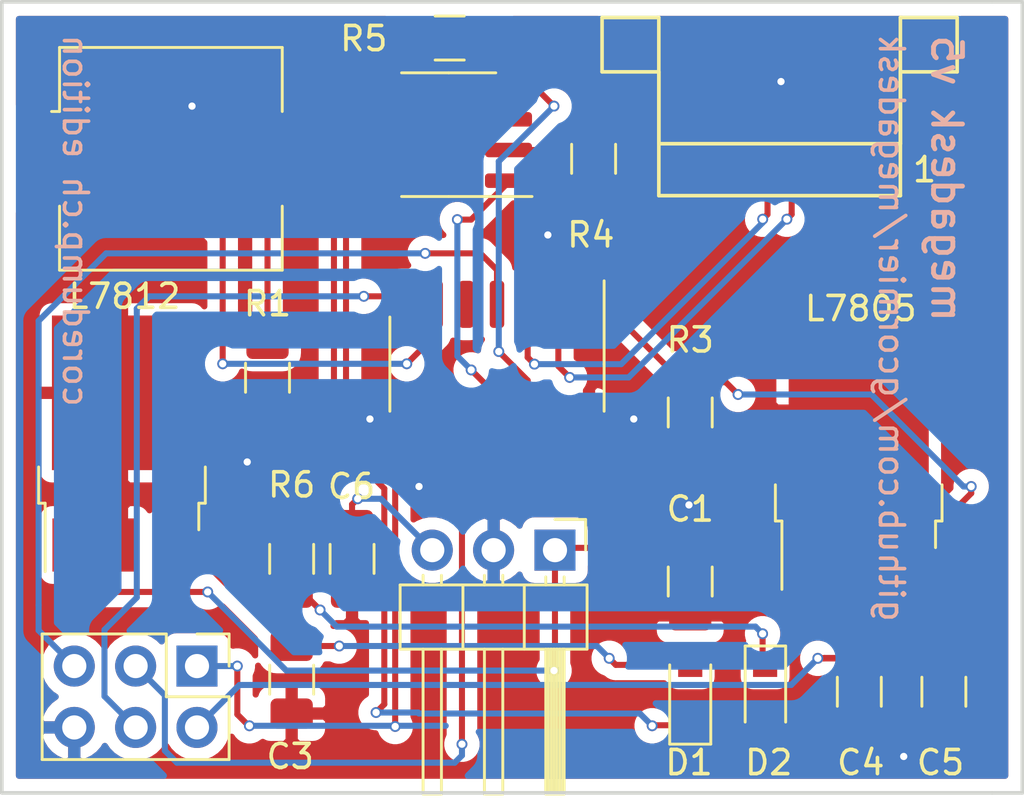
<source format=kicad_pcb>
(kicad_pcb (version 20171130) (host pcbnew 5.1.9)

  (general
    (thickness 1.6)
    (drawings 14)
    (tracks 193)
    (zones 0)
    (modules 20)
    (nets 20)
  )

  (page A4)
  (layers
    (0 F.Cu signal)
    (31 B.Cu signal)
    (32 B.Adhes user hide)
    (33 F.Adhes user hide)
    (34 B.Paste user hide)
    (35 F.Paste user hide)
    (36 B.SilkS user)
    (37 F.SilkS user hide)
    (38 B.Mask user hide)
    (39 F.Mask user hide)
    (40 Dwgs.User user hide)
    (41 Cmts.User user hide)
    (44 Edge.Cuts user)
    (45 Margin user hide)
    (46 B.CrtYd user hide)
    (47 F.CrtYd user hide)
    (48 B.Fab user hide)
    (49 F.Fab user hide)
  )

  (setup
    (last_trace_width 0.25)
    (trace_clearance 0.2)
    (zone_clearance 0.508)
    (zone_45_only no)
    (trace_min 0.25)
    (via_size 0.45)
    (via_drill 0.3)
    (via_min_size 0.45)
    (via_min_drill 0.3)
    (uvia_size 0.3)
    (uvia_drill 0.1)
    (uvias_allowed no)
    (uvia_min_size 0.2)
    (uvia_min_drill 0.1)
    (edge_width 0.15)
    (segment_width 0.2)
    (pcb_text_width 0.3)
    (pcb_text_size 1.5 1.5)
    (mod_edge_width 0.15)
    (mod_text_size 1 1)
    (mod_text_width 0.15)
    (pad_size 6.4 5.8)
    (pad_drill 0)
    (pad_to_mask_clearance 0.05)
    (solder_mask_min_width 0.25)
    (aux_axis_origin 98.7 104.6)
    (grid_origin 98.7 104.6)
    (visible_elements 7FFFFFFF)
    (pcbplotparams
      (layerselection 0x010fc_ffffffff)
      (usegerberextensions false)
      (usegerberattributes false)
      (usegerberadvancedattributes false)
      (creategerberjobfile false)
      (excludeedgelayer true)
      (linewidth 0.100000)
      (plotframeref false)
      (viasonmask false)
      (mode 1)
      (useauxorigin false)
      (hpglpennumber 1)
      (hpglpenspeed 20)
      (hpglpendiameter 15.000000)
      (psnegative false)
      (psa4output false)
      (plotreference true)
      (plotvalue true)
      (plotinvisibletext false)
      (padsonsilk false)
      (subtractmaskfromsilk false)
      (outputformat 1)
      (mirror false)
      (drillshape 0)
      (scaleselection 1)
      (outputdirectory "./gerber"))
  )

  (net 0 "")
  (net 1 +5V)
  (net 2 GND)
  (net 3 +12V)
  (net 4 LINBUS)
  (net 5 MISO)
  (net 6 SCK)
  (net 7 MOSI)
  (net 8 RST)
  (net 9 +24V)
  (net 10 "Net-(U3-Pad12)")
  (net 11 "Net-(R5-Pad1)")
  (net 12 "Net-(D1-Pad1)")
  (net 13 "Net-(D2-Pad1)")
  (net 14 "Net-(R3-Pad2)")
  (net 15 "Net-(R4-Pad1)")
  (net 16 Bup)
  (net 17 Bdown)
  (net 18 "Net-(BZ1-Pad1)")
  (net 19 "Net-(BZ1-Pad2)")

  (net_class Default "This is the default net class."
    (clearance 0.2)
    (trace_width 0.25)
    (via_dia 0.45)
    (via_drill 0.3)
    (uvia_dia 0.3)
    (uvia_drill 0.1)
    (diff_pair_width 0.25)
    (diff_pair_gap 0.25)
    (add_net Bdown)
    (add_net Bup)
    (add_net MISO)
    (add_net MOSI)
    (add_net "Net-(BZ1-Pad1)")
    (add_net "Net-(BZ1-Pad2)")
    (add_net "Net-(D1-Pad1)")
    (add_net "Net-(D2-Pad1)")
    (add_net "Net-(R3-Pad2)")
    (add_net "Net-(R4-Pad1)")
    (add_net "Net-(R5-Pad1)")
    (add_net "Net-(U3-Pad12)")
    (add_net RST)
    (add_net SCK)
  )

  (net_class Power ""
    (clearance 0.2)
    (trace_width 0.25)
    (via_dia 0.45)
    (via_drill 0.3)
    (uvia_dia 0.3)
    (uvia_drill 0.1)
    (diff_pair_width 0.25)
    (diff_pair_gap 0.25)
    (add_net +12V)
    (add_net +24V)
    (add_net +5V)
    (add_net GND)
    (add_net LINBUS)
  )

  (module !Greg:Buzzer_Murata_PKMCS0909E4000-R1-HAND-SOLDER (layer F.Cu) (tedit 5EF7DC63) (tstamp 5C24F3A8)
    (at 105.7 111.1)
    (descr "Murata Buzzer http://www.murata.com/en-us/api/pdfdownloadapi?cate=&partno=PKMCS0909E4000-R1")
    (tags "Murata Buzzer Beeper")
    (path /5AA5CDC1)
    (attr smd)
    (fp_text reference BZ1 (at 0 -5.5) (layer F.SilkS) hide
      (effects (font (size 1 1) (thickness 0.15)))
    )
    (fp_text value Buzzer (at 0 2.5) (layer F.Fab)
      (effects (font (size 1 1) (thickness 0.15)))
    )
    (fp_line (start 5.25 1.95) (end 5.25 -1.95) (layer F.CrtYd) (width 0.05))
    (fp_line (start 4.75 1.95) (end 5.25 1.95) (layer F.CrtYd) (width 0.05))
    (fp_line (start -4.5 -3.5) (end -3.5 -4.5) (layer F.Fab) (width 0.1))
    (fp_line (start -4.61 -1.96) (end -4.94 -1.96) (layer F.SilkS) (width 0.12))
    (fp_line (start -4.61 4.61) (end -4.61 1.96) (layer F.SilkS) (width 0.12))
    (fp_line (start 4.61 4.61) (end -4.61 4.61) (layer F.SilkS) (width 0.12))
    (fp_line (start 4.61 1.96) (end 4.61 4.61) (layer F.SilkS) (width 0.12))
    (fp_line (start 4.61 -4.61) (end 4.61 -1.96) (layer F.SilkS) (width 0.12))
    (fp_line (start -4.61 -4.61) (end 4.61 -4.61) (layer F.SilkS) (width 0.12))
    (fp_line (start -4.61 -1.96) (end -4.61 -4.61) (layer F.SilkS) (width 0.12))
    (fp_line (start 4.75 4.75) (end -4.75 4.75) (layer F.CrtYd) (width 0.05))
    (fp_line (start -4.75 -4.75) (end 4.75 -4.75) (layer F.CrtYd) (width 0.05))
    (fp_line (start 4.5 4.5) (end -4.5 4.5) (layer F.Fab) (width 0.1))
    (fp_line (start 4.5 -4.5) (end 4.5 4.5) (layer F.Fab) (width 0.1))
    (fp_line (start -3.5 -4.5) (end 4.5 -4.5) (layer F.Fab) (width 0.1))
    (fp_line (start 4.75 4.75) (end 4.75 1.95) (layer F.CrtYd) (width 0.05))
    (fp_line (start -4.5 4.5) (end -4.5 -3.5) (layer F.Fab) (width 0.1))
    (fp_line (start 4.75 -1.95) (end 4.75 -4.75) (layer F.CrtYd) (width 0.05))
    (fp_line (start 4.75 -1.95) (end 5.25 -1.95) (layer F.CrtYd) (width 0.05))
    (fp_line (start -4.75 -1.95) (end -4.75 -4.75) (layer F.CrtYd) (width 0.05))
    (fp_line (start -4.75 -1.95) (end -5.25 -1.95) (layer F.CrtYd) (width 0.05))
    (fp_line (start -5.25 1.95) (end -5.25 -1.95) (layer F.CrtYd) (width 0.05))
    (fp_line (start -4.75 1.95) (end -5.25 1.95) (layer F.CrtYd) (width 0.05))
    (fp_line (start -4.75 4.75) (end -4.75 1.95) (layer F.CrtYd) (width 0.05))
    (fp_text user %R (at 0 0) (layer F.Fab)
      (effects (font (size 1 1) (thickness 0.15)))
    )
    (pad 2 smd rect (at 4.8 0) (size 2.3 3.4) (layers F.Cu F.Paste F.Mask)
      (net 19 "Net-(BZ1-Pad2)"))
    (pad 1 smd rect (at -4.8 0) (size 2.3 3.4) (layers F.Cu F.Paste F.Mask)
      (net 18 "Net-(BZ1-Pad1)"))
    (model ${KISYS3DMOD}/Buzzer_Beeper.3dshapes/Buzzer_Murata_PKMCS0909E4000-R1.wrl
      (at (xyz 0 0 0))
      (scale (xyz 1 1 1))
      (rotate (xyz 0 0 0))
    )
  )

  (module Connector_PinHeader_2.54mm:PinHeader_2x03_P2.54mm_Vertical (layer F.Cu) (tedit 59FED5CC) (tstamp 5EF8922F)
    (at 106.78 132.1 270)
    (descr "Through hole straight pin header, 2x03, 2.54mm pitch, double rows")
    (tags "Through hole pin header THT 2x03 2.54mm double row")
    (path /5DBF5698)
    (fp_text reference J3 (at 1.27 -2.33 90) (layer F.SilkS) hide
      (effects (font (size 1 1) (thickness 0.15)))
    )
    (fp_text value AVR-ISP-6 (at 1.27 7.41 90) (layer F.Fab)
      (effects (font (size 1 1) (thickness 0.15)))
    )
    (fp_line (start 4.35 -1.8) (end -1.8 -1.8) (layer F.CrtYd) (width 0.05))
    (fp_line (start 4.35 6.85) (end 4.35 -1.8) (layer F.CrtYd) (width 0.05))
    (fp_line (start -1.8 6.85) (end 4.35 6.85) (layer F.CrtYd) (width 0.05))
    (fp_line (start -1.8 -1.8) (end -1.8 6.85) (layer F.CrtYd) (width 0.05))
    (fp_line (start -1.33 -1.33) (end 0 -1.33) (layer F.SilkS) (width 0.12))
    (fp_line (start -1.33 0) (end -1.33 -1.33) (layer F.SilkS) (width 0.12))
    (fp_line (start 1.27 -1.33) (end 3.87 -1.33) (layer F.SilkS) (width 0.12))
    (fp_line (start 1.27 1.27) (end 1.27 -1.33) (layer F.SilkS) (width 0.12))
    (fp_line (start -1.33 1.27) (end 1.27 1.27) (layer F.SilkS) (width 0.12))
    (fp_line (start 3.87 -1.33) (end 3.87 6.41) (layer F.SilkS) (width 0.12))
    (fp_line (start -1.33 1.27) (end -1.33 6.41) (layer F.SilkS) (width 0.12))
    (fp_line (start -1.33 6.41) (end 3.87 6.41) (layer F.SilkS) (width 0.12))
    (fp_line (start -1.27 0) (end 0 -1.27) (layer F.Fab) (width 0.1))
    (fp_line (start -1.27 6.35) (end -1.27 0) (layer F.Fab) (width 0.1))
    (fp_line (start 3.81 6.35) (end -1.27 6.35) (layer F.Fab) (width 0.1))
    (fp_line (start 3.81 -1.27) (end 3.81 6.35) (layer F.Fab) (width 0.1))
    (fp_line (start 0 -1.27) (end 3.81 -1.27) (layer F.Fab) (width 0.1))
    (fp_text user %R (at 1.27 2.54) (layer F.Fab)
      (effects (font (size 1 1) (thickness 0.15)))
    )
    (pad 1 thru_hole rect (at 0 0 270) (size 1.7 1.7) (drill 1) (layers *.Cu *.Mask)
      (net 5 MISO))
    (pad 2 thru_hole oval (at 2.54 0 270) (size 1.7 1.7) (drill 1) (layers *.Cu *.Mask)
      (net 1 +5V))
    (pad 3 thru_hole oval (at 0 2.54 270) (size 1.7 1.7) (drill 1) (layers *.Cu *.Mask)
      (net 6 SCK))
    (pad 4 thru_hole oval (at 2.54 2.54 270) (size 1.7 1.7) (drill 1) (layers *.Cu *.Mask)
      (net 7 MOSI))
    (pad 5 thru_hole oval (at 0 5.08 270) (size 1.7 1.7) (drill 1) (layers *.Cu *.Mask)
      (net 8 RST))
    (pad 6 thru_hole oval (at 2.54 5.08 270) (size 1.7 1.7) (drill 1) (layers *.Cu *.Mask)
      (net 2 GND))
    (model ${KISYS3DMOD}/Connector_PinHeader_2.54mm.3dshapes/PinHeader_2x03_P2.54mm_Vertical.wrl
      (at (xyz 0 0 0))
      (scale (xyz 1 1 1))
      (rotate (xyz 0 0 0))
    )
  )

  (module Package_SO:SOIC-8_3.9x4.9mm_P1.27mm (layer F.Cu) (tedit 5D9F72B1) (tstamp 5EF82F31)
    (at 117.2 110.1 180)
    (descr "SOIC, 8 Pin (JEDEC MS-012AA, https://www.analog.com/media/en/package-pcb-resources/package/pkg_pdf/soic_narrow-r/r_8.pdf), generated with kicad-footprint-generator ipc_gullwing_generator.py")
    (tags "SOIC SO")
    (path /5EF811C0)
    (attr smd)
    (fp_text reference U4 (at 0 -3.4) (layer F.SilkS) hide
      (effects (font (size 1 1) (thickness 0.15)))
    )
    (fp_text value MCP2003B (at 0 1.5) (layer F.Fab)
      (effects (font (size 1 1) (thickness 0.15)))
    )
    (fp_line (start 0 2.56) (end 1.95 2.56) (layer F.SilkS) (width 0.12))
    (fp_line (start 0 2.56) (end -1.95 2.56) (layer F.SilkS) (width 0.12))
    (fp_line (start 0 -2.56) (end 1.95 -2.56) (layer F.SilkS) (width 0.12))
    (fp_line (start 0 -2.56) (end -3.45 -2.56) (layer F.SilkS) (width 0.12))
    (fp_line (start -0.975 -2.45) (end 1.95 -2.45) (layer F.Fab) (width 0.1))
    (fp_line (start 1.95 -2.45) (end 1.95 2.45) (layer F.Fab) (width 0.1))
    (fp_line (start 1.95 2.45) (end -1.95 2.45) (layer F.Fab) (width 0.1))
    (fp_line (start -1.95 2.45) (end -1.95 -1.475) (layer F.Fab) (width 0.1))
    (fp_line (start -1.95 -1.475) (end -0.975 -2.45) (layer F.Fab) (width 0.1))
    (fp_line (start -3.7 -2.7) (end -3.7 2.7) (layer F.CrtYd) (width 0.05))
    (fp_line (start -3.7 2.7) (end 3.7 2.7) (layer F.CrtYd) (width 0.05))
    (fp_line (start 3.7 2.7) (end 3.7 -2.7) (layer F.CrtYd) (width 0.05))
    (fp_line (start 3.7 -2.7) (end -3.7 -2.7) (layer F.CrtYd) (width 0.05))
    (fp_text user %R (at 0 0) (layer F.Fab)
      (effects (font (size 0.98 0.98) (thickness 0.15)))
    )
    (pad 1 smd roundrect (at -2.475 -1.905 180) (size 1.95 0.6) (layers F.Cu F.Paste F.Mask) (roundrect_rratio 0.25)
      (net 14 "Net-(R3-Pad2)"))
    (pad 2 smd roundrect (at -2.475 -0.635 180) (size 1.95 0.6) (layers F.Cu F.Paste F.Mask) (roundrect_rratio 0.25)
      (net 15 "Net-(R4-Pad1)"))
    (pad 3 smd roundrect (at -2.475 0.635 180) (size 1.95 0.6) (layers F.Cu F.Paste F.Mask) (roundrect_rratio 0.25)
      (net 11 "Net-(R5-Pad1)"))
    (pad 4 smd roundrect (at -2.475 1.905 180) (size 1.95 0.6) (layers F.Cu F.Paste F.Mask) (roundrect_rratio 0.25)
      (net 10 "Net-(U3-Pad12)"))
    (pad 5 smd roundrect (at 2.475 1.905 180) (size 1.95 0.6) (layers F.Cu F.Paste F.Mask) (roundrect_rratio 0.25)
      (net 2 GND))
    (pad 6 smd roundrect (at 2.475 0.635 180) (size 1.95 0.6) (layers F.Cu F.Paste F.Mask) (roundrect_rratio 0.25)
      (net 4 LINBUS))
    (pad 7 smd roundrect (at 2.475 -0.635 180) (size 1.95 0.6) (layers F.Cu F.Paste F.Mask) (roundrect_rratio 0.25)
      (net 12 "Net-(D1-Pad1)"))
    (pad 8 smd roundrect (at 2.475 -1.905 180) (size 1.95 0.6) (layers F.Cu F.Paste F.Mask) (roundrect_rratio 0.25))
    (model ${KISYS3DMOD}/Package_SO.3dshapes/SOIC-8_3.9x4.9mm_P1.27mm.wrl
      (at (xyz 0 0 0))
      (scale (xyz 1 1 1))
      (rotate (xyz 0 0 0))
    )
  )

  (module Package_SO:SOIC-14_3.9x8.7mm_P1.27mm (layer F.Cu) (tedit 5D9F72B1) (tstamp 5AA1DF1D)
    (at 119.2 119.6 270)
    (descr "SOIC, 14 Pin (JEDEC MS-012AB, https://www.analog.com/media/en/package-pcb-resources/package/pkg_pdf/soic_narrow-r/r_14.pdf), generated with kicad-footprint-generator ipc_gullwing_generator.py")
    (tags "SOIC SO")
    (path /5AA1C491)
    (attr smd)
    (fp_text reference U3 (at 0 -5.28 90) (layer F.SilkS) hide
      (effects (font (size 1 1) (thickness 0.15)))
    )
    (fp_text value ATTINY841-SSU (at -2.5 0 180) (layer F.Fab)
      (effects (font (size 1 1) (thickness 0.15)))
    )
    (fp_line (start 0 4.435) (end 1.95 4.435) (layer F.SilkS) (width 0.12))
    (fp_line (start 0 4.435) (end -1.95 4.435) (layer F.SilkS) (width 0.12))
    (fp_line (start 0 -4.435) (end 1.95 -4.435) (layer F.SilkS) (width 0.12))
    (fp_line (start 0 -4.435) (end -3.45 -4.435) (layer F.SilkS) (width 0.12))
    (fp_line (start -0.975 -4.325) (end 1.95 -4.325) (layer F.Fab) (width 0.1))
    (fp_line (start 1.95 -4.325) (end 1.95 4.325) (layer F.Fab) (width 0.1))
    (fp_line (start 1.95 4.325) (end -1.95 4.325) (layer F.Fab) (width 0.1))
    (fp_line (start -1.95 4.325) (end -1.95 -3.35) (layer F.Fab) (width 0.1))
    (fp_line (start -1.95 -3.35) (end -0.975 -4.325) (layer F.Fab) (width 0.1))
    (fp_line (start -3.7 -4.58) (end -3.7 4.58) (layer F.CrtYd) (width 0.05))
    (fp_line (start -3.7 4.58) (end 3.7 4.58) (layer F.CrtYd) (width 0.05))
    (fp_line (start 3.7 4.58) (end 3.7 -4.58) (layer F.CrtYd) (width 0.05))
    (fp_line (start 3.7 -4.58) (end -3.7 -4.58) (layer F.CrtYd) (width 0.05))
    (fp_text user %R (at 0 0 90) (layer F.Fab)
      (effects (font (size 0.98 0.98) (thickness 0.15)))
    )
    (pad 1 smd roundrect (at -2.475 -3.81 270) (size 1.95 0.6) (layers F.Cu F.Paste F.Mask) (roundrect_rratio 0.25)
      (net 1 +5V))
    (pad 2 smd roundrect (at -2.475 -2.54 270) (size 1.95 0.6) (layers F.Cu F.Paste F.Mask) (roundrect_rratio 0.25)
      (net 16 Bup))
    (pad 3 smd roundrect (at -2.475 -1.27 270) (size 1.95 0.6) (layers F.Cu F.Paste F.Mask) (roundrect_rratio 0.25)
      (net 17 Bdown))
    (pad 4 smd roundrect (at -2.475 0 270) (size 1.95 0.6) (layers F.Cu F.Paste F.Mask) (roundrect_rratio 0.25)
      (net 8 RST))
    (pad 5 smd roundrect (at -2.475 1.27 270) (size 1.95 0.6) (layers F.Cu F.Paste F.Mask) (roundrect_rratio 0.25))
    (pad 6 smd roundrect (at -2.475 2.54 270) (size 1.95 0.6) (layers F.Cu F.Paste F.Mask) (roundrect_rratio 0.25)
      (net 18 "Net-(BZ1-Pad1)"))
    (pad 7 smd roundrect (at -2.475 3.81 270) (size 1.95 0.6) (layers F.Cu F.Paste F.Mask) (roundrect_rratio 0.25)
      (net 7 MOSI))
    (pad 8 smd roundrect (at 2.475 3.81 270) (size 1.95 0.6) (layers F.Cu F.Paste F.Mask) (roundrect_rratio 0.25)
      (net 5 MISO))
    (pad 9 smd roundrect (at 2.475 2.54 270) (size 1.95 0.6) (layers F.Cu F.Paste F.Mask) (roundrect_rratio 0.25)
      (net 6 SCK))
    (pad 10 smd roundrect (at 2.475 1.27 270) (size 1.95 0.6) (layers F.Cu F.Paste F.Mask) (roundrect_rratio 0.25))
    (pad 11 smd roundrect (at 2.475 0 270) (size 1.95 0.6) (layers F.Cu F.Paste F.Mask) (roundrect_rratio 0.25)
      (net 14 "Net-(R3-Pad2)"))
    (pad 12 smd roundrect (at 2.475 -1.27 270) (size 1.95 0.6) (layers F.Cu F.Paste F.Mask) (roundrect_rratio 0.25)
      (net 10 "Net-(U3-Pad12)"))
    (pad 13 smd roundrect (at 2.475 -2.54 270) (size 1.95 0.6) (layers F.Cu F.Paste F.Mask) (roundrect_rratio 0.25))
    (pad 14 smd roundrect (at 2.475 -3.81 270) (size 1.95 0.6) (layers F.Cu F.Paste F.Mask) (roundrect_rratio 0.25)
      (net 2 GND))
    (model ${KISYS3DMOD}/Package_SO.3dshapes/SOIC-14_3.9x8.7mm_P1.27mm.wrl
      (at (xyz 0 0 0))
      (scale (xyz 1 1 1))
      (rotate (xyz 0 0 0))
    )
  )

  (module Package_TO_SOT_SMD:TO-252-3_TabPin2 (layer F.Cu) (tedit 5A70F30B) (tstamp 5EA9989D)
    (at 134.175 123.625 90)
    (descr "TO-252 / DPAK SMD package, http://www.infineon.com/cms/en/product/packages/PG-TO252/PG-TO252-3-1/")
    (tags "DPAK TO-252 DPAK-3 TO-252-3 SOT-428")
    (path /5A824DF3)
    (attr smd)
    (fp_text reference U2 (at 0 -4.5 90) (layer F.SilkS) hide
      (effects (font (size 1 1) (thickness 0.15)))
    )
    (fp_text value L7805 (at 6.325 0.085 180) (layer F.SilkS)
      (effects (font (size 1 1) (thickness 0.15)))
    )
    (fp_line (start 3.95 -2.7) (end 4.95 -2.7) (layer F.Fab) (width 0.1))
    (fp_line (start 4.95 -2.7) (end 4.95 2.7) (layer F.Fab) (width 0.1))
    (fp_line (start 4.95 2.7) (end 3.95 2.7) (layer F.Fab) (width 0.1))
    (fp_line (start 3.95 -3.25) (end 3.95 3.25) (layer F.Fab) (width 0.1))
    (fp_line (start 3.95 3.25) (end -2.27 3.25) (layer F.Fab) (width 0.1))
    (fp_line (start -2.27 3.25) (end -2.27 -2.25) (layer F.Fab) (width 0.1))
    (fp_line (start -2.27 -2.25) (end -1.27 -3.25) (layer F.Fab) (width 0.1))
    (fp_line (start -1.27 -3.25) (end 3.95 -3.25) (layer F.Fab) (width 0.1))
    (fp_line (start -1.865 -2.655) (end -4.97 -2.655) (layer F.Fab) (width 0.1))
    (fp_line (start -4.97 -2.655) (end -4.97 -1.905) (layer F.Fab) (width 0.1))
    (fp_line (start -4.97 -1.905) (end -2.27 -1.905) (layer F.Fab) (width 0.1))
    (fp_line (start -2.27 -0.375) (end -4.97 -0.375) (layer F.Fab) (width 0.1))
    (fp_line (start -4.97 -0.375) (end -4.97 0.375) (layer F.Fab) (width 0.1))
    (fp_line (start -4.97 0.375) (end -2.27 0.375) (layer F.Fab) (width 0.1))
    (fp_line (start -2.27 1.905) (end -4.97 1.905) (layer F.Fab) (width 0.1))
    (fp_line (start -4.97 1.905) (end -4.97 2.655) (layer F.Fab) (width 0.1))
    (fp_line (start -4.97 2.655) (end -2.27 2.655) (layer F.Fab) (width 0.1))
    (fp_line (start -0.97 -3.45) (end -2.47 -3.45) (layer F.SilkS) (width 0.12))
    (fp_line (start -2.47 -3.45) (end -2.47 -3.18) (layer F.SilkS) (width 0.12))
    (fp_line (start -2.47 -3.18) (end -5.3 -3.18) (layer F.SilkS) (width 0.12))
    (fp_line (start -0.97 3.45) (end -2.47 3.45) (layer F.SilkS) (width 0.12))
    (fp_line (start -2.47 3.45) (end -2.47 3.18) (layer F.SilkS) (width 0.12))
    (fp_line (start -2.47 3.18) (end -3.57 3.18) (layer F.SilkS) (width 0.12))
    (fp_line (start -5.55 -3.5) (end -5.55 3.5) (layer F.CrtYd) (width 0.05))
    (fp_line (start -5.55 3.5) (end 5.55 3.5) (layer F.CrtYd) (width 0.05))
    (fp_line (start 5.55 3.5) (end 5.55 -3.5) (layer F.CrtYd) (width 0.05))
    (fp_line (start 5.55 -3.5) (end -5.55 -3.5) (layer F.CrtYd) (width 0.05))
    (fp_text user %R (at 0 0 90) (layer F.Fab)
      (effects (font (size 1 1) (thickness 0.15)))
    )
    (pad 1 smd rect (at -4.2 -2.28 90) (size 2.2 1.2) (layers F.Cu F.Paste F.Mask)
      (net 9 +24V))
    (pad 2 smd rect (at -4.2 0 90) (size 2.2 1.2) (layers F.Cu F.Paste F.Mask)
      (net 2 GND))
    (pad 3 smd rect (at -4.2 2.28 90) (size 2.2 1.2) (layers F.Cu F.Paste F.Mask)
      (net 1 +5V))
    (pad 2 smd rect (at 2.1 0 90) (size 6.4 5.8) (layers F.Cu F.Mask)
      (net 2 GND))
    (pad "" smd rect (at 3.775 1.525 90) (size 3.05 2.75) (layers F.Paste))
    (pad "" smd rect (at 0.425 -1.525 90) (size 3.05 2.75) (layers F.Paste))
    (pad "" smd rect (at 3.775 -1.525 90) (size 3.05 2.75) (layers F.Paste))
    (pad "" smd rect (at 0.425 1.525 90) (size 3.05 2.75) (layers F.Paste))
    (model ${KISYS3DMOD}/Package_TO_SOT_SMD.3dshapes/TO-252-3_TabPin2.wrl
      (at (xyz 0 0 0))
      (scale (xyz 1 1 1))
      (rotate (xyz 0 0 0))
    )
  )

  (module Package_TO_SOT_SMD:TO-252-3_TabPin2 (layer F.Cu) (tedit 5A70F30B) (tstamp 5AA1DDEA)
    (at 103.675 122.888 90)
    (descr "TO-252 / DPAK SMD package, http://www.infineon.com/cms/en/product/packages/PG-TO252/PG-TO252-3-1/")
    (tags "DPAK TO-252 DPAK-3 TO-252-3 SOT-428")
    (path /5A836DF1)
    (attr smd)
    (fp_text reference U1 (at 0 -4.5 90) (layer F.SilkS) hide
      (effects (font (size 1 1) (thickness 0.15)))
    )
    (fp_text value L7812 (at 6.096 0.105 180) (layer F.SilkS)
      (effects (font (size 1 1) (thickness 0.15)))
    )
    (fp_line (start 3.95 -2.7) (end 4.95 -2.7) (layer F.Fab) (width 0.1))
    (fp_line (start 4.95 -2.7) (end 4.95 2.7) (layer F.Fab) (width 0.1))
    (fp_line (start 4.95 2.7) (end 3.95 2.7) (layer F.Fab) (width 0.1))
    (fp_line (start 3.95 -3.25) (end 3.95 3.25) (layer F.Fab) (width 0.1))
    (fp_line (start 3.95 3.25) (end -2.27 3.25) (layer F.Fab) (width 0.1))
    (fp_line (start -2.27 3.25) (end -2.27 -2.25) (layer F.Fab) (width 0.1))
    (fp_line (start -2.27 -2.25) (end -1.27 -3.25) (layer F.Fab) (width 0.1))
    (fp_line (start -1.27 -3.25) (end 3.95 -3.25) (layer F.Fab) (width 0.1))
    (fp_line (start -1.865 -2.655) (end -4.97 -2.655) (layer F.Fab) (width 0.1))
    (fp_line (start -4.97 -2.655) (end -4.97 -1.905) (layer F.Fab) (width 0.1))
    (fp_line (start -4.97 -1.905) (end -2.27 -1.905) (layer F.Fab) (width 0.1))
    (fp_line (start -2.27 -0.375) (end -4.97 -0.375) (layer F.Fab) (width 0.1))
    (fp_line (start -4.97 -0.375) (end -4.97 0.375) (layer F.Fab) (width 0.1))
    (fp_line (start -4.97 0.375) (end -2.27 0.375) (layer F.Fab) (width 0.1))
    (fp_line (start -2.27 1.905) (end -4.97 1.905) (layer F.Fab) (width 0.1))
    (fp_line (start -4.97 1.905) (end -4.97 2.655) (layer F.Fab) (width 0.1))
    (fp_line (start -4.97 2.655) (end -2.27 2.655) (layer F.Fab) (width 0.1))
    (fp_line (start -0.97 -3.45) (end -2.47 -3.45) (layer F.SilkS) (width 0.12))
    (fp_line (start -2.47 -3.45) (end -2.47 -3.18) (layer F.SilkS) (width 0.12))
    (fp_line (start -2.47 -3.18) (end -5.3 -3.18) (layer F.SilkS) (width 0.12))
    (fp_line (start -0.97 3.45) (end -2.47 3.45) (layer F.SilkS) (width 0.12))
    (fp_line (start -2.47 3.45) (end -2.47 3.18) (layer F.SilkS) (width 0.12))
    (fp_line (start -2.47 3.18) (end -3.57 3.18) (layer F.SilkS) (width 0.12))
    (fp_line (start -5.55 -3.5) (end -5.55 3.5) (layer F.CrtYd) (width 0.05))
    (fp_line (start -5.55 3.5) (end 5.55 3.5) (layer F.CrtYd) (width 0.05))
    (fp_line (start 5.55 3.5) (end 5.55 -3.5) (layer F.CrtYd) (width 0.05))
    (fp_line (start 5.55 -3.5) (end -5.55 -3.5) (layer F.CrtYd) (width 0.05))
    (fp_text user %R (at 0 0 90) (layer F.Fab)
      (effects (font (size 1 1) (thickness 0.15)))
    )
    (pad 1 smd rect (at -4.2 -2.28 90) (size 2.2 1.2) (layers F.Cu F.Paste F.Mask)
      (net 9 +24V))
    (pad 2 smd rect (at -4.2 0 90) (size 2.2 1.2) (layers F.Cu F.Paste F.Mask)
      (net 2 GND))
    (pad 3 smd rect (at -4.2 2.28 90) (size 2.2 1.2) (layers F.Cu F.Paste F.Mask)
      (net 3 +12V))
    (pad 2 smd rect (at 2.1 0 90) (size 6.4 5.8) (layers F.Cu F.Mask)
      (net 2 GND))
    (pad "" smd rect (at 3.775 1.525 90) (size 3.05 2.75) (layers F.Paste))
    (pad "" smd rect (at 0.425 -1.525 90) (size 3.05 2.75) (layers F.Paste))
    (pad "" smd rect (at 3.775 -1.525 90) (size 3.05 2.75) (layers F.Paste))
    (pad "" smd rect (at 0.425 1.525 90) (size 3.05 2.75) (layers F.Paste))
    (model ${KISYS3DMOD}/Package_TO_SOT_SMD.3dshapes/TO-252-3_TabPin2.wrl
      (at (xyz 0 0 0))
      (scale (xyz 1 1 1))
      (rotate (xyz 0 0 0))
    )
  )

  (module Diodes_SMD:D_SOD-323_HandSoldering (layer F.Cu) (tedit 5DF600BC) (tstamp 5AA08999)
    (at 127.2 133.3 90)
    (descr SOD-323)
    (tags SOD-323)
    (path /5AA07680)
    (attr smd)
    (fp_text reference D1 (at -2.796 -0.052) (layer F.SilkS)
      (effects (font (size 1 1) (thickness 0.15)))
    )
    (fp_text value 1N4148 (at -3.8 3 90) (layer F.Fab)
      (effects (font (size 1 1) (thickness 0.15)))
    )
    (fp_line (start -2.032 -0.85) (end -2.032 0.85) (layer F.SilkS) (width 0.12))
    (fp_line (start 0.2 0) (end 0.45 0) (layer F.Fab) (width 0.1))
    (fp_line (start 0.2 0.35) (end -0.3 0) (layer F.Fab) (width 0.1))
    (fp_line (start 0.2 -0.35) (end 0.2 0.35) (layer F.Fab) (width 0.1))
    (fp_line (start -0.3 0) (end 0.2 -0.35) (layer F.Fab) (width 0.1))
    (fp_line (start -0.3 0) (end -0.5 0) (layer F.Fab) (width 0.1))
    (fp_line (start -0.3 -0.35) (end -0.3 0.35) (layer F.Fab) (width 0.1))
    (fp_line (start -0.9 0.7) (end -0.9 -0.7) (layer F.Fab) (width 0.1))
    (fp_line (start 0.9 0.7) (end -0.9 0.7) (layer F.Fab) (width 0.1))
    (fp_line (start 0.9 -0.7) (end 0.9 0.7) (layer F.Fab) (width 0.1))
    (fp_line (start -0.9 -0.7) (end 0.9 -0.7) (layer F.Fab) (width 0.1))
    (fp_line (start -2 -0.95) (end 2 -0.95) (layer F.CrtYd) (width 0.05))
    (fp_line (start 2 -0.95) (end 2 0.95) (layer F.CrtYd) (width 0.05))
    (fp_line (start -2 0.95) (end 2 0.95) (layer F.CrtYd) (width 0.05))
    (fp_line (start -2 -0.95) (end -2 0.95) (layer F.CrtYd) (width 0.05))
    (fp_line (start -2.032 0.85) (end 1.25 0.85) (layer F.SilkS) (width 0.12))
    (fp_line (start -2.032 -0.85) (end 1.25 -0.85) (layer F.SilkS) (width 0.12))
    (fp_text user %R (at 0 -1.85 90) (layer F.Fab)
      (effects (font (size 1 1) (thickness 0.15)))
    )
    (pad 1 smd rect (at -1.25 0 90) (size 1 1) (layers F.Cu F.Paste F.Mask)
      (net 12 "Net-(D1-Pad1)"))
    (pad 2 smd rect (at 1.25 0 90) (size 1 1) (layers F.Cu F.Paste F.Mask)
      (net 3 +12V))
    (model ${KISYS3DMOD}/Diodes_SMD.3dshapes/D_SOD-323.wrl
      (at (xyz 0 0 0))
      (scale (xyz 1 1 1))
      (rotate (xyz 0 0 0))
    )
  )

  (module Diodes_SMD:D_SOD-323_HandSoldering (layer F.Cu) (tedit 5DF60062) (tstamp 5DBCC6C8)
    (at 130.3 133.3 270)
    (descr SOD-323)
    (tags SOD-323)
    (path /5AA0777B)
    (attr smd)
    (fp_text reference D2 (at 2.796 -0.15) (layer F.SilkS)
      (effects (font (size 1 1) (thickness 0.15)))
    )
    (fp_text value 1N4148 (at 3.8 3.1 90) (layer F.Fab)
      (effects (font (size 1 1) (thickness 0.15)))
    )
    (fp_line (start -2.032 -0.85) (end -2.032 0.8255) (layer F.SilkS) (width 0.12))
    (fp_line (start 0.2 0) (end 0.45 0) (layer F.Fab) (width 0.1))
    (fp_line (start 0.2 0.35) (end -0.3 0) (layer F.Fab) (width 0.1))
    (fp_line (start 0.2 -0.35) (end 0.2 0.35) (layer F.Fab) (width 0.1))
    (fp_line (start -0.3 0) (end 0.2 -0.35) (layer F.Fab) (width 0.1))
    (fp_line (start -0.3 0) (end -0.5 0) (layer F.Fab) (width 0.1))
    (fp_line (start -0.3 -0.35) (end -0.3 0.35) (layer F.Fab) (width 0.1))
    (fp_line (start -0.9 0.7) (end -0.9 -0.7) (layer F.Fab) (width 0.1))
    (fp_line (start 0.9 0.7) (end -0.9 0.7) (layer F.Fab) (width 0.1))
    (fp_line (start 0.9 -0.7) (end 0.9 0.7) (layer F.Fab) (width 0.1))
    (fp_line (start -0.9 -0.7) (end 0.9 -0.7) (layer F.Fab) (width 0.1))
    (fp_line (start -2 -0.95) (end 2 -0.95) (layer F.CrtYd) (width 0.05))
    (fp_line (start 2 -0.95) (end 2 0.95) (layer F.CrtYd) (width 0.05))
    (fp_line (start -2 0.95) (end 2 0.95) (layer F.CrtYd) (width 0.05))
    (fp_line (start -2 -0.95) (end -2 0.95) (layer F.CrtYd) (width 0.05))
    (fp_line (start -2.032 0.8255) (end 1.118 0.8255) (layer F.SilkS) (width 0.12))
    (fp_line (start -2.032 -0.85) (end 1.118 -0.85) (layer F.SilkS) (width 0.12))
    (fp_text user %R (at 0 -1.85 90) (layer F.Fab)
      (effects (font (size 1 1) (thickness 0.15)))
    )
    (pad 1 smd rect (at -1.25 0 270) (size 1 1) (layers F.Cu F.Paste F.Mask)
      (net 13 "Net-(D2-Pad1)"))
    (pad 2 smd rect (at 1.25 0 270) (size 1 1) (layers F.Cu F.Paste F.Mask)
      (net 12 "Net-(D1-Pad1)"))
    (model ${KISYS3DMOD}/Diodes_SMD.3dshapes/D_SOD-323.wrl
      (at (xyz 0 0 0))
      (scale (xyz 1 1 1))
      (rotate (xyz 0 0 0))
    )
  )

  (module Resistor_SMD:R_1206_3216Metric (layer F.Cu) (tedit 5B301BBD) (tstamp 5C24F2F8)
    (at 110.7 127.6625 90)
    (descr "Resistor SMD 1206 (3216 Metric), square (rectangular) end terminal, IPC_7351 nominal, (Body size source: http://www.tortai-tech.com/upload/download/2011102023233369053.pdf), generated with kicad-footprint-generator")
    (tags resistor)
    (path /5A8396C7)
    (attr smd)
    (fp_text reference R6 (at 3.0625 0 180) (layer F.SilkS)
      (effects (font (size 1 1) (thickness 0.15)))
    )
    (fp_text value 1k (at 0 -1.5 90) (layer F.Fab)
      (effects (font (size 1 1) (thickness 0.15)))
    )
    (fp_line (start 2.28 1.12) (end -2.28 1.12) (layer F.CrtYd) (width 0.05))
    (fp_line (start 2.28 -1.12) (end 2.28 1.12) (layer F.CrtYd) (width 0.05))
    (fp_line (start -2.28 -1.12) (end 2.28 -1.12) (layer F.CrtYd) (width 0.05))
    (fp_line (start -2.28 1.12) (end -2.28 -1.12) (layer F.CrtYd) (width 0.05))
    (fp_line (start -0.602064 0.91) (end 0.602064 0.91) (layer F.SilkS) (width 0.12))
    (fp_line (start -0.602064 -0.91) (end 0.602064 -0.91) (layer F.SilkS) (width 0.12))
    (fp_line (start 1.6 0.8) (end -1.6 0.8) (layer F.Fab) (width 0.1))
    (fp_line (start 1.6 -0.8) (end 1.6 0.8) (layer F.Fab) (width 0.1))
    (fp_line (start -1.6 -0.8) (end 1.6 -0.8) (layer F.Fab) (width 0.1))
    (fp_line (start -1.6 0.8) (end -1.6 -0.8) (layer F.Fab) (width 0.1))
    (fp_text user %R (at 0 0 90) (layer F.Fab)
      (effects (font (size 0.8 0.8) (thickness 0.12)))
    )
    (pad 2 smd roundrect (at 1.4 0 90) (size 1.25 1.75) (layers F.Cu F.Paste F.Mask) (roundrect_rratio 0.2)
      (net 4 LINBUS))
    (pad 1 smd roundrect (at -1.4 0 90) (size 1.25 1.75) (layers F.Cu F.Paste F.Mask) (roundrect_rratio 0.2)
      (net 13 "Net-(D2-Pad1)"))
    (model ${KISYS3DMOD}/Resistor_SMD.3dshapes/R_1206_3216Metric.wrl
      (at (xyz 0 0 0))
      (scale (xyz 1 1 1))
      (rotate (xyz 0 0 0))
    )
  )

  (module Resistor_SMD:R_1206_3216Metric (layer F.Cu) (tedit 5B301BBD) (tstamp 5DBCDA22)
    (at 117.242 106.1 180)
    (descr "Resistor SMD 1206 (3216 Metric), square (rectangular) end terminal, IPC_7351 nominal, (Body size source: http://www.tortai-tech.com/upload/download/2011102023233369053.pdf), generated with kicad-footprint-generator")
    (tags resistor)
    (path /5A8360B8)
    (attr smd)
    (fp_text reference R5 (at 3.556 -0.024) (layer F.SilkS)
      (effects (font (size 1 1) (thickness 0.15)))
    )
    (fp_text value 4.7k (at 0 1.82) (layer F.Fab)
      (effects (font (size 1 1) (thickness 0.15)))
    )
    (fp_line (start 2.28 1.12) (end -2.28 1.12) (layer F.CrtYd) (width 0.05))
    (fp_line (start 2.28 -1.12) (end 2.28 1.12) (layer F.CrtYd) (width 0.05))
    (fp_line (start -2.28 -1.12) (end 2.28 -1.12) (layer F.CrtYd) (width 0.05))
    (fp_line (start -2.28 1.12) (end -2.28 -1.12) (layer F.CrtYd) (width 0.05))
    (fp_line (start -0.602064 0.91) (end 0.602064 0.91) (layer F.SilkS) (width 0.12))
    (fp_line (start -0.602064 -0.91) (end 0.602064 -0.91) (layer F.SilkS) (width 0.12))
    (fp_line (start 1.6 0.8) (end -1.6 0.8) (layer F.Fab) (width 0.1))
    (fp_line (start 1.6 -0.8) (end 1.6 0.8) (layer F.Fab) (width 0.1))
    (fp_line (start -1.6 -0.8) (end 1.6 -0.8) (layer F.Fab) (width 0.1))
    (fp_line (start -1.6 0.8) (end -1.6 -0.8) (layer F.Fab) (width 0.1))
    (fp_text user %R (at 0 0) (layer F.Fab)
      (effects (font (size 0.8 0.8) (thickness 0.12)))
    )
    (pad 2 smd roundrect (at 1.4 0 180) (size 1.25 1.75) (layers F.Cu F.Paste F.Mask) (roundrect_rratio 0.2)
      (net 2 GND))
    (pad 1 smd roundrect (at -1.4 0 180) (size 1.25 1.75) (layers F.Cu F.Paste F.Mask) (roundrect_rratio 0.2)
      (net 11 "Net-(R5-Pad1)"))
    (model ${KISYS3DMOD}/Resistor_SMD.3dshapes/R_1206_3216Metric.wrl
      (at (xyz 0 0 0))
      (scale (xyz 1 1 1))
      (rotate (xyz 0 0 0))
    )
  )

  (module Resistor_SMD:R_1206_3216Metric (layer F.Cu) (tedit 5B301BBD) (tstamp 5C24F2D8)
    (at 123.2 111.1 270)
    (descr "Resistor SMD 1206 (3216 Metric), square (rectangular) end terminal, IPC_7351 nominal, (Body size source: http://www.tortai-tech.com/upload/download/2011102023233369053.pdf), generated with kicad-footprint-generator")
    (tags resistor)
    (path /5A836716)
    (attr smd)
    (fp_text reference R4 (at 3.152 0.116 180) (layer F.SilkS)
      (effects (font (size 1 1) (thickness 0.15)))
    )
    (fp_text value 4.7k (at 0 -1.5 90) (layer F.Fab)
      (effects (font (size 1 1) (thickness 0.15)))
    )
    (fp_line (start 2.28 1.12) (end -2.28 1.12) (layer F.CrtYd) (width 0.05))
    (fp_line (start 2.28 -1.12) (end 2.28 1.12) (layer F.CrtYd) (width 0.05))
    (fp_line (start -2.28 -1.12) (end 2.28 -1.12) (layer F.CrtYd) (width 0.05))
    (fp_line (start -2.28 1.12) (end -2.28 -1.12) (layer F.CrtYd) (width 0.05))
    (fp_line (start -0.602064 0.91) (end 0.602064 0.91) (layer F.SilkS) (width 0.12))
    (fp_line (start -0.602064 -0.91) (end 0.602064 -0.91) (layer F.SilkS) (width 0.12))
    (fp_line (start 1.6 0.8) (end -1.6 0.8) (layer F.Fab) (width 0.1))
    (fp_line (start 1.6 -0.8) (end 1.6 0.8) (layer F.Fab) (width 0.1))
    (fp_line (start -1.6 -0.8) (end 1.6 -0.8) (layer F.Fab) (width 0.1))
    (fp_line (start -1.6 0.8) (end -1.6 -0.8) (layer F.Fab) (width 0.1))
    (fp_text user %R (at 0 0 90) (layer F.Fab)
      (effects (font (size 0.8 0.8) (thickness 0.12)))
    )
    (pad 2 smd roundrect (at 1.4 0 270) (size 1.25 1.75) (layers F.Cu F.Paste F.Mask) (roundrect_rratio 0.2)
      (net 1 +5V))
    (pad 1 smd roundrect (at -1.4 0 270) (size 1.25 1.75) (layers F.Cu F.Paste F.Mask) (roundrect_rratio 0.2)
      (net 15 "Net-(R4-Pad1)"))
    (model ${KISYS3DMOD}/Resistor_SMD.3dshapes/R_1206_3216Metric.wrl
      (at (xyz 0 0 0))
      (scale (xyz 1 1 1))
      (rotate (xyz 0 0 0))
    )
  )

  (module Resistor_SMD:R_1206_3216Metric (layer F.Cu) (tedit 5B301BBD) (tstamp 6014A7E4)
    (at 127.2 121.6 270)
    (descr "Resistor SMD 1206 (3216 Metric), square (rectangular) end terminal, IPC_7351 nominal, (Body size source: http://www.tortai-tech.com/upload/download/2011102023233369053.pdf), generated with kicad-footprint-generator")
    (tags resistor)
    (path /5A8362EA)
    (attr smd)
    (fp_text reference R3 (at -3 0 180) (layer F.SilkS)
      (effects (font (size 1 1) (thickness 0.15)))
    )
    (fp_text value 4.7k (at 0 1.82 90) (layer F.Fab)
      (effects (font (size 1 1) (thickness 0.15)))
    )
    (fp_line (start -1.6 0.8) (end -1.6 -0.8) (layer F.Fab) (width 0.1))
    (fp_line (start -1.6 -0.8) (end 1.6 -0.8) (layer F.Fab) (width 0.1))
    (fp_line (start 1.6 -0.8) (end 1.6 0.8) (layer F.Fab) (width 0.1))
    (fp_line (start 1.6 0.8) (end -1.6 0.8) (layer F.Fab) (width 0.1))
    (fp_line (start -0.602064 -0.91) (end 0.602064 -0.91) (layer F.SilkS) (width 0.12))
    (fp_line (start -0.602064 0.91) (end 0.602064 0.91) (layer F.SilkS) (width 0.12))
    (fp_line (start -2.28 1.12) (end -2.28 -1.12) (layer F.CrtYd) (width 0.05))
    (fp_line (start -2.28 -1.12) (end 2.28 -1.12) (layer F.CrtYd) (width 0.05))
    (fp_line (start 2.28 -1.12) (end 2.28 1.12) (layer F.CrtYd) (width 0.05))
    (fp_line (start 2.28 1.12) (end -2.28 1.12) (layer F.CrtYd) (width 0.05))
    (fp_text user %R (at 0 0 90) (layer F.Fab)
      (effects (font (size 0.8 0.8) (thickness 0.12)))
    )
    (pad 1 smd roundrect (at -1.4 0 270) (size 1.25 1.75) (layers F.Cu F.Paste F.Mask) (roundrect_rratio 0.2)
      (net 1 +5V))
    (pad 2 smd roundrect (at 1.4 0 270) (size 1.25 1.75) (layers F.Cu F.Paste F.Mask) (roundrect_rratio 0.2)
      (net 14 "Net-(R3-Pad2)"))
    (model ${KISYS3DMOD}/Resistor_SMD.3dshapes/R_1206_3216Metric.wrl
      (at (xyz 0 0 0))
      (scale (xyz 1 1 1))
      (rotate (xyz 0 0 0))
    )
  )

  (module Resistor_SMD:R_1206_3216Metric (layer F.Cu) (tedit 5B301BBD) (tstamp 5C24F2B8)
    (at 109.7 120.1625 270)
    (descr "Resistor SMD 1206 (3216 Metric), square (rectangular) end terminal, IPC_7351 nominal, (Body size source: http://www.tortai-tech.com/upload/download/2011102023233369053.pdf), generated with kicad-footprint-generator")
    (tags resistor)
    (path /5AA5D01D)
    (attr smd)
    (fp_text reference R1 (at -3.0625 0 180) (layer F.SilkS)
      (effects (font (size 1 1) (thickness 0.15)))
    )
    (fp_text value 1k (at 0 1.82 90) (layer F.Fab)
      (effects (font (size 1 1) (thickness 0.15)))
    )
    (fp_line (start 2.28 1.12) (end -2.28 1.12) (layer F.CrtYd) (width 0.05))
    (fp_line (start 2.28 -1.12) (end 2.28 1.12) (layer F.CrtYd) (width 0.05))
    (fp_line (start -2.28 -1.12) (end 2.28 -1.12) (layer F.CrtYd) (width 0.05))
    (fp_line (start -2.28 1.12) (end -2.28 -1.12) (layer F.CrtYd) (width 0.05))
    (fp_line (start -0.602064 0.91) (end 0.602064 0.91) (layer F.SilkS) (width 0.12))
    (fp_line (start -0.602064 -0.91) (end 0.602064 -0.91) (layer F.SilkS) (width 0.12))
    (fp_line (start 1.6 0.8) (end -1.6 0.8) (layer F.Fab) (width 0.1))
    (fp_line (start 1.6 -0.8) (end 1.6 0.8) (layer F.Fab) (width 0.1))
    (fp_line (start -1.6 -0.8) (end 1.6 -0.8) (layer F.Fab) (width 0.1))
    (fp_line (start -1.6 0.8) (end -1.6 -0.8) (layer F.Fab) (width 0.1))
    (fp_text user %R (at 0 0 90) (layer F.Fab)
      (effects (font (size 0.8 0.8) (thickness 0.12)))
    )
    (pad 2 smd roundrect (at 1.4 0 270) (size 1.25 1.75) (layers F.Cu F.Paste F.Mask) (roundrect_rratio 0.2)
      (net 2 GND))
    (pad 1 smd roundrect (at -1.4 0 270) (size 1.25 1.75) (layers F.Cu F.Paste F.Mask) (roundrect_rratio 0.2)
      (net 19 "Net-(BZ1-Pad2)"))
    (model ${KISYS3DMOD}/Resistor_SMD.3dshapes/R_1206_3216Metric.wrl
      (at (xyz 0 0 0))
      (scale (xyz 1 1 1))
      (rotate (xyz 0 0 0))
    )
  )

  (module Capacitor_SMD:C_1206_3216Metric (layer F.Cu) (tedit 5B301BBE) (tstamp 5C24F2A8)
    (at 113.2 127.6625 270)
    (descr "Capacitor SMD 1206 (3216 Metric), square (rectangular) end terminal, IPC_7351 nominal, (Body size source: http://www.tortai-tech.com/upload/download/2011102023233369053.pdf), generated with kicad-footprint-generator")
    (tags capacitor)
    (path /5A83BE5C)
    (attr smd)
    (fp_text reference C6 (at -2.9965 0.022 180) (layer F.SilkS)
      (effects (font (size 1 1) (thickness 0.15)))
    )
    (fp_text value 220pF (at 0.4375 -1.5 90) (layer F.Fab)
      (effects (font (size 1 1) (thickness 0.15)))
    )
    (fp_line (start 2.28 1.12) (end -2.28 1.12) (layer F.CrtYd) (width 0.05))
    (fp_line (start 2.28 -1.12) (end 2.28 1.12) (layer F.CrtYd) (width 0.05))
    (fp_line (start -2.28 -1.12) (end 2.28 -1.12) (layer F.CrtYd) (width 0.05))
    (fp_line (start -2.28 1.12) (end -2.28 -1.12) (layer F.CrtYd) (width 0.05))
    (fp_line (start -0.602064 0.91) (end 0.602064 0.91) (layer F.SilkS) (width 0.12))
    (fp_line (start -0.602064 -0.91) (end 0.602064 -0.91) (layer F.SilkS) (width 0.12))
    (fp_line (start 1.6 0.8) (end -1.6 0.8) (layer F.Fab) (width 0.1))
    (fp_line (start 1.6 -0.8) (end 1.6 0.8) (layer F.Fab) (width 0.1))
    (fp_line (start -1.6 -0.8) (end 1.6 -0.8) (layer F.Fab) (width 0.1))
    (fp_line (start -1.6 0.8) (end -1.6 -0.8) (layer F.Fab) (width 0.1))
    (fp_text user %R (at 0 0 90) (layer F.Fab)
      (effects (font (size 0.8 0.8) (thickness 0.12)))
    )
    (pad 2 smd roundrect (at 1.4 0 270) (size 1.25 1.75) (layers F.Cu F.Paste F.Mask) (roundrect_rratio 0.2)
      (net 2 GND))
    (pad 1 smd roundrect (at -1.4 0 270) (size 1.25 1.75) (layers F.Cu F.Paste F.Mask) (roundrect_rratio 0.2)
      (net 4 LINBUS))
    (model ${KISYS3DMOD}/Capacitor_SMD.3dshapes/C_1206_3216Metric.wrl
      (at (xyz 0 0 0))
      (scale (xyz 1 1 1))
      (rotate (xyz 0 0 0))
    )
  )

  (module Capacitor_SMD:C_1206_3216Metric (layer F.Cu) (tedit 5B301BBE) (tstamp 5C24F298)
    (at 137.7 133.1625 270)
    (descr "Capacitor SMD 1206 (3216 Metric), square (rectangular) end terminal, IPC_7351 nominal, (Body size source: http://www.tortai-tech.com/upload/download/2011102023233369053.pdf), generated with kicad-footprint-generator")
    (tags capacitor)
    (path /5A8250AF)
    (attr smd)
    (fp_text reference C5 (at 2.9335 0.138 180) (layer F.SilkS)
      (effects (font (size 1 1) (thickness 0.15)))
    )
    (fp_text value 0.1uF (at 3.9375 0 90) (layer F.Fab)
      (effects (font (size 1 1) (thickness 0.15)))
    )
    (fp_line (start 2.28 1.12) (end -2.28 1.12) (layer F.CrtYd) (width 0.05))
    (fp_line (start 2.28 -1.12) (end 2.28 1.12) (layer F.CrtYd) (width 0.05))
    (fp_line (start -2.28 -1.12) (end 2.28 -1.12) (layer F.CrtYd) (width 0.05))
    (fp_line (start -2.28 1.12) (end -2.28 -1.12) (layer F.CrtYd) (width 0.05))
    (fp_line (start -0.602064 0.91) (end 0.602064 0.91) (layer F.SilkS) (width 0.12))
    (fp_line (start -0.602064 -0.91) (end 0.602064 -0.91) (layer F.SilkS) (width 0.12))
    (fp_line (start 1.6 0.8) (end -1.6 0.8) (layer F.Fab) (width 0.1))
    (fp_line (start 1.6 -0.8) (end 1.6 0.8) (layer F.Fab) (width 0.1))
    (fp_line (start -1.6 -0.8) (end 1.6 -0.8) (layer F.Fab) (width 0.1))
    (fp_line (start -1.6 0.8) (end -1.6 -0.8) (layer F.Fab) (width 0.1))
    (fp_text user %R (at 0 0 90) (layer F.Fab)
      (effects (font (size 0.8 0.8) (thickness 0.12)))
    )
    (pad 2 smd roundrect (at 1.4 0 270) (size 1.25 1.75) (layers F.Cu F.Paste F.Mask) (roundrect_rratio 0.2)
      (net 2 GND))
    (pad 1 smd roundrect (at -1.4 0 270) (size 1.25 1.75) (layers F.Cu F.Paste F.Mask) (roundrect_rratio 0.2)
      (net 1 +5V))
    (model ${KISYS3DMOD}/Capacitor_SMD.3dshapes/C_1206_3216Metric.wrl
      (at (xyz 0 0 0))
      (scale (xyz 1 1 1))
      (rotate (xyz 0 0 0))
    )
  )

  (module Capacitor_SMD:C_1206_3216Metric (layer F.Cu) (tedit 5B301BBE) (tstamp 5C24F288)
    (at 134.2 133.1625 270)
    (descr "Capacitor SMD 1206 (3216 Metric), square (rectangular) end terminal, IPC_7351 nominal, (Body size source: http://www.tortai-tech.com/upload/download/2011102023233369053.pdf), generated with kicad-footprint-generator")
    (tags capacitor)
    (path /5AA1F9DA)
    (attr smd)
    (fp_text reference C4 (at 2.9335 -0.06 180) (layer F.SilkS)
      (effects (font (size 1 1) (thickness 0.15)))
    )
    (fp_text value 0.1uF (at 3.9375 0 90) (layer F.Fab)
      (effects (font (size 1 1) (thickness 0.15)))
    )
    (fp_line (start 2.28 1.12) (end -2.28 1.12) (layer F.CrtYd) (width 0.05))
    (fp_line (start 2.28 -1.12) (end 2.28 1.12) (layer F.CrtYd) (width 0.05))
    (fp_line (start -2.28 -1.12) (end 2.28 -1.12) (layer F.CrtYd) (width 0.05))
    (fp_line (start -2.28 1.12) (end -2.28 -1.12) (layer F.CrtYd) (width 0.05))
    (fp_line (start -0.602064 0.91) (end 0.602064 0.91) (layer F.SilkS) (width 0.12))
    (fp_line (start -0.602064 -0.91) (end 0.602064 -0.91) (layer F.SilkS) (width 0.12))
    (fp_line (start 1.6 0.8) (end -1.6 0.8) (layer F.Fab) (width 0.1))
    (fp_line (start 1.6 -0.8) (end 1.6 0.8) (layer F.Fab) (width 0.1))
    (fp_line (start -1.6 -0.8) (end 1.6 -0.8) (layer F.Fab) (width 0.1))
    (fp_line (start -1.6 0.8) (end -1.6 -0.8) (layer F.Fab) (width 0.1))
    (fp_text user %R (at 0 0 90) (layer F.Fab)
      (effects (font (size 0.8 0.8) (thickness 0.12)))
    )
    (pad 2 smd roundrect (at 1.4 0 270) (size 1.25 1.75) (layers F.Cu F.Paste F.Mask) (roundrect_rratio 0.2)
      (net 2 GND))
    (pad 1 smd roundrect (at -1.4 0 270) (size 1.25 1.75) (layers F.Cu F.Paste F.Mask) (roundrect_rratio 0.2)
      (net 1 +5V))
    (model ${KISYS3DMOD}/Capacitor_SMD.3dshapes/C_1206_3216Metric.wrl
      (at (xyz 0 0 0))
      (scale (xyz 1 1 1))
      (rotate (xyz 0 0 0))
    )
  )

  (module Capacitor_SMD:C_1206_3216Metric (layer F.Cu) (tedit 5B301BBE) (tstamp 5C64C371)
    (at 110.7 132.664 270)
    (descr "Capacitor SMD 1206 (3216 Metric), square (rectangular) end terminal, IPC_7351 nominal, (Body size source: http://www.tortai-tech.com/upload/download/2011102023233369053.pdf), generated with kicad-footprint-generator")
    (tags capacitor)
    (path /5A83733B)
    (attr smd)
    (fp_text reference C3 (at 3.178 0.062 180) (layer F.SilkS)
      (effects (font (size 1 1) (thickness 0.15)))
    )
    (fp_text value 0.1uF (at 0 1.82 90) (layer F.Fab)
      (effects (font (size 1 1) (thickness 0.15)))
    )
    (fp_line (start 2.28 1.12) (end -2.28 1.12) (layer F.CrtYd) (width 0.05))
    (fp_line (start 2.28 -1.12) (end 2.28 1.12) (layer F.CrtYd) (width 0.05))
    (fp_line (start -2.28 -1.12) (end 2.28 -1.12) (layer F.CrtYd) (width 0.05))
    (fp_line (start -2.28 1.12) (end -2.28 -1.12) (layer F.CrtYd) (width 0.05))
    (fp_line (start -0.602064 0.91) (end 0.602064 0.91) (layer F.SilkS) (width 0.12))
    (fp_line (start -0.602064 -0.91) (end 0.602064 -0.91) (layer F.SilkS) (width 0.12))
    (fp_line (start 1.6 0.8) (end -1.6 0.8) (layer F.Fab) (width 0.1))
    (fp_line (start 1.6 -0.8) (end 1.6 0.8) (layer F.Fab) (width 0.1))
    (fp_line (start -1.6 -0.8) (end 1.6 -0.8) (layer F.Fab) (width 0.1))
    (fp_line (start -1.6 0.8) (end -1.6 -0.8) (layer F.Fab) (width 0.1))
    (fp_text user %R (at 0 0 90) (layer F.Fab)
      (effects (font (size 0.8 0.8) (thickness 0.12)))
    )
    (pad 2 smd roundrect (at 1.4 0 270) (size 1.25 1.75) (layers F.Cu F.Paste F.Mask) (roundrect_rratio 0.2)
      (net 2 GND))
    (pad 1 smd roundrect (at -1.4 0 270) (size 1.25 1.75) (layers F.Cu F.Paste F.Mask) (roundrect_rratio 0.2)
      (net 3 +12V))
    (model ${KISYS3DMOD}/Capacitor_SMD.3dshapes/C_1206_3216Metric.wrl
      (at (xyz 0 0 0))
      (scale (xyz 1 1 1))
      (rotate (xyz 0 0 0))
    )
  )

  (module Capacitor_SMD:C_1206_3216Metric (layer F.Cu) (tedit 5B301BBE) (tstamp 5C64D09E)
    (at 127.2 128.6 270)
    (descr "Capacitor SMD 1206 (3216 Metric), square (rectangular) end terminal, IPC_7351 nominal, (Body size source: http://www.tortai-tech.com/upload/download/2011102023233369053.pdf), generated with kicad-footprint-generator")
    (tags capacitor)
    (path /5AA096B7)
    (attr smd)
    (fp_text reference C1 (at -3 0 180) (layer F.SilkS)
      (effects (font (size 1 1) (thickness 0.15)))
    )
    (fp_text value 0.33uF (at 0 1.82 90) (layer F.Fab)
      (effects (font (size 1 1) (thickness 0.15)))
    )
    (fp_line (start 2.28 1.12) (end -2.28 1.12) (layer F.CrtYd) (width 0.05))
    (fp_line (start 2.28 -1.12) (end 2.28 1.12) (layer F.CrtYd) (width 0.05))
    (fp_line (start -2.28 -1.12) (end 2.28 -1.12) (layer F.CrtYd) (width 0.05))
    (fp_line (start -2.28 1.12) (end -2.28 -1.12) (layer F.CrtYd) (width 0.05))
    (fp_line (start -0.602064 0.91) (end 0.602064 0.91) (layer F.SilkS) (width 0.12))
    (fp_line (start -0.602064 -0.91) (end 0.602064 -0.91) (layer F.SilkS) (width 0.12))
    (fp_line (start 1.6 0.8) (end -1.6 0.8) (layer F.Fab) (width 0.1))
    (fp_line (start 1.6 -0.8) (end 1.6 0.8) (layer F.Fab) (width 0.1))
    (fp_line (start -1.6 -0.8) (end 1.6 -0.8) (layer F.Fab) (width 0.1))
    (fp_line (start -1.6 0.8) (end -1.6 -0.8) (layer F.Fab) (width 0.1))
    (fp_text user %R (at 0 0 90) (layer F.Fab)
      (effects (font (size 0.8 0.8) (thickness 0.12)))
    )
    (pad 2 smd roundrect (at 1.4 0 270) (size 1.25 1.75) (layers F.Cu F.Paste F.Mask) (roundrect_rratio 0.2)
      (net 2 GND))
    (pad 1 smd roundrect (at -1.4 0 270) (size 1.25 1.75) (layers F.Cu F.Paste F.Mask) (roundrect_rratio 0.2)
      (net 9 +24V))
    (model ${KISYS3DMOD}/Capacitor_SMD.3dshapes/C_1206_3216Metric.wrl
      (at (xyz 0 0 0))
      (scale (xyz 1 1 1))
      (rotate (xyz 0 0 0))
    )
  )

  (module !Custom:FFC_10 locked (layer F.Cu) (tedit 5AA568A7) (tstamp 5AA56B91)
    (at 130.9 111.55 180)
    (path /5AA53CE2)
    (fp_text reference J2 (at 0 1.87 180) (layer F.SilkS) hide
      (effects (font (size 1.2 1.2) (thickness 0.15)))
    )
    (fp_text value FFC (at 0 8 180) (layer F.Fab)
      (effects (font (size 1.2 1.2) (thickness 0.15)))
    )
    (fp_line (start 5 4.05) (end 5 -1.075) (layer F.SilkS) (width 0.15))
    (fp_line (start -5 4.05) (end -5 -1.075) (layer F.SilkS) (width 0.15))
    (fp_line (start 7.35 4.05) (end 5 4.05) (layer F.SilkS) (width 0.15))
    (fp_line (start -7.35 4.05) (end -5 4.05) (layer F.SilkS) (width 0.15))
    (fp_line (start 7.35 6.3) (end 7.35 4.05) (layer F.SilkS) (width 0.15))
    (fp_line (start -7.35 6.3) (end -7.35 4.05) (layer F.SilkS) (width 0.15))
    (fp_line (start 5 6.3) (end 7.35 6.3) (layer F.SilkS) (width 0.15))
    (fp_line (start -5 6.3) (end -7.35 6.3) (layer F.SilkS) (width 0.15))
    (fp_line (start 5 1.075) (end 5 6.3) (layer F.SilkS) (width 0.15))
    (fp_line (start -5 1.075) (end -5 6.3) (layer F.SilkS) (width 0.15))
    (fp_line (start -5 1.075) (end 5 1.075) (layer F.SilkS) (width 0.15))
    (fp_line (start -5 -1.075) (end 5 -1.075) (layer F.SilkS) (width 0.15))
    (fp_text user 1 (at -6 0 180) (layer F.SilkS)
      (effects (font (size 1 1) (thickness 0.15)))
    )
    (pad 0 smd rect (at 6.3 5.25 180) (size 1.2 1.8) (layers F.Cu F.Paste F.Mask))
    (pad 0 smd rect (at -6.3 5.25 180) (size 1.2 1.8) (layers F.Cu F.Paste F.Mask))
    (pad 10 smd rect (at 4.5 0 180) (size 0.6 1.7) (layers F.Cu F.Paste F.Mask))
    (pad 9 smd rect (at 3.5 0 180) (size 0.6 1.7) (layers F.Cu F.Paste F.Mask))
    (pad 8 smd rect (at 2.5 0 180) (size 0.6 1.7) (layers F.Cu F.Paste F.Mask))
    (pad 7 smd rect (at 1.5 0 180) (size 0.6 1.7) (layers F.Cu F.Paste F.Mask)
      (net 2 GND))
    (pad 6 smd rect (at 0.5 0 180) (size 0.6 1.7) (layers F.Cu F.Paste F.Mask)
      (net 17 Bdown))
    (pad 5 smd rect (at -0.5 0 180) (size 0.6 1.7) (layers F.Cu F.Paste F.Mask)
      (net 16 Bup))
    (pad 4 smd rect (at -1.5 0 180) (size 0.6 1.7) (layers F.Cu F.Paste F.Mask))
    (pad 3 smd rect (at -2.5 0 180) (size 0.6 1.7) (layers F.Cu F.Paste F.Mask))
    (pad 2 smd rect (at -3.5 0 180) (size 0.6 1.7) (layers F.Cu F.Paste F.Mask))
    (pad 1 smd rect (at -4.5 0 180) (size 0.6 1.7) (layers F.Cu F.Paste F.Mask))
  )

  (module Pin_Headers:Pin_Header_Angled_1x03_Pitch2.54mm (layer F.Cu) (tedit 59650532) (tstamp 5A9F0FB9)
    (at 121.6 127.3 270)
    (descr "Through hole angled pin header, 1x03, 2.54mm pitch, 6mm pin length, single row")
    (tags "Through hole angled pin header THT 1x03 2.54mm single row")
    (path /5A83B312)
    (fp_text reference J1 (at 2.8 2.4) (layer F.SilkS) hide
      (effects (font (size 1 1) (thickness 0.15)))
    )
    (fp_text value Interface (at 5.8 4.4 270) (layer F.Fab)
      (effects (font (size 1 1) (thickness 0.15)))
    )
    (fp_line (start 2.135 -1.27) (end 4.04 -1.27) (layer F.Fab) (width 0.1))
    (fp_line (start 4.04 -1.27) (end 4.04 6.35) (layer F.Fab) (width 0.1))
    (fp_line (start 4.04 6.35) (end 1.5 6.35) (layer F.Fab) (width 0.1))
    (fp_line (start 1.5 6.35) (end 1.5 -0.635) (layer F.Fab) (width 0.1))
    (fp_line (start 1.5 -0.635) (end 2.135 -1.27) (layer F.Fab) (width 0.1))
    (fp_line (start -0.32 -0.32) (end 1.5 -0.32) (layer F.Fab) (width 0.1))
    (fp_line (start -0.32 -0.32) (end -0.32 0.32) (layer F.Fab) (width 0.1))
    (fp_line (start -0.32 0.32) (end 1.5 0.32) (layer F.Fab) (width 0.1))
    (fp_line (start 4.04 -0.32) (end 10.04 -0.32) (layer F.Fab) (width 0.1))
    (fp_line (start 10.04 -0.32) (end 10.04 0.32) (layer F.Fab) (width 0.1))
    (fp_line (start 4.04 0.32) (end 10.04 0.32) (layer F.Fab) (width 0.1))
    (fp_line (start -0.32 2.22) (end 1.5 2.22) (layer F.Fab) (width 0.1))
    (fp_line (start -0.32 2.22) (end -0.32 2.86) (layer F.Fab) (width 0.1))
    (fp_line (start -0.32 2.86) (end 1.5 2.86) (layer F.Fab) (width 0.1))
    (fp_line (start 4.04 2.22) (end 10.04 2.22) (layer F.Fab) (width 0.1))
    (fp_line (start 10.04 2.22) (end 10.04 2.86) (layer F.Fab) (width 0.1))
    (fp_line (start 4.04 2.86) (end 10.04 2.86) (layer F.Fab) (width 0.1))
    (fp_line (start -0.32 4.76) (end 1.5 4.76) (layer F.Fab) (width 0.1))
    (fp_line (start -0.32 4.76) (end -0.32 5.4) (layer F.Fab) (width 0.1))
    (fp_line (start -0.32 5.4) (end 1.5 5.4) (layer F.Fab) (width 0.1))
    (fp_line (start 4.04 4.76) (end 10.04 4.76) (layer F.Fab) (width 0.1))
    (fp_line (start 10.04 4.76) (end 10.04 5.4) (layer F.Fab) (width 0.1))
    (fp_line (start 4.04 5.4) (end 10.04 5.4) (layer F.Fab) (width 0.1))
    (fp_line (start 1.44 -1.33) (end 1.44 6.41) (layer F.SilkS) (width 0.12))
    (fp_line (start 1.44 6.41) (end 4.1 6.41) (layer F.SilkS) (width 0.12))
    (fp_line (start 4.1 6.41) (end 4.1 -1.33) (layer F.SilkS) (width 0.12))
    (fp_line (start 4.1 -1.33) (end 1.44 -1.33) (layer F.SilkS) (width 0.12))
    (fp_line (start 4.1 -0.38) (end 10.1 -0.38) (layer F.SilkS) (width 0.12))
    (fp_line (start 10.1 -0.38) (end 10.1 0.38) (layer F.SilkS) (width 0.12))
    (fp_line (start 10.1 0.38) (end 4.1 0.38) (layer F.SilkS) (width 0.12))
    (fp_line (start 4.1 -0.32) (end 10.1 -0.32) (layer F.SilkS) (width 0.12))
    (fp_line (start 4.1 -0.2) (end 10.1 -0.2) (layer F.SilkS) (width 0.12))
    (fp_line (start 4.1 -0.08) (end 10.1 -0.08) (layer F.SilkS) (width 0.12))
    (fp_line (start 4.1 0.04) (end 10.1 0.04) (layer F.SilkS) (width 0.12))
    (fp_line (start 4.1 0.16) (end 10.1 0.16) (layer F.SilkS) (width 0.12))
    (fp_line (start 4.1 0.28) (end 10.1 0.28) (layer F.SilkS) (width 0.12))
    (fp_line (start 1.11 -0.38) (end 1.44 -0.38) (layer F.SilkS) (width 0.12))
    (fp_line (start 1.11 0.38) (end 1.44 0.38) (layer F.SilkS) (width 0.12))
    (fp_line (start 1.44 1.27) (end 4.1 1.27) (layer F.SilkS) (width 0.12))
    (fp_line (start 4.1 2.16) (end 10.1 2.16) (layer F.SilkS) (width 0.12))
    (fp_line (start 10.1 2.16) (end 10.1 2.92) (layer F.SilkS) (width 0.12))
    (fp_line (start 10.1 2.92) (end 4.1 2.92) (layer F.SilkS) (width 0.12))
    (fp_line (start 1.042929 2.16) (end 1.44 2.16) (layer F.SilkS) (width 0.12))
    (fp_line (start 1.042929 2.92) (end 1.44 2.92) (layer F.SilkS) (width 0.12))
    (fp_line (start 1.44 3.81) (end 4.1 3.81) (layer F.SilkS) (width 0.12))
    (fp_line (start 4.1 4.7) (end 10.1 4.7) (layer F.SilkS) (width 0.12))
    (fp_line (start 10.1 4.7) (end 10.1 5.46) (layer F.SilkS) (width 0.12))
    (fp_line (start 10.1 5.46) (end 4.1 5.46) (layer F.SilkS) (width 0.12))
    (fp_line (start 1.042929 4.7) (end 1.44 4.7) (layer F.SilkS) (width 0.12))
    (fp_line (start 1.042929 5.46) (end 1.44 5.46) (layer F.SilkS) (width 0.12))
    (fp_line (start -1.27 0) (end -1.27 -1.27) (layer F.SilkS) (width 0.12))
    (fp_line (start -1.27 -1.27) (end 0 -1.27) (layer F.SilkS) (width 0.12))
    (fp_line (start -1.8 -1.8) (end -1.8 6.85) (layer F.CrtYd) (width 0.05))
    (fp_line (start -1.8 6.85) (end 10.55 6.85) (layer F.CrtYd) (width 0.05))
    (fp_line (start 10.55 6.85) (end 10.55 -1.8) (layer F.CrtYd) (width 0.05))
    (fp_line (start 10.55 -1.8) (end -1.8 -1.8) (layer F.CrtYd) (width 0.05))
    (fp_text user %R (at 2.77 2.54) (layer F.Fab)
      (effects (font (size 1 1) (thickness 0.15)))
    )
    (pad 1 thru_hole rect (at 0 0 270) (size 1.7 1.7) (drill 1) (layers *.Cu *.Mask)
      (net 9 +24V))
    (pad 2 thru_hole oval (at 0 2.54 270) (size 1.7 1.7) (drill 1) (layers *.Cu *.Mask)
      (net 2 GND))
    (pad 3 thru_hole oval (at 0 5.08 270) (size 1.7 1.7) (drill 1) (layers *.Cu *.Mask)
      (net 4 LINBUS))
    (model ${KISYS3DMOD}/Pin_Headers.3dshapes/Pin_Header_Angled_1x03_Pitch2.54mm.wrl
      (at (xyz 0 0 0))
      (scale (xyz 1 1 1))
      (rotate (xyz 0 0 0))
    )
  )

  (gr_text "megadesk v5" (at 137.816 105.87 -90) (layer B.SilkS) (tstamp 6014A922)
    (effects (font (size 1.2 1.2) (thickness 0.2)) (justify right mirror))
  )
  (gr_text github.com/gcormier/megadesk (at 135.53 105.87 -90) (layer B.SilkS) (tstamp 6014A97F)
    (effects (font (size 1 1) (thickness 0.15)) (justify right mirror))
  )
  (gr_line (start 98.7 137.35) (end 98.7 104.6) (layer Edge.Cuts) (width 0.15))
  (gr_line (start 140.95 104.6) (end 139.7 104.6) (layer Edge.Cuts) (width 0.15))
  (gr_line (start 140.95 137.35) (end 140.95 104.6) (layer Edge.Cuts) (width 0.15) (tstamp 5C1ADE13))
  (gr_line (start 139.7 137.35) (end 140.95 137.35) (layer Edge.Cuts) (width 0.15))
  (gr_line (start 140.45 114.1) (end 97.7 114.1) (layer Dwgs.User) (width 0.2))
  (gr_line (start 140.45 107.6) (end 97.45 107.6) (layer Dwgs.User) (width 0.2))
  (gr_text "Deep Component Area" (at 153.2 123.85) (layer Dwgs.User)
    (effects (font (size 1 1) (thickness 0.15)))
  )
  (gr_line (start 140.95 117.6) (end 97.7 117.6) (angle 90) (layer Dwgs.User) (width 0.2))
  (gr_line (start 97.95 129.6) (end 140.7 129.6) (angle 90) (layer Dwgs.User) (width 0.2))
  (gr_line (start 98.7 104.6) (end 139.7 104.6) (angle 90) (layer Edge.Cuts) (width 0.15))
  (gr_line (start 98.7 137.35) (end 139.7 137.35) (layer Edge.Cuts) (width 0.15))
  (gr_text "coredump.ch edition" (at 101.748 105.87 -90) (layer B.SilkS) (tstamp 6014AA74)
    (effects (font (size 1 1) (thickness 0.15)) (justify right mirror))
  )

  (via (at 129.18 120.856) (size 0.45) (drill 0.3) (layers F.Cu B.Cu) (net 1))
  (segment (start 123.01 112.2275) (end 123.2 112.0375) (width 0.25) (layer F.Cu) (net 1) (status 30))
  (segment (start 123.01 116.9) (end 123.01 112.2275) (width 0.25) (layer F.Cu) (net 1) (status 30))
  (via (at 132.482 131.778004) (size 0.45) (drill 0.3) (layers F.Cu B.Cu) (net 1))
  (segment (start 131.378005 132.881999) (end 132.482 131.778004) (width 0.25) (layer B.Cu) (net 1))
  (segment (start 132.7515 131.7625) (end 134.2 131.7625) (width 0.25) (layer F.Cu) (net 1) (status 20))
  (segment (start 132.735996 131.778004) (end 132.7515 131.7625) (width 0.25) (layer F.Cu) (net 1))
  (segment (start 132.735996 131.778004) (end 132.482 131.778004) (width 0.25) (layer F.Cu) (net 1))
  (segment (start 123.4375 116.9) (end 123.01 116.9) (width 0.25) (layer F.Cu) (net 1) (status 20))
  (segment (start 126.7375 120.2) (end 123.4375 116.9) (width 0.25) (layer F.Cu) (net 1) (status 10))
  (segment (start 127.2 120.2) (end 126.7375 120.2) (width 0.25) (layer F.Cu) (net 1) (status 30))
  (segment (start 127.348 120.348) (end 127.2 120.2) (width 0.25) (layer F.Cu) (net 1) (status 30))
  (segment (start 129.18 120.856) (end 128.672 120.348) (width 0.25) (layer F.Cu) (net 1))
  (segment (start 128.672 120.348) (end 127.348 120.348) (width 0.25) (layer F.Cu) (net 1) (status 20))
  (segment (start 136.455 127.825) (end 136.455 127.325) (width 0.25) (layer F.Cu) (net 1) (status 30))
  (segment (start 138.832 124.948) (end 138.832 124.666) (width 0.25) (layer F.Cu) (net 1))
  (segment (start 136.455 127.325) (end 138.832 124.948) (width 0.25) (layer F.Cu) (net 1) (status 10))
  (via (at 138.832 124.666) (size 0.45) (drill 0.3) (layers F.Cu B.Cu) (net 1))
  (segment (start 138.513802 124.666) (end 138.832 124.666) (width 0.25) (layer B.Cu) (net 1))
  (segment (start 129.18 120.856) (end 134.703802 120.856) (width 0.25) (layer B.Cu) (net 1))
  (segment (start 134.703802 120.856) (end 138.513802 124.666) (width 0.25) (layer B.Cu) (net 1))
  (segment (start 132.482 131.778004) (end 137.684496 131.778004) (width 0.25) (layer F.Cu) (net 1) (status 20))
  (segment (start 137.684496 131.778004) (end 137.7 131.7625) (width 0.25) (layer F.Cu) (net 1) (status 30))
  (segment (start 133.771996 131.778004) (end 132.735996 131.778004) (width 0.25) (layer F.Cu) (net 1))
  (segment (start 136.455 127.825) (end 136.455 129.095) (width 0.25) (layer F.Cu) (net 1))
  (segment (start 136.455 129.095) (end 133.771996 131.778004) (width 0.25) (layer F.Cu) (net 1))
  (segment (start 108.538001 132.881999) (end 109.231999 132.881999) (width 0.25) (layer B.Cu) (net 1))
  (segment (start 106.78 134.64) (end 108.538001 132.881999) (width 0.25) (layer B.Cu) (net 1))
  (segment (start 109.231999 132.881999) (end 131.378005 132.881999) (width 0.25) (layer B.Cu) (net 1))
  (via (at 127.148 125.428) (size 0.45) (drill 0.3) (layers F.Cu B.Cu) (net 2))
  (via (at 124.862 121.872) (size 0.45) (drill 0.3) (layers F.Cu B.Cu) (net 2))
  (via (at 108.86 123.65) (size 0.45) (drill 0.3) (layers F.Cu B.Cu) (net 2))
  (via (at 106.574 108.918) (size 0.45) (drill 0.3) (layers F.Cu B.Cu) (net 2))
  (via (at 130.958 107.902) (size 0.45) (drill 0.3) (layers F.Cu B.Cu) (net 2))
  (via (at 136.038 135.842) (size 0.45) (drill 0.3) (layers F.Cu B.Cu) (net 2))
  (via (at 121.306 114.252) (size 0.45) (drill 0.3) (layers F.Cu B.Cu) (net 2))
  (via (at 113.94 121.872) (size 0.45) (drill 0.3) (layers F.Cu B.Cu) (net 2))
  (via (at 115.972 124.666) (size 0.45) (drill 0.3) (layers F.Cu B.Cu) (net 2))
  (segment (start 105.955 127.088) (end 106.3765 127.088) (width 0.25) (layer F.Cu) (net 3) (status 30))
  (via (at 123.846 131.778) (size 0.45) (drill 0.3) (layers F.Cu B.Cu) (net 3))
  (segment (start 123.846 131.778) (end 123.338 131.27) (width 0.25) (layer B.Cu) (net 3))
  (segment (start 123.338 131.27) (end 112.67 131.27) (width 0.25) (layer B.Cu) (net 3))
  (via (at 112.67 131.27) (size 0.45) (drill 0.3) (layers F.Cu B.Cu) (net 3))
  (segment (start 106.3765 127.088) (end 110.5525 131.264) (width 0.25) (layer F.Cu) (net 3) (status 30))
  (segment (start 110.7995 131.27) (end 112.67 131.27) (width 0.25) (layer F.Cu) (net 3) (status 10))
  (segment (start 110.5525 131.264) (end 110.7 131.264) (width 0.25) (layer F.Cu) (net 3) (status 30))
  (segment (start 124.118 132.05) (end 123.846 131.778) (width 0.25) (layer F.Cu) (net 3))
  (segment (start 127.2 132.05) (end 124.118 132.05) (width 0.25) (layer F.Cu) (net 3) (status 10))
  (segment (start 116.52 127.3) (end 114.394 125.174) (width 0.25) (layer B.Cu) (net 4) (status 10))
  (segment (start 114.394 125.174) (end 113.431994 125.174) (width 0.25) (layer B.Cu) (net 4))
  (via (at 113.431994 125.174) (size 0.45) (drill 0.3) (layers F.Cu B.Cu) (net 4))
  (segment (start 113.2 125.405994) (end 113.431994 125.174) (width 0.25) (layer F.Cu) (net 4))
  (segment (start 113.227 126.698) (end 113.2 126.725) (width 0.25) (layer F.Cu) (net 4) (status 30))
  (segment (start 110.7 126.2625) (end 113.2 126.2625) (width 0.25) (layer F.Cu) (net 4) (status 30))
  (segment (start 112.919 126.444) (end 113.2 126.725) (width 0.25) (layer F.Cu) (net 4) (status 30))
  (segment (start 110.7 126.725) (end 110.981 126.444) (width 0.25) (layer F.Cu) (net 4) (status 30))
  (segment (start 113.2 126.725) (end 113.2 125.405994) (width 0.25) (layer F.Cu) (net 4) (status 10))
  (segment (start 112.45 125.3875) (end 113.2 126.1375) (width 0.25) (layer F.Cu) (net 4))
  (segment (start 112.45 109.9) (end 112.45 125.3875) (width 0.25) (layer F.Cu) (net 4))
  (segment (start 113.2 126.1375) (end 113.2 126.725) (width 0.25) (layer F.Cu) (net 4))
  (segment (start 114.5 109.465) (end 112.885 109.465) (width 0.25) (layer F.Cu) (net 4))
  (segment (start 112.885 109.465) (end 112.45 109.9) (width 0.25) (layer F.Cu) (net 4))
  (via (at 114.984998 134.600998) (size 0.45) (drill 0.3) (layers F.Cu B.Cu) (net 5))
  (segment (start 108.95 134.572) (end 117.078 134.572) (width 0.25) (layer B.Cu) (net 5) (status 10))
  (segment (start 114.956 134.572) (end 114.984998 134.600998) (width 0.25) (layer B.Cu) (net 5))
  (segment (start 115.39 122.3) (end 115.39 123.3) (width 0.25) (layer F.Cu) (net 5) (status 10))
  (segment (start 114.984998 123.705002) (end 114.984998 134.600998) (width 0.25) (layer F.Cu) (net 5))
  (segment (start 115.39 123.3) (end 114.984998 123.705002) (width 0.25) (layer F.Cu) (net 5))
  (via (at 108.45 132.1) (size 0.45) (drill 0.3) (layers F.Cu B.Cu) (net 5))
  (segment (start 106.78 132.1) (end 108.45 132.1) (width 0.25) (layer B.Cu) (net 5))
  (segment (start 108.45 132.1) (end 108.45 134.1) (width 0.25) (layer F.Cu) (net 5))
  (via (at 108.95 134.572) (size 0.45) (drill 0.3) (layers F.Cu B.Cu) (net 5))
  (segment (start 108.45 134.1) (end 108.922 134.572) (width 0.25) (layer F.Cu) (net 5))
  (segment (start 108.922 134.572) (end 108.95 134.572) (width 0.25) (layer F.Cu) (net 5))
  (segment (start 117.75 124.92) (end 117.75 135.334) (width 0.25) (layer F.Cu) (net 6))
  (segment (start 116.66 123.83) (end 117.75 124.92) (width 0.25) (layer F.Cu) (net 6))
  (segment (start 116.66 122.3) (end 116.66 123.83) (width 0.25) (layer F.Cu) (net 6) (status 10))
  (via (at 117.75 135.334) (size 0.45) (drill 0.3) (layers F.Cu B.Cu) (net 6))
  (segment (start 105.45 133.31) (end 104.24 132.1) (width 0.25) (layer B.Cu) (net 6))
  (segment (start 117.75 135.8) (end 117.45 136.1) (width 0.25) (layer B.Cu) (net 6))
  (segment (start 117.75 135.334) (end 117.75 135.8) (width 0.25) (layer B.Cu) (net 6))
  (segment (start 105.95 136.1) (end 105.45 135.6) (width 0.25) (layer B.Cu) (net 6))
  (segment (start 117.45 136.1) (end 105.95 136.1) (width 0.25) (layer B.Cu) (net 6))
  (segment (start 105.45 135.6) (end 105.45 133.31) (width 0.25) (layer B.Cu) (net 6))
  (via (at 113.686 116.792) (size 0.45) (drill 0.3) (layers F.Cu B.Cu) (net 7))
  (segment (start 104.288 117.3) (end 104.796 116.792) (width 0.25) (layer B.Cu) (net 7))
  (segment (start 104.796 116.792) (end 113.686 116.792) (width 0.25) (layer B.Cu) (net 7))
  (segment (start 115.282 116.792) (end 115.39 116.9) (width 0.25) (layer F.Cu) (net 7) (status 30))
  (segment (start 113.686 116.792) (end 115.282 116.792) (width 0.25) (layer F.Cu) (net 7) (status 20))
  (segment (start 104.288 117.3) (end 104.288 129.262) (width 0.25) (layer B.Cu) (net 7))
  (segment (start 104.288 129.262) (end 102.95 130.6) (width 0.25) (layer B.Cu) (net 7))
  (segment (start 102.95 133.35) (end 104.24 134.64) (width 0.25) (layer B.Cu) (net 7))
  (segment (start 102.95 130.6) (end 102.95 133.35) (width 0.25) (layer B.Cu) (net 7))
  (segment (start 118.512 115.014) (end 119.2 115.702) (width 0.25) (layer F.Cu) (net 8))
  (segment (start 100.224 117.808) (end 103.018 115.014) (width 0.25) (layer B.Cu) (net 8))
  (segment (start 119.2 115.702) (end 119.2 116.9) (width 0.25) (layer F.Cu) (net 8) (status 20))
  (segment (start 103.018 115.014) (end 116.226 115.014) (width 0.25) (layer B.Cu) (net 8))
  (segment (start 116.226 115.014) (end 118.512 115.014) (width 0.25) (layer F.Cu) (net 8))
  (via (at 116.226 115.014) (size 0.45) (drill 0.3) (layers F.Cu B.Cu) (net 8))
  (segment (start 100.224 130.624) (end 101.7 132.1) (width 0.25) (layer B.Cu) (net 8))
  (segment (start 100.224 129.576) (end 100.224 130.624) (width 0.25) (layer B.Cu) (net 8))
  (segment (start 100.224 129.576) (end 100.224 117.808) (width 0.25) (layer B.Cu) (net 8))
  (via (at 121.56 132.286) (size 0.45) (drill 0.3) (layers F.Cu B.Cu) (net 9))
  (segment (start 121.6 132.246) (end 121.56 132.286) (width 0.25) (layer F.Cu) (net 9))
  (segment (start 121.6 127.3) (end 121.6 132.246) (width 0.25) (layer F.Cu) (net 9) (status 10))
  (via (at 107.224138 129.031664) (size 0.45) (drill 0.3) (layers F.Cu B.Cu) (net 9))
  (segment (start 101.395 127.088) (end 101.395 127.588) (width 0.25) (layer F.Cu) (net 9) (status 30))
  (segment (start 110.478474 132.286) (end 107.224138 129.031664) (width 0.25) (layer B.Cu) (net 9))
  (segment (start 121.56 132.286) (end 110.478474 132.286) (width 0.25) (layer B.Cu) (net 9))
  (segment (start 102.838664 129.031664) (end 107.224138 129.031664) (width 0.25) (layer F.Cu) (net 9))
  (segment (start 101.395 127.588) (end 102.838664 129.031664) (width 0.25) (layer F.Cu) (net 9) (status 10))
  (segment (start 131.276 127.206) (end 131.895 127.825) (width 0.25) (layer F.Cu) (net 9) (status 20))
  (segment (start 121.6 127.3) (end 121.694 127.206) (width 0.25) (layer F.Cu) (net 9) (status 30))
  (segment (start 121.694 127.206) (end 131.276 127.206) (width 0.25) (layer F.Cu) (net 9) (status 10))
  (via (at 121.56 108.918) (size 0.45) (drill 0.3) (layers F.Cu B.Cu) (net 10))
  (segment (start 119.9 108.195) (end 120.837 108.195) (width 0.25) (layer F.Cu) (net 10) (status 10))
  (segment (start 120.837 108.195) (end 121.56 108.918) (width 0.25) (layer F.Cu) (net 10))
  (via (at 119.274 119.078) (size 0.45) (drill 0.3) (layers F.Cu B.Cu) (net 10))
  (segment (start 121.56 108.918) (end 119.274 111.204) (width 0.25) (layer B.Cu) (net 10))
  (segment (start 119.274 111.204) (end 119.274 119.078) (width 0.25) (layer B.Cu) (net 10))
  (segment (start 120.47 120.274) (end 120.47 122.3) (width 0.25) (layer F.Cu) (net 10) (status 20))
  (segment (start 119.274 119.078) (end 120.47 120.274) (width 0.25) (layer F.Cu) (net 10))
  (segment (start 119.9 109.465) (end 118.043 109.465) (width 0.25) (layer F.Cu) (net 11) (status 10))
  (segment (start 118.043 109.465) (end 117.496 108.918) (width 0.25) (layer F.Cu) (net 11))
  (segment (start 117.496 107.246) (end 118.642 106.1) (width 0.25) (layer F.Cu) (net 11) (status 20))
  (segment (start 117.496 108.918) (end 117.496 107.246) (width 0.25) (layer F.Cu) (net 11))
  (segment (start 127.1 134.55) (end 130.3 134.55) (width 0.25) (layer F.Cu) (net 12) (status 30))
  (via (at 125.624 134.572) (size 0.45) (drill 0.3) (layers F.Cu B.Cu) (net 12))
  (segment (start 127.2 134.55) (end 125.646 134.55) (width 0.25) (layer F.Cu) (net 12) (status 10))
  (segment (start 125.646 134.55) (end 125.624 134.572) (width 0.25) (layer F.Cu) (net 12))
  (segment (start 125.624 134.572) (end 125.116 134.064) (width 0.25) (layer B.Cu) (net 12))
  (segment (start 125.116 134.064) (end 115.972 134.064) (width 0.25) (layer B.Cu) (net 12))
  (via (at 114.194 134.022) (size 0.45) (drill 0.3) (layers F.Cu B.Cu) (net 12))
  (segment (start 115.93 134.022) (end 114.194 134.022) (width 0.25) (layer B.Cu) (net 12))
  (segment (start 115.972 134.064) (end 115.93 134.022) (width 0.25) (layer B.Cu) (net 12))
  (segment (start 113.393 110.735) (end 114.5 110.735) (width 0.25) (layer F.Cu) (net 12))
  (segment (start 114.534988 133.681012) (end 114.534988 124.752988) (width 0.25) (layer F.Cu) (net 12))
  (segment (start 114.534988 124.752988) (end 112.95 123.168) (width 0.25) (layer F.Cu) (net 12))
  (segment (start 114.194 134.022) (end 114.534988 133.681012) (width 0.25) (layer F.Cu) (net 12))
  (segment (start 112.95 123.168) (end 112.95 111.178) (width 0.25) (layer F.Cu) (net 12))
  (segment (start 112.95 111.178) (end 113.393 110.735) (width 0.25) (layer F.Cu) (net 12))
  (via (at 130.196 130.762) (size 0.45) (drill 0.3) (layers F.Cu B.Cu) (net 13))
  (segment (start 130.196 131.946) (end 130.3 132.05) (width 0.25) (layer F.Cu) (net 13) (status 30))
  (segment (start 130.196 130.762) (end 130.196 131.946) (width 0.25) (layer F.Cu) (net 13) (status 20))
  (via (at 111.877 129.777) (size 0.45) (drill 0.3) (layers F.Cu B.Cu) (net 13))
  (segment (start 110.7 128.6) (end 111.877 129.777) (width 0.25) (layer F.Cu) (net 13) (status 10))
  (segment (start 112.565998 130.465998) (end 111.877 129.777) (width 0.25) (layer B.Cu) (net 13))
  (segment (start 130.196 130.762) (end 129.899998 130.465998) (width 0.25) (layer B.Cu) (net 13))
  (segment (start 129.899998 130.465998) (end 112.565998 130.465998) (width 0.25) (layer B.Cu) (net 13))
  (segment (start 120.29 124.412) (end 119.2 123.322) (width 0.25) (layer F.Cu) (net 14))
  (segment (start 125.913 124.412) (end 120.29 124.412) (width 0.25) (layer F.Cu) (net 14))
  (segment (start 127.2 122.5375) (end 127.2 123.125) (width 0.25) (layer F.Cu) (net 14) (status 30))
  (segment (start 127.2 123.125) (end 125.913 124.412) (width 0.25) (layer F.Cu) (net 14) (status 10))
  (segment (start 119.2 123.322) (end 119.2 122.3) (width 0.25) (layer F.Cu) (net 14) (status 20))
  (segment (start 119.9 112.005) (end 119.425 112.005) (width 0.25) (layer F.Cu) (net 14) (status 30))
  (via (at 117.5595 113.617) (size 0.45) (drill 0.3) (layers F.Cu B.Cu) (net 14))
  (segment (start 119.717 112.0295) (end 118.1295 113.617) (width 0.25) (layer F.Cu) (net 14) (status 10))
  (segment (start 118.1295 113.617) (end 117.5595 113.617) (width 0.25) (layer F.Cu) (net 14))
  (via (at 118.131 119.84) (size 0.45) (drill 0.3) (layers F.Cu B.Cu) (net 14))
  (segment (start 117.5595 113.617) (end 117.5595 119.2685) (width 0.25) (layer B.Cu) (net 14))
  (segment (start 117.5595 119.2685) (end 118.131 119.84) (width 0.25) (layer B.Cu) (net 14))
  (segment (start 119.2 120.909) (end 119.2 121.84999) (width 0.25) (layer F.Cu) (net 14) (status 20))
  (segment (start 118.131 119.84) (end 119.2 120.909) (width 0.25) (layer F.Cu) (net 14))
  (segment (start 122.6275 110.735) (end 119.9 110.735) (width 0.25) (layer F.Cu) (net 15) (status 20))
  (segment (start 123.2 110.1625) (end 122.6275 110.735) (width 0.25) (layer F.Cu) (net 15) (status 10))
  (via (at 131.199998 113.6) (size 0.45) (drill 0.3) (layers F.Cu B.Cu) (net 16))
  (segment (start 131.4 111.55) (end 131.4 113.399998) (width 0.25) (layer F.Cu) (net 16) (status 10))
  (segment (start 131.4 113.399998) (end 131.199998 113.6) (width 0.25) (layer F.Cu) (net 16))
  (segment (start 124.649988 120.15001) (end 122.208165 120.15001) (width 0.25) (layer B.Cu) (net 16))
  (segment (start 131.199998 113.6) (end 124.649988 120.15001) (width 0.25) (layer B.Cu) (net 16))
  (segment (start 121.74 119.681845) (end 122.208165 120.15001) (width 0.25) (layer F.Cu) (net 16))
  (segment (start 121.74 116.9) (end 121.74 119.681845) (width 0.25) (layer F.Cu) (net 16) (status 10))
  (via (at 122.208165 120.15001) (size 0.45) (drill 0.3) (layers F.Cu B.Cu) (net 16))
  (segment (start 120.47 119.319999) (end 120.750001 119.6) (width 0.25) (layer F.Cu) (net 17))
  (segment (start 120.47 116.9) (end 120.47 119.319999) (width 0.25) (layer F.Cu) (net 17) (status 10))
  (via (at 120.750001 119.6) (size 0.45) (drill 0.3) (layers F.Cu B.Cu) (net 17))
  (via (at 130.199996 113.600004) (size 0.45) (drill 0.3) (layers F.Cu B.Cu) (net 17))
  (segment (start 130.4 111.55) (end 130.4 113.4) (width 0.25) (layer F.Cu) (net 17) (status 10))
  (segment (start 130.4 113.4) (end 130.199996 113.600004) (width 0.25) (layer F.Cu) (net 17))
  (segment (start 130.199996 113.740004) (end 130.199996 113.600004) (width 0.25) (layer B.Cu) (net 17))
  (segment (start 120.750001 119.6) (end 124.34 119.6) (width 0.25) (layer B.Cu) (net 17))
  (segment (start 124.34 119.6) (end 130.199996 113.740004) (width 0.25) (layer B.Cu) (net 17))
  (via (at 115.464 119.585996) (size 0.45) (drill 0.3) (layers F.Cu B.Cu) (net 18))
  (segment (start 116.66 118.389996) (end 115.464 119.585996) (width 0.25) (layer F.Cu) (net 18))
  (segment (start 116.66 116.9) (end 116.66 118.389996) (width 0.25) (layer F.Cu) (net 18) (status 10))
  (segment (start 107.844008 119.585996) (end 107.843996 119.585984) (width 0.25) (layer B.Cu) (net 18))
  (segment (start 115.464 119.585996) (end 107.844008 119.585996) (width 0.25) (layer B.Cu) (net 18))
  (via (at 107.843996 119.585984) (size 0.45) (drill 0.3) (layers F.Cu B.Cu) (net 18))
  (segment (start 107.843996 114.251996) (end 107.843996 119.585984) (width 0.25) (layer F.Cu) (net 18))
  (segment (start 101.7 111.1) (end 104.692 111.1) (width 0.25) (layer F.Cu) (net 18) (status 10))
  (segment (start 104.692 111.1) (end 107.843996 114.251996) (width 0.25) (layer F.Cu) (net 18))
  (segment (start 109.7 118.6375) (end 109.7 111.1) (width 0.25) (layer F.Cu) (net 19) (status 30))
  (segment (start 109.7 119.225) (end 109.7 118.6375) (width 0.25) (layer F.Cu) (net 19) (status 30))

  (zone (net 2) (net_name GND) (layer F.Cu) (tstamp 6014B493) (hatch edge 0.508)
    (connect_pads (clearance 0.508))
    (min_thickness 0.254)
    (fill yes (arc_segments 16) (thermal_gap 0.508) (thermal_bridge_width 0.508))
    (polygon
      (pts
        (xy 98.7 104.6) (xy 140.95 104.6) (xy 140.95 137.35) (xy 98.7 137.35)
      )
    )
    (filled_polygon
      (pts
        (xy 123.361928 105.4) (xy 123.361928 107.2) (xy 123.374188 107.324482) (xy 123.410498 107.44418) (xy 123.469463 107.554494)
        (xy 123.548815 107.651185) (xy 123.645506 107.730537) (xy 123.75582 107.789502) (xy 123.875518 107.825812) (xy 124 107.838072)
        (xy 125.2 107.838072) (xy 125.324482 107.825812) (xy 125.44418 107.789502) (xy 125.554494 107.730537) (xy 125.651185 107.651185)
        (xy 125.730537 107.554494) (xy 125.789502 107.44418) (xy 125.825812 107.324482) (xy 125.838072 107.2) (xy 125.838072 105.4)
        (xy 125.829208 105.31) (xy 135.970792 105.31) (xy 135.961928 105.4) (xy 135.961928 107.2) (xy 135.974188 107.324482)
        (xy 136.010498 107.44418) (xy 136.069463 107.554494) (xy 136.148815 107.651185) (xy 136.245506 107.730537) (xy 136.35582 107.789502)
        (xy 136.475518 107.825812) (xy 136.6 107.838072) (xy 137.8 107.838072) (xy 137.924482 107.825812) (xy 138.04418 107.789502)
        (xy 138.154494 107.730537) (xy 138.251185 107.651185) (xy 138.330537 107.554494) (xy 138.389502 107.44418) (xy 138.425812 107.324482)
        (xy 138.438072 107.2) (xy 138.438072 105.4) (xy 138.429208 105.31) (xy 140.240001 105.31) (xy 140.24 136.64)
        (xy 99.41 136.64) (xy 99.41 134.996891) (xy 100.258519 134.996891) (xy 100.355843 135.271252) (xy 100.504822 135.521355)
        (xy 100.699731 135.737588) (xy 100.93308 135.911641) (xy 101.195901 136.036825) (xy 101.34311 136.081476) (xy 101.573 135.960155)
        (xy 101.573 134.767) (xy 100.379186 134.767) (xy 100.258519 134.996891) (xy 99.41 134.996891) (xy 99.41 125.988)
        (xy 100.156928 125.988) (xy 100.156928 128.188) (xy 100.169188 128.312482) (xy 100.205498 128.43218) (xy 100.264463 128.542494)
        (xy 100.343815 128.639185) (xy 100.440506 128.718537) (xy 100.55082 128.777502) (xy 100.670518 128.813812) (xy 100.795 128.826072)
        (xy 101.558271 128.826072) (xy 102.274865 129.542667) (xy 102.298663 129.571665) (xy 102.414388 129.666638) (xy 102.546417 129.73721)
        (xy 102.689678 129.780667) (xy 102.801331 129.791664) (xy 102.80134 129.791664) (xy 102.838663 129.79534) (xy 102.875986 129.791664)
        (xy 106.813599 129.791664) (xy 106.816775 129.793786) (xy 106.973285 129.858615) (xy 107.139435 129.891664) (xy 107.308841 129.891664)
        (xy 107.474991 129.858615) (xy 107.631501 129.793786) (xy 107.772356 129.699669) (xy 107.842862 129.629163) (xy 109.186928 130.97323)
        (xy 109.186928 131.639) (xy 109.188768 131.657686) (xy 109.118005 131.551782) (xy 108.998218 131.431995) (xy 108.857363 131.337878)
        (xy 108.700853 131.273049) (xy 108.534703 131.24) (xy 108.365297 131.24) (xy 108.268072 131.259339) (xy 108.268072 131.25)
        (xy 108.255812 131.125518) (xy 108.219502 131.00582) (xy 108.160537 130.895506) (xy 108.081185 130.798815) (xy 107.984494 130.719463)
        (xy 107.87418 130.660498) (xy 107.754482 130.624188) (xy 107.63 130.611928) (xy 105.93 130.611928) (xy 105.805518 130.624188)
        (xy 105.68582 130.660498) (xy 105.575506 130.719463) (xy 105.478815 130.798815) (xy 105.399463 130.895506) (xy 105.340498 131.00582)
        (xy 105.318487 131.07838) (xy 105.186632 130.946525) (xy 104.943411 130.78401) (xy 104.673158 130.672068) (xy 104.38626 130.615)
        (xy 104.09374 130.615) (xy 103.806842 130.672068) (xy 103.536589 130.78401) (xy 103.293368 130.946525) (xy 103.086525 131.153368)
        (xy 102.97 131.32776) (xy 102.853475 131.153368) (xy 102.646632 130.946525) (xy 102.403411 130.78401) (xy 102.133158 130.672068)
        (xy 101.84626 130.615) (xy 101.55374 130.615) (xy 101.266842 130.672068) (xy 100.996589 130.78401) (xy 100.753368 130.946525)
        (xy 100.546525 131.153368) (xy 100.38401 131.396589) (xy 100.272068 131.666842) (xy 100.215 131.95374) (xy 100.215 132.24626)
        (xy 100.272068 132.533158) (xy 100.38401 132.803411) (xy 100.546525 133.046632) (xy 100.753368 133.253475) (xy 100.929406 133.3711)
        (xy 100.699731 133.542412) (xy 100.504822 133.758645) (xy 100.355843 134.008748) (xy 100.258519 134.283109) (xy 100.379186 134.513)
        (xy 101.573 134.513) (xy 101.573 134.493) (xy 101.827 134.493) (xy 101.827 134.513) (xy 101.847 134.513)
        (xy 101.847 134.767) (xy 101.827 134.767) (xy 101.827 135.960155) (xy 102.05689 136.081476) (xy 102.204099 136.036825)
        (xy 102.46692 135.911641) (xy 102.700269 135.737588) (xy 102.895178 135.521355) (xy 102.964805 135.404466) (xy 103.086525 135.586632)
        (xy 103.293368 135.793475) (xy 103.536589 135.95599) (xy 103.806842 136.067932) (xy 104.09374 136.125) (xy 104.38626 136.125)
        (xy 104.673158 136.067932) (xy 104.943411 135.95599) (xy 105.186632 135.793475) (xy 105.393475 135.586632) (xy 105.51 135.41224)
        (xy 105.626525 135.586632) (xy 105.833368 135.793475) (xy 106.076589 135.95599) (xy 106.346842 136.067932) (xy 106.63374 136.125)
        (xy 106.92626 136.125) (xy 107.213158 136.067932) (xy 107.483411 135.95599) (xy 107.726632 135.793475) (xy 107.933475 135.586632)
        (xy 108.09599 135.343411) (xy 108.207932 135.073158) (xy 108.217709 135.024007) (xy 108.281995 135.120218) (xy 108.401782 135.240005)
        (xy 108.542637 135.334122) (xy 108.699147 135.398951) (xy 108.865297 135.432) (xy 109.034703 135.432) (xy 109.200853 135.398951)
        (xy 109.357363 135.334122) (xy 109.498218 135.240005) (xy 109.501903 135.23632) (xy 109.58082 135.278502) (xy 109.700518 135.314812)
        (xy 109.825 135.327072) (xy 110.41425 135.324) (xy 110.573 135.16525) (xy 110.573 134.191) (xy 110.827 134.191)
        (xy 110.827 135.16525) (xy 110.98575 135.324) (xy 111.575 135.327072) (xy 111.699482 135.314812) (xy 111.81918 135.278502)
        (xy 111.929494 135.219537) (xy 112.026185 135.140185) (xy 112.105537 135.043494) (xy 112.164502 134.93318) (xy 112.200812 134.813482)
        (xy 112.213072 134.689) (xy 112.21 134.34975) (xy 112.05125 134.191) (xy 110.827 134.191) (xy 110.573 134.191)
        (xy 110.553 134.191) (xy 110.553 133.937) (xy 110.573 133.937) (xy 110.573 132.96275) (xy 110.827 132.96275)
        (xy 110.827 133.937) (xy 112.05125 133.937) (xy 112.21 133.77825) (xy 112.213072 133.439) (xy 112.200812 133.314518)
        (xy 112.164502 133.19482) (xy 112.105537 133.084506) (xy 112.026185 132.987815) (xy 111.929494 132.908463) (xy 111.81918 132.849498)
        (xy 111.699482 132.813188) (xy 111.575 132.800928) (xy 110.98575 132.804) (xy 110.827 132.96275) (xy 110.573 132.96275)
        (xy 110.41425 132.804) (xy 109.825 132.800928) (xy 109.700518 132.813188) (xy 109.58082 132.849498) (xy 109.470506 132.908463)
        (xy 109.373815 132.987815) (xy 109.294463 133.084506) (xy 109.235498 133.19482) (xy 109.21 133.278876) (xy 109.21 132.510539)
        (xy 109.212122 132.507363) (xy 109.276951 132.350853) (xy 109.31 132.184703) (xy 109.31 132.08263) (xy 109.336595 132.132386)
        (xy 109.447038 132.266962) (xy 109.581614 132.377405) (xy 109.73515 132.459472) (xy 109.901746 132.510008) (xy 110.075 132.527072)
        (xy 111.325 132.527072) (xy 111.498254 132.510008) (xy 111.66485 132.459472) (xy 111.818386 132.377405) (xy 111.952962 132.266962)
        (xy 112.063405 132.132386) (xy 112.118132 132.03) (xy 112.259461 132.03) (xy 112.262637 132.032122) (xy 112.419147 132.096951)
        (xy 112.585297 132.13) (xy 112.754703 132.13) (xy 112.920853 132.096951) (xy 113.077363 132.032122) (xy 113.218218 131.938005)
        (xy 113.338005 131.818218) (xy 113.432122 131.677363) (xy 113.496951 131.520853) (xy 113.53 131.354703) (xy 113.53 131.185297)
        (xy 113.496951 131.019147) (xy 113.432122 130.862637) (xy 113.338005 130.721782) (xy 113.218218 130.601995) (xy 113.077363 130.507878)
        (xy 112.920853 130.443049) (xy 112.754703 130.41) (xy 112.585297 130.41) (xy 112.429167 130.441056) (xy 112.545005 130.325218)
        (xy 112.545537 130.324422) (xy 112.91425 130.3225) (xy 113.073 130.16375) (xy 113.073 129.1895) (xy 113.053 129.1895)
        (xy 113.053 128.9355) (xy 113.073 128.9355) (xy 113.073 127.96125) (xy 112.91425 127.8025) (xy 112.325 127.799428)
        (xy 112.200518 127.811688) (xy 112.08082 127.847998) (xy 111.970506 127.906963) (xy 111.873815 127.986315) (xy 111.86976 127.991256)
        (xy 111.818386 127.949095) (xy 111.66485 127.867028) (xy 111.498254 127.816492) (xy 111.325 127.799428) (xy 110.075 127.799428)
        (xy 109.901746 127.816492) (xy 109.73515 127.867028) (xy 109.581614 127.949095) (xy 109.447038 128.059538) (xy 109.336595 128.194114)
        (xy 109.254528 128.34765) (xy 109.203992 128.514246) (xy 109.186928 128.6875) (xy 109.186928 128.823626) (xy 107.193072 126.829771)
        (xy 107.193072 125.988) (xy 107.180812 125.863518) (xy 107.144502 125.74382) (xy 107.085537 125.633506) (xy 107.006185 125.536815)
        (xy 106.909494 125.457463) (xy 106.79918 125.398498) (xy 106.679482 125.362188) (xy 106.555 125.349928) (xy 105.355 125.349928)
        (xy 105.230518 125.362188) (xy 105.11082 125.398498) (xy 105.000506 125.457463) (xy 104.903815 125.536815) (xy 104.824463 125.633506)
        (xy 104.815 125.65121) (xy 104.805537 125.633506) (xy 104.726185 125.536815) (xy 104.629494 125.457463) (xy 104.51918 125.398498)
        (xy 104.399482 125.362188) (xy 104.275 125.349928) (xy 103.96075 125.353) (xy 103.802 125.51175) (xy 103.802 126.961)
        (xy 103.822 126.961) (xy 103.822 127.215) (xy 103.802 127.215) (xy 103.802 127.235) (xy 103.548 127.235)
        (xy 103.548 127.215) (xy 103.528 127.215) (xy 103.528 126.961) (xy 103.548 126.961) (xy 103.548 125.51175)
        (xy 103.38925 125.353) (xy 103.075 125.349928) (xy 102.950518 125.362188) (xy 102.83082 125.398498) (xy 102.720506 125.457463)
        (xy 102.623815 125.536815) (xy 102.544463 125.633506) (xy 102.535 125.65121) (xy 102.525537 125.633506) (xy 102.446185 125.536815)
        (xy 102.349494 125.457463) (xy 102.23918 125.398498) (xy 102.119482 125.362188) (xy 101.995 125.349928) (xy 100.795 125.349928)
        (xy 100.670518 125.362188) (xy 100.55082 125.398498) (xy 100.440506 125.457463) (xy 100.343815 125.536815) (xy 100.264463 125.633506)
        (xy 100.205498 125.74382) (xy 100.169188 125.863518) (xy 100.156928 125.988) (xy 99.41 125.988) (xy 99.41 123.988)
        (xy 100.136928 123.988) (xy 100.149188 124.112482) (xy 100.185498 124.23218) (xy 100.244463 124.342494) (xy 100.323815 124.439185)
        (xy 100.420506 124.518537) (xy 100.53082 124.577502) (xy 100.650518 124.613812) (xy 100.775 124.626072) (xy 103.38925 124.623)
        (xy 103.548 124.46425) (xy 103.548 120.915) (xy 103.802 120.915) (xy 103.802 124.46425) (xy 103.96075 124.623)
        (xy 106.575 124.626072) (xy 106.699482 124.613812) (xy 106.81918 124.577502) (xy 106.929494 124.518537) (xy 107.026185 124.439185)
        (xy 107.105537 124.342494) (xy 107.164502 124.23218) (xy 107.200812 124.112482) (xy 107.213072 123.988) (xy 107.211175 122.1875)
        (xy 108.186928 122.1875) (xy 108.199188 122.311982) (xy 108.235498 122.43168) (xy 108.294463 122.541994) (xy 108.373815 122.638685)
        (xy 108.470506 122.718037) (xy 108.58082 122.777002) (xy 108.700518 122.813312) (xy 108.825 122.825572) (xy 109.41425 122.8225)
        (xy 109.573 122.66375) (xy 109.573 121.6895) (xy 109.827 121.6895) (xy 109.827 122.66375) (xy 109.98575 122.8225)
        (xy 110.575 122.825572) (xy 110.699482 122.813312) (xy 110.81918 122.777002) (xy 110.929494 122.718037) (xy 111.026185 122.638685)
        (xy 111.105537 122.541994) (xy 111.164502 122.43168) (xy 111.200812 122.311982) (xy 111.213072 122.1875) (xy 111.21 121.84825)
        (xy 111.05125 121.6895) (xy 109.827 121.6895) (xy 109.573 121.6895) (xy 108.34875 121.6895) (xy 108.19 121.84825)
        (xy 108.186928 122.1875) (xy 107.211175 122.1875) (xy 107.21 121.07375) (xy 107.07375 120.9375) (xy 108.186928 120.9375)
        (xy 108.19 121.27675) (xy 108.34875 121.4355) (xy 109.573 121.4355) (xy 109.573 120.46125) (xy 109.827 120.46125)
        (xy 109.827 121.4355) (xy 111.05125 121.4355) (xy 111.21 121.27675) (xy 111.213072 120.9375) (xy 111.200812 120.813018)
        (xy 111.164502 120.69332) (xy 111.105537 120.583006) (xy 111.026185 120.486315) (xy 110.929494 120.406963) (xy 110.81918 120.347998)
        (xy 110.699482 120.311688) (xy 110.575 120.299428) (xy 109.98575 120.3025) (xy 109.827 120.46125) (xy 109.573 120.46125)
        (xy 109.41425 120.3025) (xy 108.825 120.299428) (xy 108.700518 120.311688) (xy 108.58082 120.347998) (xy 108.470506 120.406963)
        (xy 108.373815 120.486315) (xy 108.294463 120.583006) (xy 108.235498 120.69332) (xy 108.199188 120.813018) (xy 108.186928 120.9375)
        (xy 107.07375 120.9375) (xy 107.05125 120.915) (xy 103.802 120.915) (xy 103.548 120.915) (xy 100.29875 120.915)
        (xy 100.14 121.07375) (xy 100.136928 123.988) (xy 99.41 123.988) (xy 99.41 117.588) (xy 100.136928 117.588)
        (xy 100.14 120.50225) (xy 100.29875 120.661) (xy 103.548 120.661) (xy 103.548 117.11175) (xy 103.38925 116.953)
        (xy 100.775 116.949928) (xy 100.650518 116.962188) (xy 100.53082 116.998498) (xy 100.420506 117.057463) (xy 100.323815 117.136815)
        (xy 100.244463 117.233506) (xy 100.185498 117.34382) (xy 100.149188 117.463518) (xy 100.136928 117.588) (xy 99.41 117.588)
        (xy 99.41 113.338284) (xy 99.50582 113.389502) (xy 99.625518 113.425812) (xy 99.75 113.438072) (xy 102.05 113.438072)
        (xy 102.174482 113.425812) (xy 102.29418 113.389502) (xy 102.404494 113.330537) (xy 102.501185 113.251185) (xy 102.580537 113.154494)
        (xy 102.639502 113.04418) (xy 102.675812 112.924482) (xy 102.688072 112.8) (xy 102.688072 111.86) (xy 104.377199 111.86)
        (xy 107.083996 114.566799) (xy 107.083997 117.207259) (xy 107.026185 117.136815) (xy 106.929494 117.057463) (xy 106.81918 116.998498)
        (xy 106.699482 116.962188) (xy 106.575 116.949928) (xy 103.96075 116.953) (xy 103.802 117.11175) (xy 103.802 120.661)
        (xy 107.05125 120.661) (xy 107.21 120.50225) (xy 107.210352 120.168563) (xy 107.295778 120.253989) (xy 107.436633 120.348106)
        (xy 107.593143 120.412935) (xy 107.759293 120.445984) (xy 107.928699 120.445984) (xy 108.094849 120.412935) (xy 108.251359 120.348106)
        (xy 108.392214 120.253989) (xy 108.512001 120.134202) (xy 108.606118 119.993347) (xy 108.641504 119.907917) (xy 108.73515 119.957972)
        (xy 108.901746 120.008508) (xy 109.075 120.025572) (xy 110.325 120.025572) (xy 110.498254 120.008508) (xy 110.66485 119.957972)
        (xy 110.818386 119.875905) (xy 110.952962 119.765462) (xy 111.063405 119.630886) (xy 111.145472 119.47735) (xy 111.196008 119.310754)
        (xy 111.213072 119.1375) (xy 111.213072 118.3875) (xy 111.196008 118.214246) (xy 111.145472 118.04765) (xy 111.063405 117.894114)
        (xy 110.952962 117.759538) (xy 110.818386 117.649095) (xy 110.66485 117.567028) (xy 110.498254 117.516492) (xy 110.46 117.512724)
        (xy 110.46 113.438072) (xy 111.65 113.438072) (xy 111.69 113.434132) (xy 111.690001 125.080472) (xy 111.66485 125.067028)
        (xy 111.498254 125.016492) (xy 111.325 124.999428) (xy 110.075 124.999428) (xy 109.901746 125.016492) (xy 109.73515 125.067028)
        (xy 109.581614 125.149095) (xy 109.447038 125.259538) (xy 109.336595 125.394114) (xy 109.254528 125.54765) (xy 109.203992 125.714246)
        (xy 109.186928 125.8875) (xy 109.186928 126.6375) (xy 109.203992 126.810754) (xy 109.254528 126.97735) (xy 109.336595 127.130886)
        (xy 109.447038 127.265462) (xy 109.581614 127.375905) (xy 109.73515 127.457972) (xy 109.901746 127.508508) (xy 110.075 127.525572)
        (xy 111.325 127.525572) (xy 111.498254 127.508508) (xy 111.66485 127.457972) (xy 111.818386 127.375905) (xy 111.95 127.267893)
        (xy 112.081614 127.375905) (xy 112.23515 127.457972) (xy 112.401746 127.508508) (xy 112.575 127.525572) (xy 113.774989 127.525572)
        (xy 113.774989 127.800992) (xy 113.48575 127.8025) (xy 113.327 127.96125) (xy 113.327 128.9355) (xy 113.347 128.9355)
        (xy 113.347 129.1895) (xy 113.327 129.1895) (xy 113.327 130.16375) (xy 113.48575 130.3225) (xy 113.774988 130.324008)
        (xy 113.774988 133.267662) (xy 113.645782 133.353995) (xy 113.525995 133.473782) (xy 113.431878 133.614637) (xy 113.367049 133.771147)
        (xy 113.334 133.937297) (xy 113.334 134.106703) (xy 113.367049 134.272853) (xy 113.431878 134.429363) (xy 113.525995 134.570218)
        (xy 113.645782 134.690005) (xy 113.786637 134.784122) (xy 113.943147 134.848951) (xy 114.109297 134.882) (xy 114.170535 134.882)
        (xy 114.222876 135.008361) (xy 114.316993 135.149216) (xy 114.43678 135.269003) (xy 114.577635 135.36312) (xy 114.734145 135.427949)
        (xy 114.900295 135.460998) (xy 115.069701 135.460998) (xy 115.235851 135.427949) (xy 115.392361 135.36312) (xy 115.533216 135.269003)
        (xy 115.653003 135.149216) (xy 115.74712 135.008361) (xy 115.811949 134.851851) (xy 115.844998 134.685701) (xy 115.844998 134.516295)
        (xy 115.811949 134.350145) (xy 115.74712 134.193635) (xy 115.744998 134.190459) (xy 115.744998 128.568154) (xy 115.816589 128.61599)
        (xy 116.086842 128.727932) (xy 116.37374 128.785) (xy 116.66626 128.785) (xy 116.953158 128.727932) (xy 116.99 128.712671)
        (xy 116.990001 134.92346) (xy 116.987878 134.926637) (xy 116.923049 135.083147) (xy 116.89 135.249297) (xy 116.89 135.418703)
        (xy 116.923049 135.584853) (xy 116.987878 135.741363) (xy 117.081995 135.882218) (xy 117.201782 136.002005) (xy 117.342637 136.096122)
        (xy 117.499147 136.160951) (xy 117.665297 136.194) (xy 117.834703 136.194) (xy 118.000853 136.160951) (xy 118.157363 136.096122)
        (xy 118.298218 136.002005) (xy 118.418005 135.882218) (xy 118.512122 135.741363) (xy 118.576951 135.584853) (xy 118.61 135.418703)
        (xy 118.61 135.249297) (xy 118.576951 135.083147) (xy 118.512122 134.926637) (xy 118.51 134.923461) (xy 118.51 134.487297)
        (xy 124.764 134.487297) (xy 124.764 134.656703) (xy 124.797049 134.822853) (xy 124.861878 134.979363) (xy 124.955995 135.120218)
        (xy 125.075782 135.240005) (xy 125.216637 135.334122) (xy 125.373147 135.398951) (xy 125.539297 135.432) (xy 125.708703 135.432)
        (xy 125.874853 135.398951) (xy 126.031363 135.334122) (xy 126.067464 135.31) (xy 126.118954 135.31) (xy 126.169463 135.404494)
        (xy 126.248815 135.501185) (xy 126.345506 135.580537) (xy 126.45582 135.639502) (xy 126.575518 135.675812) (xy 126.7 135.688072)
        (xy 127.7 135.688072) (xy 127.824482 135.675812) (xy 127.94418 135.639502) (xy 128.054494 135.580537) (xy 128.151185 135.501185)
        (xy 128.230537 135.404494) (xy 128.281046 135.31) (xy 129.218954 135.31) (xy 129.269463 135.404494) (xy 129.348815 135.501185)
        (xy 129.445506 135.580537) (xy 129.55582 135.639502) (xy 129.675518 135.675812) (xy 129.8 135.688072) (xy 130.8 135.688072)
        (xy 130.924482 135.675812) (xy 131.04418 135.639502) (xy 131.154494 135.580537) (xy 131.251185 135.501185) (xy 131.330537 135.404494)
        (xy 131.389502 135.29418) (xy 131.421863 135.1875) (xy 132.686928 135.1875) (xy 132.699188 135.311982) (xy 132.735498 135.43168)
        (xy 132.794463 135.541994) (xy 132.873815 135.638685) (xy 132.970506 135.718037) (xy 133.08082 135.777002) (xy 133.200518 135.813312)
        (xy 133.325 135.825572) (xy 133.91425 135.8225) (xy 134.073 135.66375) (xy 134.073 134.6895) (xy 134.327 134.6895)
        (xy 134.327 135.66375) (xy 134.48575 135.8225) (xy 135.075 135.825572) (xy 135.199482 135.813312) (xy 135.31918 135.777002)
        (xy 135.429494 135.718037) (xy 135.526185 135.638685) (xy 135.605537 135.541994) (xy 135.664502 135.43168) (xy 135.700812 135.311982)
        (xy 135.713072 135.1875) (xy 136.186928 135.1875) (xy 136.199188 135.311982) (xy 136.235498 135.43168) (xy 136.294463 135.541994)
        (xy 136.373815 135.638685) (xy 136.470506 135.718037) (xy 136.58082 135.777002) (xy 136.700518 135.813312) (xy 136.825 135.825572)
        (xy 137.41425 135.8225) (xy 137.573 135.66375) (xy 137.573 134.6895) (xy 137.827 134.6895) (xy 137.827 135.66375)
        (xy 137.98575 135.8225) (xy 138.575 135.825572) (xy 138.699482 135.813312) (xy 138.81918 135.777002) (xy 138.929494 135.718037)
        (xy 139.026185 135.638685) (xy 139.105537 135.541994) (xy 139.164502 135.43168) (xy 139.200812 135.311982) (xy 139.213072 135.1875)
        (xy 139.21 134.84825) (xy 139.05125 134.6895) (xy 137.827 134.6895) (xy 137.573 134.6895) (xy 136.34875 134.6895)
        (xy 136.19 134.84825) (xy 136.186928 135.1875) (xy 135.713072 135.1875) (xy 135.71 134.84825) (xy 135.55125 134.6895)
        (xy 134.327 134.6895) (xy 134.073 134.6895) (xy 132.84875 134.6895) (xy 132.69 134.84825) (xy 132.686928 135.1875)
        (xy 131.421863 135.1875) (xy 131.425812 135.174482) (xy 131.438072 135.05) (xy 131.438072 134.05) (xy 131.426993 133.9375)
        (xy 132.686928 133.9375) (xy 132.69 134.27675) (xy 132.84875 134.4355) (xy 134.073 134.4355) (xy 134.073 133.46125)
        (xy 134.327 133.46125) (xy 134.327 134.4355) (xy 135.55125 134.4355) (xy 135.71 134.27675) (xy 135.713072 133.9375)
        (xy 136.186928 133.9375) (xy 136.19 134.27675) (xy 136.34875 134.4355) (xy 137.573 134.4355) (xy 137.573 133.46125)
        (xy 137.827 133.46125) (xy 137.827 134.4355) (xy 139.05125 134.4355) (xy 139.21 134.27675) (xy 139.213072 133.9375)
        (xy 139.200812 133.813018) (xy 139.164502 133.69332) (xy 139.105537 133.583006) (xy 139.026185 133.486315) (xy 138.929494 133.406963)
        (xy 138.81918 133.347998) (xy 138.699482 133.311688) (xy 138.575 133.299428) (xy 137.98575 133.3025) (xy 137.827 133.46125)
        (xy 137.573 133.46125) (xy 137.41425 133.3025) (xy 136.825 133.299428) (xy 136.700518 133.311688) (xy 136.58082 133.347998)
        (xy 136.470506 133.406963) (xy 136.373815 133.486315) (xy 136.294463 133.583006) (xy 136.235498 133.69332) (xy 136.199188 133.813018)
        (xy 136.186928 133.9375) (xy 135.713072 133.9375) (xy 135.700812 133.813018) (xy 135.664502 133.69332) (xy 135.605537 133.583006)
        (xy 135.526185 133.486315) (xy 135.429494 133.406963) (xy 135.31918 133.347998) (xy 135.199482 133.311688) (xy 135.075 133.299428)
        (xy 134.48575 133.3025) (xy 134.327 133.46125) (xy 134.073 133.46125) (xy 133.91425 133.3025) (xy 133.325 133.299428)
        (xy 133.200518 133.311688) (xy 133.08082 133.347998) (xy 132.970506 133.406963) (xy 132.873815 133.486315) (xy 132.794463 133.583006)
        (xy 132.735498 133.69332) (xy 132.699188 133.813018) (xy 132.686928 133.9375) (xy 131.426993 133.9375) (xy 131.425812 133.925518)
        (xy 131.389502 133.80582) (xy 131.330537 133.695506) (xy 131.251185 133.598815) (xy 131.154494 133.519463) (xy 131.04418 133.460498)
        (xy 130.924482 133.424188) (xy 130.8 133.411928) (xy 129.8 133.411928) (xy 129.675518 133.424188) (xy 129.55582 133.460498)
        (xy 129.445506 133.519463) (xy 129.348815 133.598815) (xy 129.269463 133.695506) (xy 129.218954 133.79) (xy 128.281046 133.79)
        (xy 128.230537 133.695506) (xy 128.151185 133.598815) (xy 128.054494 133.519463) (xy 127.94418 133.460498) (xy 127.824482 133.424188)
        (xy 127.7 133.411928) (xy 126.7 133.411928) (xy 126.575518 133.424188) (xy 126.45582 133.460498) (xy 126.345506 133.519463)
        (xy 126.248815 133.598815) (xy 126.169463 133.695506) (xy 126.118954 133.79) (xy 125.983374 133.79) (xy 125.874853 133.745049)
        (xy 125.708703 133.712) (xy 125.539297 133.712) (xy 125.373147 133.745049) (xy 125.216637 133.809878) (xy 125.075782 133.903995)
        (xy 124.955995 134.023782) (xy 124.861878 134.164637) (xy 124.797049 134.321147) (xy 124.764 134.487297) (xy 118.51 134.487297)
        (xy 118.51 128.674962) (xy 118.555901 128.696825) (xy 118.70311 128.741476) (xy 118.933 128.620155) (xy 118.933 127.427)
        (xy 118.913 127.427) (xy 118.913 127.173) (xy 118.933 127.173) (xy 118.933 125.979845) (xy 119.187 125.979845)
        (xy 119.187 127.173) (xy 119.207 127.173) (xy 119.207 127.427) (xy 119.187 127.427) (xy 119.187 128.620155)
        (xy 119.41689 128.741476) (xy 119.564099 128.696825) (xy 119.82692 128.571641) (xy 120.060269 128.397588) (xy 120.136034 128.313534)
        (xy 120.160498 128.39418) (xy 120.219463 128.504494) (xy 120.298815 128.601185) (xy 120.395506 128.680537) (xy 120.50582 128.739502)
        (xy 120.625518 128.775812) (xy 120.75 128.788072) (xy 120.84 128.788072) (xy 120.840001 131.815596) (xy 120.797878 131.878637)
        (xy 120.733049 132.035147) (xy 120.7 132.201297) (xy 120.7 132.370703) (xy 120.733049 132.536853) (xy 120.797878 132.693363)
        (xy 120.891995 132.834218) (xy 121.011782 132.954005) (xy 121.152637 133.048122) (xy 121.309147 133.112951) (xy 121.475297 133.146)
        (xy 121.644703 133.146) (xy 121.810853 133.112951) (xy 121.967363 133.048122) (xy 122.108218 132.954005) (xy 122.228005 132.834218)
        (xy 122.322122 132.693363) (xy 122.386951 132.536853) (xy 122.42 132.370703) (xy 122.42 132.201297) (xy 122.386951 132.035147)
        (xy 122.36 131.970082) (xy 122.36 131.693297) (xy 122.986 131.693297) (xy 122.986 131.862703) (xy 123.019049 132.028853)
        (xy 123.083878 132.185363) (xy 123.177995 132.326218) (xy 123.297782 132.446005) (xy 123.438637 132.540122) (xy 123.595147 132.604951)
        (xy 123.596558 132.605232) (xy 123.693724 132.684974) (xy 123.825753 132.755546) (xy 123.969014 132.799003) (xy 124.080667 132.81)
        (xy 124.080676 132.81) (xy 124.117999 132.813676) (xy 124.155322 132.81) (xy 126.118954 132.81) (xy 126.169463 132.904494)
        (xy 126.248815 133.001185) (xy 126.345506 133.080537) (xy 126.45582 133.139502) (xy 126.575518 133.175812) (xy 126.7 133.188072)
        (xy 127.7 133.188072) (xy 127.824482 133.175812) (xy 127.94418 133.139502) (xy 128.054494 133.080537) (xy 128.151185 133.001185)
        (xy 128.230537 132.904494) (xy 128.289502 132.79418) (xy 128.325812 132.674482) (xy 128.338072 132.55) (xy 128.338072 131.55)
        (xy 129.161928 131.55) (xy 129.161928 132.55) (xy 129.174188 132.674482) (xy 129.210498 132.79418) (xy 129.269463 132.904494)
        (xy 129.348815 133.001185) (xy 129.445506 133.080537) (xy 129.55582 133.139502) (xy 129.675518 133.175812) (xy 129.8 133.188072)
        (xy 130.8 133.188072) (xy 130.924482 133.175812) (xy 131.04418 133.139502) (xy 131.154494 133.080537) (xy 131.251185 133.001185)
        (xy 131.330537 132.904494) (xy 131.389502 132.79418) (xy 131.425812 132.674482) (xy 131.438072 132.55) (xy 131.438072 131.693301)
        (xy 131.622 131.693301) (xy 131.622 131.862707) (xy 131.655049 132.028857) (xy 131.719878 132.185367) (xy 131.813995 132.326222)
        (xy 131.933782 132.446009) (xy 132.074637 132.540126) (xy 132.231147 132.604955) (xy 132.397297 132.638004) (xy 132.566703 132.638004)
        (xy 132.732853 132.604955) (xy 132.806442 132.574473) (xy 132.836595 132.630886) (xy 132.947038 132.765462) (xy 133.081614 132.875905)
        (xy 133.23515 132.957972) (xy 133.401746 133.008508) (xy 133.575 133.025572) (xy 134.825 133.025572) (xy 134.998254 133.008508)
        (xy 135.16485 132.957972) (xy 135.318386 132.875905) (xy 135.452962 132.765462) (xy 135.563405 132.630886) (xy 135.613052 132.538004)
        (xy 136.286948 132.538004) (xy 136.336595 132.630886) (xy 136.447038 132.765462) (xy 136.581614 132.875905) (xy 136.73515 132.957972)
        (xy 136.901746 133.008508) (xy 137.075 133.025572) (xy 138.325 133.025572) (xy 138.498254 133.008508) (xy 138.66485 132.957972)
        (xy 138.818386 132.875905) (xy 138.952962 132.765462) (xy 139.063405 132.630886) (xy 139.145472 132.47735) (xy 139.196008 132.310754)
        (xy 139.213072 132.1375) (xy 139.213072 131.3875) (xy 139.196008 131.214246) (xy 139.145472 131.04765) (xy 139.063405 130.894114)
        (xy 138.952962 130.759538) (xy 138.818386 130.649095) (xy 138.66485 130.567028) (xy 138.498254 130.516492) (xy 138.325 130.499428)
        (xy 137.075 130.499428) (xy 136.901746 130.516492) (xy 136.73515 130.567028) (xy 136.581614 130.649095) (xy 136.447038 130.759538)
        (xy 136.336595 130.894114) (xy 136.270374 131.018004) (xy 135.629626 131.018004) (xy 135.621674 131.003127) (xy 136.966003 129.658799)
        (xy 136.995001 129.635001) (xy 137.054032 129.563072) (xy 137.055 129.563072) (xy 137.179482 129.550812) (xy 137.29918 129.514502)
        (xy 137.409494 129.455537) (xy 137.506185 129.376185) (xy 137.585537 129.279494) (xy 137.644502 129.16918) (xy 137.680812 129.049482)
        (xy 137.693072 128.925) (xy 137.693072 127.161729) (xy 139.343004 125.511798) (xy 139.372001 125.488001) (xy 139.466974 125.372276)
        (xy 139.537546 125.240247) (xy 139.581003 125.096986) (xy 139.581464 125.092307) (xy 139.594122 125.073363) (xy 139.658951 124.916853)
        (xy 139.692 124.750703) (xy 139.692 124.581297) (xy 139.658951 124.415147) (xy 139.594122 124.258637) (xy 139.500005 124.117782)
        (xy 139.380218 123.997995) (xy 139.239363 123.903878) (xy 139.082853 123.839049) (xy 138.916703 123.806) (xy 138.747297 123.806)
        (xy 138.581147 123.839049) (xy 138.424637 123.903878) (xy 138.283782 123.997995) (xy 138.163995 124.117782) (xy 138.069878 124.258637)
        (xy 138.005049 124.415147) (xy 137.972 124.581297) (xy 137.972 124.733198) (xy 136.618271 126.086928) (xy 135.855 126.086928)
        (xy 135.730518 126.099188) (xy 135.61082 126.135498) (xy 135.500506 126.194463) (xy 135.403815 126.273815) (xy 135.324463 126.370506)
        (xy 135.315 126.38821) (xy 135.305537 126.370506) (xy 135.226185 126.273815) (xy 135.129494 126.194463) (xy 135.01918 126.135498)
        (xy 134.899482 126.099188) (xy 134.775 126.086928) (xy 134.46075 126.09) (xy 134.302 126.24875) (xy 134.302 127.698)
        (xy 134.322 127.698) (xy 134.322 127.952) (xy 134.302 127.952) (xy 134.302 129.40125) (xy 134.46075 129.56)
        (xy 134.775 129.563072) (xy 134.899482 129.550812) (xy 134.935231 129.539968) (xy 133.975771 130.499428) (xy 133.575 130.499428)
        (xy 133.401746 130.516492) (xy 133.23515 130.567028) (xy 133.081614 130.649095) (xy 132.947038 130.759538) (xy 132.836595 130.894114)
        (xy 132.792872 130.975914) (xy 132.732853 130.951053) (xy 132.566703 130.918004) (xy 132.397297 130.918004) (xy 132.231147 130.951053)
        (xy 132.074637 131.015882) (xy 131.933782 131.109999) (xy 131.813995 131.229786) (xy 131.719878 131.370641) (xy 131.655049 131.527151)
        (xy 131.622 131.693301) (xy 131.438072 131.693301) (xy 131.438072 131.55) (xy 131.425812 131.425518) (xy 131.389502 131.30582)
        (xy 131.330537 131.195506) (xy 131.251185 131.098815) (xy 131.154494 131.019463) (xy 131.04418 130.960498) (xy 131.03398 130.957404)
        (xy 131.056 130.846703) (xy 131.056 130.677297) (xy 131.022951 130.511147) (xy 130.958122 130.354637) (xy 130.864005 130.213782)
        (xy 130.744218 130.093995) (xy 130.603363 129.999878) (xy 130.446853 129.935049) (xy 130.280703 129.902) (xy 130.111297 129.902)
        (xy 129.945147 129.935049) (xy 129.788637 129.999878) (xy 129.647782 130.093995) (xy 129.527995 130.213782) (xy 129.433878 130.354637)
        (xy 129.369049 130.511147) (xy 129.336 130.677297) (xy 129.336 130.846703) (xy 129.369049 131.012853) (xy 129.390489 131.064614)
        (xy 129.348815 131.098815) (xy 129.269463 131.195506) (xy 129.210498 131.30582) (xy 129.174188 131.425518) (xy 129.161928 131.55)
        (xy 128.338072 131.55) (xy 128.325812 131.425518) (xy 128.289502 131.30582) (xy 128.251642 131.23499) (xy 128.31918 131.214502)
        (xy 128.429494 131.155537) (xy 128.526185 131.076185) (xy 128.605537 130.979494) (xy 128.664502 130.86918) (xy 128.700812 130.749482)
        (xy 128.713072 130.625) (xy 128.71 130.28575) (xy 128.55125 130.127) (xy 127.327 130.127) (xy 127.327 130.147)
        (xy 127.073 130.147) (xy 127.073 130.127) (xy 125.84875 130.127) (xy 125.69 130.28575) (xy 125.686928 130.625)
        (xy 125.699188 130.749482) (xy 125.735498 130.86918) (xy 125.794463 130.979494) (xy 125.873815 131.076185) (xy 125.970506 131.155537)
        (xy 126.08082 131.214502) (xy 126.148358 131.23499) (xy 126.118954 131.29) (xy 124.554242 131.29) (xy 124.514005 131.229782)
        (xy 124.394218 131.109995) (xy 124.253363 131.015878) (xy 124.096853 130.951049) (xy 123.930703 130.918) (xy 123.761297 130.918)
        (xy 123.595147 130.951049) (xy 123.438637 131.015878) (xy 123.297782 131.109995) (xy 123.177995 131.229782) (xy 123.083878 131.370637)
        (xy 123.019049 131.527147) (xy 122.986 131.693297) (xy 122.36 131.693297) (xy 122.36 129.375) (xy 125.686928 129.375)
        (xy 125.69 129.71425) (xy 125.84875 129.873) (xy 127.073 129.873) (xy 127.073 128.89875) (xy 127.327 128.89875)
        (xy 127.327 129.873) (xy 128.55125 129.873) (xy 128.71 129.71425) (xy 128.713072 129.375) (xy 128.700812 129.250518)
        (xy 128.664502 129.13082) (xy 128.605537 129.020506) (xy 128.526185 128.923815) (xy 128.429494 128.844463) (xy 128.31918 128.785498)
        (xy 128.199482 128.749188) (xy 128.075 128.736928) (xy 127.48575 128.74) (xy 127.327 128.89875) (xy 127.073 128.89875)
        (xy 126.91425 128.74) (xy 126.325 128.736928) (xy 126.200518 128.749188) (xy 126.08082 128.785498) (xy 125.970506 128.844463)
        (xy 125.873815 128.923815) (xy 125.794463 129.020506) (xy 125.735498 129.13082) (xy 125.699188 129.250518) (xy 125.686928 129.375)
        (xy 122.36 129.375) (xy 122.36 128.788072) (xy 122.45 128.788072) (xy 122.574482 128.775812) (xy 122.69418 128.739502)
        (xy 122.804494 128.680537) (xy 122.901185 128.601185) (xy 122.980537 128.504494) (xy 123.039502 128.39418) (xy 123.075812 128.274482)
        (xy 123.088072 128.15) (xy 123.088072 127.966) (xy 125.781868 127.966) (xy 125.836595 128.068386) (xy 125.947038 128.202962)
        (xy 126.081614 128.313405) (xy 126.23515 128.395472) (xy 126.401746 128.446008) (xy 126.575 128.463072) (xy 127.825 128.463072)
        (xy 127.998254 128.446008) (xy 128.16485 128.395472) (xy 128.318386 128.313405) (xy 128.452962 128.202962) (xy 128.563405 128.068386)
        (xy 128.618132 127.966) (xy 130.656928 127.966) (xy 130.656928 128.925) (xy 130.669188 129.049482) (xy 130.705498 129.16918)
        (xy 130.764463 129.279494) (xy 130.843815 129.376185) (xy 130.940506 129.455537) (xy 131.05082 129.514502) (xy 131.170518 129.550812)
        (xy 131.295 129.563072) (xy 132.495 129.563072) (xy 132.619482 129.550812) (xy 132.73918 129.514502) (xy 132.849494 129.455537)
        (xy 132.946185 129.376185) (xy 133.025537 129.279494) (xy 133.035 129.26179) (xy 133.044463 129.279494) (xy 133.123815 129.376185)
        (xy 133.220506 129.455537) (xy 133.33082 129.514502) (xy 133.450518 129.550812) (xy 133.575 129.563072) (xy 133.88925 129.56)
        (xy 134.048 129.40125) (xy 134.048 127.952) (xy 134.028 127.952) (xy 134.028 127.698) (xy 134.048 127.698)
        (xy 134.048 126.24875) (xy 133.88925 126.09) (xy 133.575 126.086928) (xy 133.450518 126.099188) (xy 133.33082 126.135498)
        (xy 133.220506 126.194463) (xy 133.123815 126.273815) (xy 133.044463 126.370506) (xy 133.035 126.38821) (xy 133.025537 126.370506)
        (xy 132.946185 126.273815) (xy 132.849494 126.194463) (xy 132.73918 126.135498) (xy 132.619482 126.099188) (xy 132.495 126.086928)
        (xy 131.295 126.086928) (xy 131.170518 126.099188) (xy 131.05082 126.135498) (xy 130.940506 126.194463) (xy 130.843815 126.273815)
        (xy 130.764463 126.370506) (xy 130.72411 126.446) (xy 128.624546 126.446) (xy 128.563405 126.331614) (xy 128.452962 126.197038)
        (xy 128.318386 126.086595) (xy 128.16485 126.004528) (xy 127.998254 125.953992) (xy 127.825 125.936928) (xy 126.575 125.936928)
        (xy 126.401746 125.953992) (xy 126.23515 126.004528) (xy 126.081614 126.086595) (xy 125.947038 126.197038) (xy 125.836595 126.331614)
        (xy 125.775454 126.446) (xy 123.087678 126.446) (xy 123.075812 126.325518) (xy 123.039502 126.20582) (xy 122.980537 126.095506)
        (xy 122.901185 125.998815) (xy 122.804494 125.919463) (xy 122.69418 125.860498) (xy 122.574482 125.824188) (xy 122.45 125.811928)
        (xy 120.75 125.811928) (xy 120.625518 125.824188) (xy 120.50582 125.860498) (xy 120.395506 125.919463) (xy 120.298815 125.998815)
        (xy 120.219463 126.095506) (xy 120.160498 126.20582) (xy 120.136034 126.286466) (xy 120.060269 126.202412) (xy 119.82692 126.028359)
        (xy 119.564099 125.903175) (xy 119.41689 125.858524) (xy 119.187 125.979845) (xy 118.933 125.979845) (xy 118.70311 125.858524)
        (xy 118.555901 125.903175) (xy 118.51 125.925038) (xy 118.51 124.957325) (xy 118.513676 124.92) (xy 118.51 124.882675)
        (xy 118.51 124.882667) (xy 118.499003 124.771014) (xy 118.455546 124.627753) (xy 118.384974 124.495724) (xy 118.290001 124.379999)
        (xy 118.261004 124.356202) (xy 117.556602 123.6518) (xy 117.626255 123.672929) (xy 117.78 123.688072) (xy 118.08 123.688072)
        (xy 118.233745 123.672929) (xy 118.381582 123.628084) (xy 118.482318 123.574239) (xy 118.494454 123.614246) (xy 118.565026 123.746276)
        (xy 118.576268 123.759974) (xy 118.659999 123.862001) (xy 118.689002 123.885804) (xy 119.726201 124.923003) (xy 119.749999 124.952001)
        (xy 119.865724 125.046974) (xy 119.997753 125.117546) (xy 120.141014 125.161003) (xy 120.252667 125.172) (xy 120.252675 125.172)
        (xy 120.29 125.175676) (xy 120.327325 125.172) (xy 125.875678 125.172) (xy 125.913 125.175676) (xy 125.950322 125.172)
        (xy 125.950333 125.172) (xy 126.061986 125.161003) (xy 126.205247 125.117546) (xy 126.337276 125.046974) (xy 126.453001 124.952001)
        (xy 126.476804 124.922997) (xy 126.674801 124.725) (xy 130.636928 124.725) (xy 130.649188 124.849482) (xy 130.685498 124.96918)
        (xy 130.744463 125.079494) (xy 130.823815 125.176185) (xy 130.920506 125.255537) (xy 131.03082 125.314502) (xy 131.150518 125.350812)
        (xy 131.275 125.363072) (xy 133.88925 125.36) (xy 134.048 125.20125) (xy 134.048 121.652) (xy 134.302 121.652)
        (xy 134.302 125.20125) (xy 134.46075 125.36) (xy 137.075 125.363072) (xy 137.199482 125.350812) (xy 137.31918 125.314502)
        (xy 137.429494 125.255537) (xy 137.526185 125.176185) (xy 137.605537 125.079494) (xy 137.664502 124.96918) (xy 137.700812 124.849482)
        (xy 137.713072 124.725) (xy 137.71 121.81075) (xy 137.55125 121.652) (xy 134.302 121.652) (xy 134.048 121.652)
        (xy 130.79875 121.652) (xy 130.64 121.81075) (xy 130.636928 124.725) (xy 126.674801 124.725) (xy 127.13673 124.263072)
        (xy 127.825 124.263072) (xy 127.998254 124.246008) (xy 128.16485 124.195472) (xy 128.318386 124.113405) (xy 128.452962 124.002962)
        (xy 128.563405 123.868386) (xy 128.645472 123.71485) (xy 128.696008 123.548254) (xy 128.713072 123.375) (xy 128.713072 122.625)
        (xy 128.696008 122.451746) (xy 128.645472 122.28515) (xy 128.563405 122.131614) (xy 128.452962 121.997038) (xy 128.318386 121.886595)
        (xy 128.16485 121.804528) (xy 127.998254 121.753992) (xy 127.825 121.736928) (xy 126.575 121.736928) (xy 126.401746 121.753992)
        (xy 126.23515 121.804528) (xy 126.081614 121.886595) (xy 125.947038 121.997038) (xy 125.836595 122.131614) (xy 125.754528 122.28515)
        (xy 125.703992 122.451746) (xy 125.686928 122.625) (xy 125.686928 123.375) (xy 125.703808 123.54639) (xy 125.598199 123.652)
        (xy 123.51298 123.652) (xy 123.55418 123.639502) (xy 123.664494 123.580537) (xy 123.761185 123.501185) (xy 123.840537 123.404494)
        (xy 123.899502 123.29418) (xy 123.935812 123.174482) (xy 123.948072 123.05) (xy 123.945 122.36075) (xy 123.78625 122.202)
        (xy 123.137 122.202) (xy 123.137 122.222) (xy 122.883 122.222) (xy 122.883 122.202) (xy 122.863 122.202)
        (xy 122.863 121.948) (xy 122.883 121.948) (xy 122.883 120.688006) (xy 122.925934 120.62375) (xy 123.137 120.62375)
        (xy 123.137 121.948) (xy 123.78625 121.948) (xy 123.945 121.78925) (xy 123.948072 121.1) (xy 123.935812 120.975518)
        (xy 123.899502 120.85582) (xy 123.840537 120.745506) (xy 123.761185 120.648815) (xy 123.664494 120.569463) (xy 123.55418 120.510498)
        (xy 123.434482 120.474188) (xy 123.31 120.461928) (xy 123.29575 120.465) (xy 123.137 120.62375) (xy 122.925934 120.62375)
        (xy 122.970287 120.557373) (xy 123.035116 120.400863) (xy 123.068165 120.234713) (xy 123.068165 120.065307) (xy 123.035116 119.899157)
        (xy 122.970287 119.742647) (xy 122.87617 119.601792) (xy 122.756383 119.482005) (xy 122.615528 119.387888) (xy 122.5 119.340034)
        (xy 122.5 118.646859) (xy 122.558418 118.678084) (xy 122.706255 118.722929) (xy 122.86 118.738072) (xy 123.16 118.738072)
        (xy 123.313745 118.722929) (xy 123.461582 118.678084) (xy 123.597829 118.605258) (xy 123.717251 118.507251) (xy 123.815258 118.387829)
        (xy 123.827543 118.364845) (xy 125.686928 120.22423) (xy 125.686928 120.575) (xy 125.703992 120.748254) (xy 125.754528 120.91485)
        (xy 125.836595 121.068386) (xy 125.947038 121.202962) (xy 126.081614 121.313405) (xy 126.23515 121.395472) (xy 126.401746 121.446008)
        (xy 126.575 121.463072) (xy 127.825 121.463072) (xy 127.998254 121.446008) (xy 128.16485 121.395472) (xy 128.318386 121.313405)
        (xy 128.408107 121.239773) (xy 128.417878 121.263363) (xy 128.511995 121.404218) (xy 128.631782 121.524005) (xy 128.772637 121.618122)
        (xy 128.929147 121.682951) (xy 129.095297 121.716) (xy 129.264703 121.716) (xy 129.430853 121.682951) (xy 129.587363 121.618122)
        (xy 129.728218 121.524005) (xy 129.848005 121.404218) (xy 129.942122 121.263363) (xy 130.006951 121.106853) (xy 130.04 120.940703)
        (xy 130.04 120.771297) (xy 130.006951 120.605147) (xy 129.942122 120.448637) (xy 129.848005 120.307782) (xy 129.728218 120.187995)
        (xy 129.587363 120.093878) (xy 129.430853 120.029049) (xy 129.427105 120.028303) (xy 129.235803 119.837002) (xy 129.212001 119.807999)
        (xy 129.096276 119.713026) (xy 128.964247 119.642454) (xy 128.820986 119.598997) (xy 128.709333 119.588) (xy 128.709322 119.588)
        (xy 128.675665 119.584685) (xy 128.645472 119.48515) (xy 128.563405 119.331614) (xy 128.452962 119.197038) (xy 128.318386 119.086595)
        (xy 128.16485 119.004528) (xy 127.998254 118.953992) (xy 127.825 118.936928) (xy 126.575 118.936928) (xy 126.55154 118.939239)
        (xy 125.937301 118.325) (xy 130.636928 118.325) (xy 130.64 121.23925) (xy 130.79875 121.398) (xy 134.048 121.398)
        (xy 134.048 117.84875) (xy 134.302 117.84875) (xy 134.302 121.398) (xy 137.55125 121.398) (xy 137.71 121.23925)
        (xy 137.713072 118.325) (xy 137.700812 118.200518) (xy 137.664502 118.08082) (xy 137.605537 117.970506) (xy 137.526185 117.873815)
        (xy 137.429494 117.794463) (xy 137.31918 117.735498) (xy 137.199482 117.699188) (xy 137.075 117.686928) (xy 134.46075 117.69)
        (xy 134.302 117.84875) (xy 134.048 117.84875) (xy 133.88925 117.69) (xy 131.275 117.686928) (xy 131.150518 117.699188)
        (xy 131.03082 117.735498) (xy 130.920506 117.794463) (xy 130.823815 117.873815) (xy 130.744463 117.970506) (xy 130.685498 118.08082)
        (xy 130.649188 118.200518) (xy 130.636928 118.325) (xy 125.937301 118.325) (xy 124.001304 116.389003) (xy 123.977501 116.359999)
        (xy 123.948072 116.335847) (xy 123.948072 116.3) (xy 123.932929 116.146255) (xy 123.888084 115.998418) (xy 123.815258 115.862171)
        (xy 123.77 115.807024) (xy 123.77 113.763072) (xy 123.825 113.763072) (xy 123.998254 113.746008) (xy 124.16485 113.695472)
        (xy 124.318386 113.613405) (xy 124.437926 113.515301) (xy 129.339996 113.515301) (xy 129.339996 113.684707) (xy 129.373045 113.850857)
        (xy 129.437874 114.007367) (xy 129.531991 114.148222) (xy 129.651778 114.268009) (xy 129.792633 114.362126) (xy 129.949143 114.426955)
        (xy 130.115293 114.460004) (xy 130.284699 114.460004) (xy 130.450849 114.426955) (xy 130.607359 114.362126) (xy 130.7 114.300225)
        (xy 130.792635 114.362122) (xy 130.949145 114.426951) (xy 131.115295 114.46) (xy 131.284701 114.46) (xy 131.450851 114.426951)
        (xy 131.607361 114.362122) (xy 131.748216 114.268005) (xy 131.868003 114.148218) (xy 131.96212 114.007363) (xy 132.026949 113.850853)
        (xy 132.03136 113.828678) (xy 132.034974 113.824274) (xy 132.105546 113.692245) (xy 132.149003 113.548984) (xy 132.16 113.437331)
        (xy 132.163677 113.399998) (xy 132.16 113.362665) (xy 132.16 113.038072) (xy 132.7 113.038072) (xy 132.824482 113.025812)
        (xy 132.9 113.002904) (xy 132.975518 113.025812) (xy 133.1 113.038072) (xy 133.7 113.038072) (xy 133.824482 113.025812)
        (xy 133.9 113.002904) (xy 133.975518 113.025812) (xy 134.1 113.038072) (xy 134.7 113.038072) (xy 134.824482 113.025812)
        (xy 134.9 113.002904) (xy 134.975518 113.025812) (xy 135.1 113.038072) (xy 135.7 113.038072) (xy 135.824482 113.025812)
        (xy 135.94418 112.989502) (xy 136.054494 112.930537) (xy 136.151185 112.851185) (xy 136.230537 112.754494) (xy 136.289502 112.64418)
        (xy 136.325812 112.524482) (xy 136.338072 112.4) (xy 136.338072 110.7) (xy 136.325812 110.575518) (xy 136.289502 110.45582)
        (xy 136.230537 110.345506) (xy 136.151185 110.248815) (xy 136.054494 110.169463) (xy 135.94418 110.110498) (xy 135.824482 110.074188)
        (xy 135.7 110.061928) (xy 135.1 110.061928) (xy 134.975518 110.074188) (xy 134.9 110.097096) (xy 134.824482 110.074188)
        (xy 134.7 110.061928) (xy 134.1 110.061928) (xy 133.975518 110.074188) (xy 133.9 110.097096) (xy 133.824482 110.074188)
        (xy 133.7 110.061928) (xy 133.1 110.061928) (xy 132.975518 110.074188) (xy 132.9 110.097096) (xy 132.824482 110.074188)
        (xy 132.7 110.061928) (xy 132.1 110.061928) (xy 131.975518 110.074188) (xy 131.9 110.097096) (xy 131.824482 110.074188)
        (xy 131.7 110.061928) (xy 131.1 110.061928) (xy 130.975518 110.074188) (xy 130.9 110.097096) (xy 130.824482 110.074188)
        (xy 130.7 110.061928) (xy 130.1 110.061928) (xy 129.975518 110.074188) (xy 129.9 110.097096) (xy 129.824482 110.074188)
        (xy 129.7 110.061928) (xy 129.68575 110.065) (xy 129.527 110.22375) (xy 129.527 110.424947) (xy 129.510498 110.45582)
        (xy 129.474188 110.575518) (xy 129.461928 110.7) (xy 129.461928 112.4) (xy 129.474188 112.524482) (xy 129.510498 112.64418)
        (xy 129.527 112.675053) (xy 129.527 112.87625) (xy 129.617264 112.966514) (xy 129.531991 113.051786) (xy 129.437874 113.192641)
        (xy 129.373045 113.349151) (xy 129.339996 113.515301) (xy 124.437926 113.515301) (xy 124.452962 113.502962) (xy 124.563405 113.368386)
        (xy 124.645472 113.21485) (xy 124.696008 113.048254) (xy 124.713072 112.875) (xy 124.713072 112.125) (xy 124.696008 111.951746)
        (xy 124.645472 111.78515) (xy 124.563405 111.631614) (xy 124.452962 111.497038) (xy 124.318386 111.386595) (xy 124.16485 111.304528)
        (xy 123.998254 111.253992) (xy 123.825 111.236928) (xy 123.200373 111.236928) (xy 123.47423 110.963072) (xy 123.825 110.963072)
        (xy 123.998254 110.946008) (xy 124.16485 110.895472) (xy 124.318386 110.813405) (xy 124.452962 110.702962) (xy 124.455392 110.7)
        (xy 125.461928 110.7) (xy 125.461928 112.4) (xy 125.474188 112.524482) (xy 125.510498 112.64418) (xy 125.569463 112.754494)
        (xy 125.648815 112.851185) (xy 125.745506 112.930537) (xy 125.85582 112.989502) (xy 125.975518 113.025812) (xy 126.1 113.038072)
        (xy 126.7 113.038072) (xy 126.824482 113.025812) (xy 126.9 113.002904) (xy 126.975518 113.025812) (xy 127.1 113.038072)
        (xy 127.7 113.038072) (xy 127.824482 113.025812) (xy 127.9 113.002904) (xy 127.975518 113.025812) (xy 128.1 113.038072)
        (xy 128.7 113.038072) (xy 128.824482 113.025812) (xy 128.9 113.002904) (xy 128.975518 113.025812) (xy 129.1 113.038072)
        (xy 129.11425 113.035) (xy 129.273 112.87625) (xy 129.273 112.675053) (xy 129.289502 112.64418) (xy 129.325812 112.524482)
        (xy 129.338072 112.4) (xy 129.338072 110.7) (xy 129.325812 110.575518) (xy 129.289502 110.45582) (xy 129.273 110.424947)
        (xy 129.273 110.22375) (xy 129.11425 110.065) (xy 129.1 110.061928) (xy 128.975518 110.074188) (xy 128.9 110.097096)
        (xy 128.824482 110.074188) (xy 128.7 110.061928) (xy 128.1 110.061928) (xy 127.975518 110.074188) (xy 127.9 110.097096)
        (xy 127.824482 110.074188) (xy 127.7 110.061928) (xy 127.1 110.061928) (xy 126.975518 110.074188) (xy 126.9 110.097096)
        (xy 126.824482 110.074188) (xy 126.7 110.061928) (xy 126.1 110.061928) (xy 125.975518 110.074188) (xy 125.85582 110.110498)
        (xy 125.745506 110.169463) (xy 125.648815 110.248815) (xy 125.569463 110.345506) (xy 125.510498 110.45582) (xy 125.474188 110.575518)
        (xy 125.461928 110.7) (xy 124.455392 110.7) (xy 124.563405 110.568386) (xy 124.645472 110.41485) (xy 124.696008 110.248254)
        (xy 124.713072 110.075) (xy 124.713072 109.325) (xy 124.696008 109.151746) (xy 124.645472 108.98515) (xy 124.563405 108.831614)
        (xy 124.452962 108.697038) (xy 124.318386 108.586595) (xy 124.16485 108.504528) (xy 123.998254 108.453992) (xy 123.825 108.436928)
        (xy 122.575 108.436928) (xy 122.401746 108.453992) (xy 122.304071 108.483621) (xy 122.228005 108.369782) (xy 122.108218 108.249995)
        (xy 121.967363 108.155878) (xy 121.810853 108.091049) (xy 121.807106 108.090304) (xy 121.400803 107.684002) (xy 121.377001 107.654999)
        (xy 121.261276 107.560026) (xy 121.129247 107.489454) (xy 121.018332 107.455809) (xy 120.937829 107.389742) (xy 120.801582 107.316916)
        (xy 120.653745 107.272071) (xy 120.5 107.256928) (xy 119.723775 107.256928) (xy 119.755405 107.218386) (xy 119.837472 107.06485)
        (xy 119.888008 106.898254) (xy 119.905072 106.725) (xy 119.905072 105.475) (xy 119.888821 105.31) (xy 123.370792 105.31)
      )
    )
    (filled_polygon
      (pts
        (xy 115.900001 123.867333) (xy 115.910998 123.978986) (xy 115.91413 123.989311) (xy 115.954454 124.122246) (xy 116.025026 124.254276)
        (xy 116.074041 124.314) (xy 116.12 124.370001) (xy 116.148998 124.393799) (xy 116.99 125.234802) (xy 116.99 125.887328)
        (xy 116.953158 125.872068) (xy 116.66626 125.815) (xy 116.37374 125.815) (xy 116.086842 125.872068) (xy 115.816589 125.98401)
        (xy 115.744998 126.031846) (xy 115.744998 124.019803) (xy 115.899774 123.865027)
      )
    )
    (filled_polygon
      (pts
        (xy 114.451928 117.95) (xy 114.467071 118.103745) (xy 114.511916 118.251582) (xy 114.584742 118.387829) (xy 114.682749 118.507251)
        (xy 114.802171 118.605258) (xy 114.938418 118.678084) (xy 115.086255 118.722929) (xy 115.23738 118.737814) (xy 115.216895 118.758299)
        (xy 115.213147 118.759045) (xy 115.056637 118.823874) (xy 114.915782 118.917991) (xy 114.795995 119.037778) (xy 114.701878 119.178633)
        (xy 114.637049 119.335143) (xy 114.604 119.501293) (xy 114.604 119.670699) (xy 114.637049 119.836849) (xy 114.701878 119.993359)
        (xy 114.795995 120.134214) (xy 114.915782 120.254001) (xy 115.056637 120.348118) (xy 115.213147 120.412947) (xy 115.379297 120.445996)
        (xy 115.548703 120.445996) (xy 115.714853 120.412947) (xy 115.871363 120.348118) (xy 116.012218 120.254001) (xy 116.132005 120.134214)
        (xy 116.226122 119.993359) (xy 116.290951 119.836849) (xy 116.291697 119.833101) (xy 117.171008 118.953791) (xy 117.200001 118.929997)
        (xy 117.223795 118.901004) (xy 117.223799 118.901) (xy 117.294973 118.814273) (xy 117.309826 118.786486) (xy 117.365546 118.682243)
        (xy 117.382379 118.62675) (xy 117.478418 118.678084) (xy 117.626255 118.722929) (xy 117.78 118.738072) (xy 118.08 118.738072)
        (xy 118.233745 118.722929) (xy 118.381582 118.678084) (xy 118.517829 118.605258) (xy 118.565 118.566546) (xy 118.575611 118.575254)
        (xy 118.511878 118.670637) (xy 118.447049 118.827147) (xy 118.414 118.993297) (xy 118.414 119.026365) (xy 118.381853 119.013049)
        (xy 118.215703 118.98) (xy 118.046297 118.98) (xy 117.880147 119.013049) (xy 117.723637 119.077878) (xy 117.582782 119.171995)
        (xy 117.462995 119.291782) (xy 117.368878 119.432637) (xy 117.304049 119.589147) (xy 117.271 119.755297) (xy 117.271 119.924703)
        (xy 117.304049 120.090853) (xy 117.368878 120.247363) (xy 117.462995 120.388218) (xy 117.569166 120.494389) (xy 117.478418 120.521916)
        (xy 117.342171 120.594742) (xy 117.295 120.633454) (xy 117.247829 120.594742) (xy 117.111582 120.521916) (xy 116.963745 120.477071)
        (xy 116.81 120.461928) (xy 116.51 120.461928) (xy 116.356255 120.477071) (xy 116.208418 120.521916) (xy 116.072171 120.594742)
        (xy 116.025 120.633454) (xy 115.977829 120.594742) (xy 115.841582 120.521916) (xy 115.693745 120.477071) (xy 115.54 120.461928)
        (xy 115.24 120.461928) (xy 115.086255 120.477071) (xy 114.938418 120.521916) (xy 114.802171 120.594742) (xy 114.682749 120.692749)
        (xy 114.584742 120.812171) (xy 114.511916 120.948418) (xy 114.467071 121.096255) (xy 114.451928 121.25) (xy 114.451928 122.9)
        (xy 114.467071 123.053745) (xy 114.489038 123.126161) (xy 114.474001 123.141198) (xy 114.444997 123.165001) (xy 114.411899 123.205332)
        (xy 114.350024 123.280726) (xy 114.299633 123.375) (xy 114.279452 123.412756) (xy 114.277149 123.420348) (xy 113.71 122.853199)
        (xy 113.71 117.652) (xy 113.770703 117.652) (xy 113.936853 117.618951) (xy 114.093363 117.554122) (xy 114.096539 117.552)
        (xy 114.451928 117.552)
      )
    )
    (filled_polygon
      (pts
        (xy 114.582 105.81425) (xy 114.74075 105.973) (xy 115.715 105.973) (xy 115.715 105.953) (xy 115.969 105.953)
        (xy 115.969 105.973) (xy 116.94325 105.973) (xy 117.102 105.81425) (xy 117.104629 105.31) (xy 117.395179 105.31)
        (xy 117.378928 105.475) (xy 117.378928 106.288271) (xy 117.102931 106.564268) (xy 117.102 106.38575) (xy 116.94325 106.227)
        (xy 115.969 106.227) (xy 115.969 106.247) (xy 115.715 106.247) (xy 115.715 106.227) (xy 114.74075 106.227)
        (xy 114.582 106.38575) (xy 114.578928 106.975) (xy 114.591188 107.099482) (xy 114.627498 107.21918) (xy 114.649317 107.26)
        (xy 114.597998 107.26) (xy 114.597998 107.418748) (xy 114.43925 107.26) (xy 113.75 107.256928) (xy 113.625518 107.269188)
        (xy 113.50582 107.305498) (xy 113.395506 107.364463) (xy 113.298815 107.443815) (xy 113.219463 107.540506) (xy 113.160498 107.65082)
        (xy 113.124188 107.770518) (xy 113.111928 107.895) (xy 113.115 107.90925) (xy 113.27375 108.068) (xy 114.598 108.068)
        (xy 114.598 108.048) (xy 114.852 108.048) (xy 114.852 108.068) (xy 116.17625 108.068) (xy 116.335 107.90925)
        (xy 116.338072 107.895) (xy 116.325812 107.770518) (xy 116.289502 107.65082) (xy 116.268364 107.611273) (xy 116.467 107.613072)
        (xy 116.591482 107.600812) (xy 116.71118 107.564502) (xy 116.736001 107.551235) (xy 116.736 108.880677) (xy 116.732324 108.918)
        (xy 116.736 108.955322) (xy 116.736 108.955332) (xy 116.746997 109.066985) (xy 116.775593 109.161255) (xy 116.790454 109.210246)
        (xy 116.861026 109.342276) (xy 116.89937 109.388998) (xy 116.955999 109.458001) (xy 116.985002 109.481803) (xy 117.4792 109.976002)
        (xy 117.502999 110.005001) (xy 117.618724 110.099974) (xy 117.750753 110.170546) (xy 117.894014 110.214003) (xy 118.005667 110.225)
        (xy 118.005677 110.225) (xy 118.043 110.228676) (xy 118.080323 110.225) (xy 118.153141 110.225) (xy 118.121916 110.283418)
        (xy 118.077071 110.431255) (xy 118.061928 110.585) (xy 118.061928 110.885) (xy 118.077071 111.038745) (xy 118.121916 111.186582)
        (xy 118.194742 111.322829) (xy 118.233454 111.37) (xy 118.194742 111.417171) (xy 118.121916 111.553418) (xy 118.077071 111.701255)
        (xy 118.061928 111.855) (xy 118.061928 112.155) (xy 118.077071 112.308745) (xy 118.121916 112.456582) (xy 118.15438 112.517318)
        (xy 117.860767 112.810931) (xy 117.810353 112.790049) (xy 117.644203 112.757) (xy 117.474797 112.757) (xy 117.308647 112.790049)
        (xy 117.152137 112.854878) (xy 117.011282 112.948995) (xy 116.891495 113.068782) (xy 116.797378 113.209637) (xy 116.732549 113.366147)
        (xy 116.6995 113.532297) (xy 116.6995 113.701703) (xy 116.732549 113.867853) (xy 116.797378 114.024363) (xy 116.891495 114.165218)
        (xy 116.980277 114.254) (xy 116.636539 114.254) (xy 116.633363 114.251878) (xy 116.476853 114.187049) (xy 116.310703 114.154)
        (xy 116.141297 114.154) (xy 115.975147 114.187049) (xy 115.818637 114.251878) (xy 115.677782 114.345995) (xy 115.557995 114.465782)
        (xy 115.463878 114.606637) (xy 115.399049 114.763147) (xy 115.366 114.929297) (xy 115.366 115.098703) (xy 115.399049 115.264853)
        (xy 115.463878 115.421363) (xy 115.524392 115.511928) (xy 115.24 115.511928) (xy 115.086255 115.527071) (xy 114.938418 115.571916)
        (xy 114.802171 115.644742) (xy 114.682749 115.742749) (xy 114.584742 115.862171) (xy 114.511916 115.998418) (xy 114.501729 116.032)
        (xy 114.096539 116.032) (xy 114.093363 116.029878) (xy 113.936853 115.965049) (xy 113.770703 115.932) (xy 113.71 115.932)
        (xy 113.71 112.916931) (xy 113.746255 112.927929) (xy 113.9 112.943072) (xy 115.55 112.943072) (xy 115.703745 112.927929)
        (xy 115.851582 112.883084) (xy 115.987829 112.810258) (xy 116.107251 112.712251) (xy 116.205258 112.592829) (xy 116.278084 112.456582)
        (xy 116.322929 112.308745) (xy 116.338072 112.155) (xy 116.338072 111.855) (xy 116.322929 111.701255) (xy 116.278084 111.553418)
        (xy 116.205258 111.417171) (xy 116.166546 111.37) (xy 116.205258 111.322829) (xy 116.278084 111.186582) (xy 116.322929 111.038745)
        (xy 116.338072 110.885) (xy 116.338072 110.585) (xy 116.322929 110.431255) (xy 116.278084 110.283418) (xy 116.205258 110.147171)
        (xy 116.166546 110.1) (xy 116.205258 110.052829) (xy 116.278084 109.916582) (xy 116.322929 109.768745) (xy 116.338072 109.615)
        (xy 116.338072 109.315) (xy 116.322929 109.161255) (xy 116.278084 109.013418) (xy 116.20627 108.879064) (xy 116.230537 108.849494)
        (xy 116.289502 108.73918) (xy 116.325812 108.619482) (xy 116.338072 108.495) (xy 116.335 108.48075) (xy 116.17625 108.322)
        (xy 114.852 108.322) (xy 114.852 108.342) (xy 114.598 108.342) (xy 114.598 108.322) (xy 113.27375 108.322)
        (xy 113.115 108.48075) (xy 113.111928 108.495) (xy 113.124188 108.619482) (xy 113.15013 108.705) (xy 112.922323 108.705)
        (xy 112.885 108.701324) (xy 112.847677 108.705) (xy 112.847667 108.705) (xy 112.736014 108.715997) (xy 112.598374 108.757749)
        (xy 112.592753 108.759454) (xy 112.460723 108.830026) (xy 112.437002 108.849494) (xy 112.344999 108.924999) (xy 112.321196 108.954003)
        (xy 112.19766 109.077539) (xy 112.180537 109.045506) (xy 112.101185 108.948815) (xy 112.004494 108.869463) (xy 111.89418 108.810498)
        (xy 111.774482 108.774188) (xy 111.65 108.761928) (xy 109.35 108.761928) (xy 109.225518 108.774188) (xy 109.10582 108.810498)
        (xy 108.995506 108.869463) (xy 108.898815 108.948815) (xy 108.819463 109.045506) (xy 108.760498 109.15582) (xy 108.724188 109.275518)
        (xy 108.711928 109.4) (xy 108.711928 112.8) (xy 108.724188 112.924482) (xy 108.760498 113.04418) (xy 108.819463 113.154494)
        (xy 108.898815 113.251185) (xy 108.940001 113.284985) (xy 108.94 117.512724) (xy 108.901746 117.516492) (xy 108.73515 117.567028)
        (xy 108.603996 117.637132) (xy 108.603996 114.289318) (xy 108.607672 114.251995) (xy 108.603996 114.214672) (xy 108.603996 114.214663)
        (xy 108.592999 114.10301) (xy 108.549542 113.959749) (xy 108.47897 113.82772) (xy 108.465807 113.811681) (xy 108.407795 113.740992)
        (xy 108.407791 113.740988) (xy 108.383997 113.711995) (xy 108.355005 113.688202) (xy 105.255804 110.589003) (xy 105.232001 110.559999)
        (xy 105.116276 110.465026) (xy 104.984247 110.394454) (xy 104.840986 110.350997) (xy 104.729333 110.34) (xy 104.729322 110.34)
        (xy 104.692 110.336324) (xy 104.654678 110.34) (xy 102.688072 110.34) (xy 102.688072 109.4) (xy 102.675812 109.275518)
        (xy 102.639502 109.15582) (xy 102.580537 109.045506) (xy 102.501185 108.948815) (xy 102.404494 108.869463) (xy 102.29418 108.810498)
        (xy 102.174482 108.774188) (xy 102.05 108.761928) (xy 99.75 108.761928) (xy 99.625518 108.774188) (xy 99.50582 108.810498)
        (xy 99.41 108.861716) (xy 99.41 105.31) (xy 114.579371 105.31)
      )
    )
    (filled_polygon
      (pts
        (xy 121.947038 111.497038) (xy 121.836595 111.631614) (xy 121.754528 111.78515) (xy 121.703992 111.951746) (xy 121.686928 112.125)
        (xy 121.686928 112.875) (xy 121.703992 113.048254) (xy 121.754528 113.21485) (xy 121.836595 113.368386) (xy 121.947038 113.502962)
        (xy 122.081614 113.613405) (xy 122.23515 113.695472) (xy 122.250001 113.699977) (xy 122.25 115.603141) (xy 122.191582 115.571916)
        (xy 122.043745 115.527071) (xy 121.89 115.511928) (xy 121.59 115.511928) (xy 121.436255 115.527071) (xy 121.288418 115.571916)
        (xy 121.152171 115.644742) (xy 121.105 115.683454) (xy 121.057829 115.644742) (xy 120.921582 115.571916) (xy 120.773745 115.527071)
        (xy 120.62 115.511928) (xy 120.32 115.511928) (xy 120.166255 115.527071) (xy 120.018418 115.571916) (xy 119.954243 115.606218)
        (xy 119.949003 115.553014) (xy 119.905546 115.409753) (xy 119.834974 115.277723) (xy 119.763799 115.190997) (xy 119.740001 115.161999)
        (xy 119.711004 115.138202) (xy 119.075803 114.503002) (xy 119.052001 114.473999) (xy 118.936276 114.379026) (xy 118.804247 114.308454)
        (xy 118.660986 114.264997) (xy 118.549884 114.254054) (xy 118.553776 114.251974) (xy 118.669501 114.157001) (xy 118.693304 114.127997)
        (xy 119.87823 112.943072) (xy 120.5 112.943072) (xy 120.653745 112.927929) (xy 120.801582 112.883084) (xy 120.937829 112.810258)
        (xy 121.057251 112.712251) (xy 121.155258 112.592829) (xy 121.228084 112.456582) (xy 121.272929 112.308745) (xy 121.288072 112.155)
        (xy 121.288072 111.855) (xy 121.272929 111.701255) (xy 121.228084 111.553418) (xy 121.196859 111.495) (xy 121.949521 111.495)
      )
    )
  )
  (zone (net 2) (net_name GND) (layer B.Cu) (tstamp 6014B490) (hatch edge 0.508)
    (connect_pads (clearance 0.508))
    (min_thickness 0.254)
    (fill yes (arc_segments 16) (thermal_gap 0.508) (thermal_bridge_width 0.508))
    (polygon
      (pts
        (xy 98.7 104.6) (xy 140.95 104.6) (xy 140.95 137.35) (xy 98.7 137.35)
      )
    )
    (filled_polygon
      (pts
        (xy 140.24 136.64) (xy 117.990002 136.64) (xy 118.013804 136.610997) (xy 118.260997 136.363804) (xy 118.290001 136.340001)
        (xy 118.384974 136.224276) (xy 118.455546 136.092247) (xy 118.499003 135.948986) (xy 118.51 135.837332) (xy 118.51 135.837324)
        (xy 118.513676 135.800001) (xy 118.51 135.762678) (xy 118.51 135.744539) (xy 118.512122 135.741363) (xy 118.576951 135.584853)
        (xy 118.61 135.418703) (xy 118.61 135.249297) (xy 118.576951 135.083147) (xy 118.512122 134.926637) (xy 118.443542 134.824)
        (xy 124.797524 134.824) (xy 124.861878 134.979363) (xy 124.955995 135.120218) (xy 125.075782 135.240005) (xy 125.216637 135.334122)
        (xy 125.373147 135.398951) (xy 125.539297 135.432) (xy 125.708703 135.432) (xy 125.874853 135.398951) (xy 126.031363 135.334122)
        (xy 126.172218 135.240005) (xy 126.292005 135.120218) (xy 126.386122 134.979363) (xy 126.450951 134.822853) (xy 126.484 134.656703)
        (xy 126.484 134.487297) (xy 126.450951 134.321147) (xy 126.386122 134.164637) (xy 126.292005 134.023782) (xy 126.172218 133.903995)
        (xy 126.031363 133.809878) (xy 125.874853 133.745049) (xy 125.871105 133.744303) (xy 125.7688 133.641999) (xy 131.340683 133.641999)
        (xy 131.378005 133.645675) (xy 131.415327 133.641999) (xy 131.415338 133.641999) (xy 131.526991 133.631002) (xy 131.670252 133.587545)
        (xy 131.802281 133.516973) (xy 131.918006 133.422) (xy 131.941809 133.392997) (xy 132.729105 132.6057) (xy 132.732853 132.604955)
        (xy 132.889363 132.540126) (xy 133.030218 132.446009) (xy 133.150005 132.326222) (xy 133.244122 132.185367) (xy 133.308951 132.028857)
        (xy 133.342 131.862707) (xy 133.342 131.693301) (xy 133.308951 131.527151) (xy 133.244122 131.370641) (xy 133.150005 131.229786)
        (xy 133.030218 131.109999) (xy 132.889363 131.015882) (xy 132.732853 130.951053) (xy 132.566703 130.918004) (xy 132.397297 130.918004)
        (xy 132.231147 130.951053) (xy 132.074637 131.015882) (xy 131.933782 131.109999) (xy 131.813995 131.229786) (xy 131.719878 131.370641)
        (xy 131.655049 131.527151) (xy 131.654304 131.530899) (xy 131.063204 132.121999) (xy 124.634368 132.121999) (xy 124.672951 132.028853)
        (xy 124.706 131.862703) (xy 124.706 131.693297) (xy 124.672951 131.527147) (xy 124.608122 131.370637) (xy 124.514005 131.229782)
        (xy 124.510221 131.225998) (xy 129.471721 131.225998) (xy 129.527995 131.310218) (xy 129.647782 131.430005) (xy 129.788637 131.524122)
        (xy 129.945147 131.588951) (xy 130.111297 131.622) (xy 130.280703 131.622) (xy 130.446853 131.588951) (xy 130.603363 131.524122)
        (xy 130.744218 131.430005) (xy 130.864005 131.310218) (xy 130.958122 131.169363) (xy 131.022951 131.012853) (xy 131.056 130.846703)
        (xy 131.056 130.677297) (xy 131.022951 130.511147) (xy 130.958122 130.354637) (xy 130.864005 130.213782) (xy 130.744218 130.093995)
        (xy 130.603363 129.999878) (xy 130.447724 129.93541) (xy 130.439999 129.925997) (xy 130.324274 129.831024) (xy 130.192245 129.760452)
        (xy 130.048984 129.716995) (xy 129.937331 129.705998) (xy 129.93732 129.705998) (xy 129.899998 129.702322) (xy 129.862676 129.705998)
        (xy 112.8808 129.705998) (xy 112.704697 129.529895) (xy 112.703951 129.526147) (xy 112.639122 129.369637) (xy 112.545005 129.228782)
        (xy 112.425218 129.108995) (xy 112.284363 129.014878) (xy 112.127853 128.950049) (xy 111.961703 128.917) (xy 111.792297 128.917)
        (xy 111.626147 128.950049) (xy 111.469637 129.014878) (xy 111.328782 129.108995) (xy 111.208995 129.228782) (xy 111.114878 129.369637)
        (xy 111.050049 129.526147) (xy 111.017 129.692297) (xy 111.017 129.861703) (xy 111.050049 130.027853) (xy 111.114878 130.184363)
        (xy 111.208995 130.325218) (xy 111.328782 130.445005) (xy 111.469637 130.539122) (xy 111.626147 130.603951) (xy 111.629895 130.604697)
        (xy 111.902008 130.876809) (xy 111.843049 131.019147) (xy 111.81 131.185297) (xy 111.81 131.354703) (xy 111.843049 131.520853)
        (xy 111.845181 131.526) (xy 110.793276 131.526) (xy 108.051835 128.78456) (xy 108.051089 128.780811) (xy 107.98626 128.624301)
        (xy 107.892143 128.483446) (xy 107.772356 128.363659) (xy 107.631501 128.269542) (xy 107.474991 128.204713) (xy 107.308841 128.171664)
        (xy 107.139435 128.171664) (xy 106.973285 128.204713) (xy 106.816775 128.269542) (xy 106.67592 128.363659) (xy 106.556133 128.483446)
        (xy 106.462016 128.624301) (xy 106.397187 128.780811) (xy 106.364138 128.946961) (xy 106.364138 129.116367) (xy 106.397187 129.282517)
        (xy 106.462016 129.439027) (xy 106.556133 129.579882) (xy 106.67592 129.699669) (xy 106.816775 129.793786) (xy 106.973285 129.858615)
        (xy 106.977034 129.859361) (xy 107.740482 130.622809) (xy 107.63 130.611928) (xy 105.93 130.611928) (xy 105.805518 130.624188)
        (xy 105.68582 130.660498) (xy 105.575506 130.719463) (xy 105.478815 130.798815) (xy 105.399463 130.895506) (xy 105.340498 131.00582)
        (xy 105.318487 131.07838) (xy 105.186632 130.946525) (xy 104.943411 130.78401) (xy 104.673158 130.672068) (xy 104.38626 130.615)
        (xy 104.09374 130.615) (xy 103.988959 130.635842) (xy 104.799003 129.825799) (xy 104.828001 129.802001) (xy 104.922974 129.686276)
        (xy 104.993546 129.554247) (xy 105.037003 129.410986) (xy 105.048 129.299333) (xy 105.048 129.299325) (xy 105.051676 129.262)
        (xy 105.048 129.224675) (xy 105.048 125.089297) (xy 112.571994 125.089297) (xy 112.571994 125.258703) (xy 112.605043 125.424853)
        (xy 112.669872 125.581363) (xy 112.763989 125.722218) (xy 112.883776 125.842005) (xy 113.024631 125.936122) (xy 113.181141 126.000951)
        (xy 113.347291 126.034) (xy 113.516697 126.034) (xy 113.682847 126.000951) (xy 113.839357 125.936122) (xy 113.842533 125.934)
        (xy 114.079199 125.934) (xy 115.07879 126.933592) (xy 115.035 127.15374) (xy 115.035 127.44626) (xy 115.092068 127.733158)
        (xy 115.20401 128.003411) (xy 115.366525 128.246632) (xy 115.573368 128.453475) (xy 115.816589 128.61599) (xy 116.086842 128.727932)
        (xy 116.37374 128.785) (xy 116.66626 128.785) (xy 116.953158 128.727932) (xy 117.223411 128.61599) (xy 117.466632 128.453475)
        (xy 117.673475 128.246632) (xy 117.795195 128.064466) (xy 117.864822 128.181355) (xy 118.059731 128.397588) (xy 118.29308 128.571641)
        (xy 118.555901 128.696825) (xy 118.70311 128.741476) (xy 118.933 128.620155) (xy 118.933 127.427) (xy 118.913 127.427)
        (xy 118.913 127.173) (xy 118.933 127.173) (xy 118.933 125.979845) (xy 119.187 125.979845) (xy 119.187 127.173)
        (xy 119.207 127.173) (xy 119.207 127.427) (xy 119.187 127.427) (xy 119.187 128.620155) (xy 119.41689 128.741476)
        (xy 119.564099 128.696825) (xy 119.82692 128.571641) (xy 120.060269 128.397588) (xy 120.136034 128.313534) (xy 120.160498 128.39418)
        (xy 120.219463 128.504494) (xy 120.298815 128.601185) (xy 120.395506 128.680537) (xy 120.50582 128.739502) (xy 120.625518 128.775812)
        (xy 120.75 128.788072) (xy 122.45 128.788072) (xy 122.574482 128.775812) (xy 122.69418 128.739502) (xy 122.804494 128.680537)
        (xy 122.901185 128.601185) (xy 122.980537 128.504494) (xy 123.039502 128.39418) (xy 123.075812 128.274482) (xy 123.088072 128.15)
        (xy 123.088072 126.45) (xy 123.075812 126.325518) (xy 123.039502 126.20582) (xy 122.980537 126.095506) (xy 122.901185 125.998815)
        (xy 122.804494 125.919463) (xy 122.69418 125.860498) (xy 122.574482 125.824188) (xy 122.45 125.811928) (xy 120.75 125.811928)
        (xy 120.625518 125.824188) (xy 120.50582 125.860498) (xy 120.395506 125.919463) (xy 120.298815 125.998815) (xy 120.219463 126.095506)
        (xy 120.160498 126.20582) (xy 120.136034 126.286466) (xy 120.060269 126.202412) (xy 119.82692 126.028359) (xy 119.564099 125.903175)
        (xy 119.41689 125.858524) (xy 119.187 125.979845) (xy 118.933 125.979845) (xy 118.70311 125.858524) (xy 118.555901 125.903175)
        (xy 118.29308 126.028359) (xy 118.059731 126.202412) (xy 117.864822 126.418645) (xy 117.795195 126.535534) (xy 117.673475 126.353368)
        (xy 117.466632 126.146525) (xy 117.223411 125.98401) (xy 116.953158 125.872068) (xy 116.66626 125.815) (xy 116.37374 125.815)
        (xy 116.153592 125.85879) (xy 114.957804 124.663003) (xy 114.934001 124.633999) (xy 114.818276 124.539026) (xy 114.686247 124.468454)
        (xy 114.542986 124.424997) (xy 114.431333 124.414) (xy 114.431322 124.414) (xy 114.394 124.410324) (xy 114.356678 124.414)
        (xy 113.842533 124.414) (xy 113.839357 124.411878) (xy 113.682847 124.347049) (xy 113.516697 124.314) (xy 113.347291 124.314)
        (xy 113.181141 124.347049) (xy 113.024631 124.411878) (xy 112.883776 124.505995) (xy 112.763989 124.625782) (xy 112.669872 124.766637)
        (xy 112.605043 124.923147) (xy 112.571994 125.089297) (xy 105.048 125.089297) (xy 105.048 119.501281) (xy 106.983996 119.501281)
        (xy 106.983996 119.670687) (xy 107.017045 119.836837) (xy 107.081874 119.993347) (xy 107.175991 120.134202) (xy 107.295778 120.253989)
        (xy 107.436633 120.348106) (xy 107.593143 120.412935) (xy 107.759293 120.445984) (xy 107.928699 120.445984) (xy 108.094849 120.412935)
        (xy 108.251359 120.348106) (xy 108.254517 120.345996) (xy 115.053461 120.345996) (xy 115.056637 120.348118) (xy 115.213147 120.412947)
        (xy 115.379297 120.445996) (xy 115.548703 120.445996) (xy 115.714853 120.412947) (xy 115.871363 120.348118) (xy 116.012218 120.254001)
        (xy 116.132005 120.134214) (xy 116.226122 119.993359) (xy 116.290951 119.836849) (xy 116.324 119.670699) (xy 116.324 119.501293)
        (xy 116.290951 119.335143) (xy 116.226122 119.178633) (xy 116.132005 119.037778) (xy 116.012218 118.917991) (xy 115.871363 118.823874)
        (xy 115.714853 118.759045) (xy 115.548703 118.725996) (xy 115.379297 118.725996) (xy 115.213147 118.759045) (xy 115.056637 118.823874)
        (xy 115.053461 118.825996) (xy 108.254553 118.825996) (xy 108.251359 118.823862) (xy 108.094849 118.759033) (xy 107.928699 118.725984)
        (xy 107.759293 118.725984) (xy 107.593143 118.759033) (xy 107.436633 118.823862) (xy 107.295778 118.917979) (xy 107.175991 119.037766)
        (xy 107.081874 119.178621) (xy 107.017045 119.335131) (xy 106.983996 119.501281) (xy 105.048 119.501281) (xy 105.048 117.614801)
        (xy 105.110802 117.552) (xy 113.275461 117.552) (xy 113.278637 117.554122) (xy 113.435147 117.618951) (xy 113.601297 117.652)
        (xy 113.770703 117.652) (xy 113.936853 117.618951) (xy 114.093363 117.554122) (xy 114.234218 117.460005) (xy 114.354005 117.340218)
        (xy 114.448122 117.199363) (xy 114.512951 117.042853) (xy 114.546 116.876703) (xy 114.546 116.707297) (xy 114.512951 116.541147)
        (xy 114.448122 116.384637) (xy 114.354005 116.243782) (xy 114.234218 116.123995) (xy 114.093363 116.029878) (xy 113.936853 115.965049)
        (xy 113.770703 115.932) (xy 113.601297 115.932) (xy 113.435147 115.965049) (xy 113.278637 116.029878) (xy 113.275461 116.032)
        (xy 104.833322 116.032) (xy 104.795999 116.028324) (xy 104.758676 116.032) (xy 104.758667 116.032) (xy 104.647014 116.042997)
        (xy 104.503753 116.086454) (xy 104.371724 116.157026) (xy 104.255999 116.251999) (xy 104.2322 116.280998) (xy 103.777002 116.736197)
        (xy 103.747999 116.759999) (xy 103.721737 116.792) (xy 103.653026 116.875724) (xy 103.618142 116.940987) (xy 103.582454 117.007754)
        (xy 103.538997 117.151015) (xy 103.528 117.262668) (xy 103.528 117.262678) (xy 103.524324 117.3) (xy 103.528 117.337322)
        (xy 103.528001 128.947197) (xy 102.439003 130.036196) (xy 102.409999 130.059999) (xy 102.36404 130.116001) (xy 102.315026 130.175724)
        (xy 102.274791 130.250998) (xy 102.244454 130.307754) (xy 102.200997 130.451015) (xy 102.19 130.562668) (xy 102.19 130.562678)
        (xy 102.186324 130.6) (xy 102.19 130.637323) (xy 102.19 130.695613) (xy 102.133158 130.672068) (xy 101.84626 130.615)
        (xy 101.55374 130.615) (xy 101.333592 130.658791) (xy 100.984 130.309199) (xy 100.984 118.122801) (xy 103.332802 115.774)
        (xy 115.815461 115.774) (xy 115.818637 115.776122) (xy 115.975147 115.840951) (xy 116.141297 115.874) (xy 116.310703 115.874)
        (xy 116.476853 115.840951) (xy 116.633363 115.776122) (xy 116.774218 115.682005) (xy 116.7995 115.656723) (xy 116.799501 119.231168)
        (xy 116.795824 119.2685) (xy 116.799501 119.305833) (xy 116.810498 119.417486) (xy 116.820669 119.451015) (xy 116.853954 119.560746)
        (xy 116.924526 119.692776) (xy 116.995701 119.779502) (xy 117.0195 119.808501) (xy 117.048498 119.832299) (xy 117.303303 120.087105)
        (xy 117.304049 120.090853) (xy 117.368878 120.247363) (xy 117.462995 120.388218) (xy 117.582782 120.508005) (xy 117.723637 120.602122)
        (xy 117.880147 120.666951) (xy 118.046297 120.7) (xy 118.215703 120.7) (xy 118.381853 120.666951) (xy 118.538363 120.602122)
        (xy 118.679218 120.508005) (xy 118.799005 120.388218) (xy 118.893122 120.247363) (xy 118.957951 120.090853) (xy 118.991 119.924703)
        (xy 118.991 119.891635) (xy 119.023147 119.904951) (xy 119.189297 119.938) (xy 119.358703 119.938) (xy 119.524853 119.904951)
        (xy 119.681363 119.840122) (xy 119.822218 119.746005) (xy 119.890001 119.678222) (xy 119.890001 119.684703) (xy 119.92305 119.850853)
        (xy 119.987879 120.007363) (xy 120.081996 120.148218) (xy 120.201783 120.268005) (xy 120.342638 120.362122) (xy 120.499148 120.426951)
        (xy 120.665298 120.46) (xy 120.834704 120.46) (xy 121.000854 120.426951) (xy 121.157364 120.362122) (xy 121.16054 120.36)
        (xy 121.373086 120.36) (xy 121.381214 120.400863) (xy 121.446043 120.557373) (xy 121.54016 120.698228) (xy 121.659947 120.818015)
        (xy 121.800802 120.912132) (xy 121.957312 120.976961) (xy 122.123462 121.01001) (xy 122.292868 121.01001) (xy 122.459018 120.976961)
        (xy 122.615528 120.912132) (xy 122.618704 120.91001) (xy 124.612666 120.91001) (xy 124.649988 120.913686) (xy 124.68731 120.91001)
        (xy 124.687321 120.91001) (xy 124.798974 120.899013) (xy 124.942235 120.855556) (xy 125.074264 120.784984) (xy 125.090941 120.771297)
        (xy 128.32 120.771297) (xy 128.32 120.940703) (xy 128.353049 121.106853) (xy 128.417878 121.263363) (xy 128.511995 121.404218)
        (xy 128.631782 121.524005) (xy 128.772637 121.618122) (xy 128.929147 121.682951) (xy 129.095297 121.716) (xy 129.264703 121.716)
        (xy 129.430853 121.682951) (xy 129.587363 121.618122) (xy 129.590539 121.616) (xy 134.389001 121.616) (xy 137.950003 125.177003)
        (xy 137.973801 125.206001) (xy 138.089526 125.300974) (xy 138.221555 125.371546) (xy 138.364816 125.415003) (xy 138.411951 125.419645)
        (xy 138.424637 125.428122) (xy 138.581147 125.492951) (xy 138.747297 125.526) (xy 138.916703 125.526) (xy 139.082853 125.492951)
        (xy 139.239363 125.428122) (xy 139.380218 125.334005) (xy 139.500005 125.214218) (xy 139.594122 125.073363) (xy 139.658951 124.916853)
        (xy 139.692 124.750703) (xy 139.692 124.581297) (xy 139.658951 124.415147) (xy 139.594122 124.258637) (xy 139.500005 124.117782)
        (xy 139.380218 123.997995) (xy 139.239363 123.903878) (xy 139.082853 123.839049) (xy 138.916703 123.806) (xy 138.747297 123.806)
        (xy 138.731705 123.809101) (xy 135.267606 120.345003) (xy 135.243803 120.315999) (xy 135.128078 120.221026) (xy 134.996049 120.150454)
        (xy 134.852788 120.106997) (xy 134.741135 120.096) (xy 134.741124 120.096) (xy 134.703802 120.092324) (xy 134.66648 120.096)
        (xy 129.590539 120.096) (xy 129.587363 120.093878) (xy 129.430853 120.029049) (xy 129.264703 119.996) (xy 129.095297 119.996)
        (xy 128.929147 120.029049) (xy 128.772637 120.093878) (xy 128.631782 120.187995) (xy 128.511995 120.307782) (xy 128.417878 120.448637)
        (xy 128.353049 120.605147) (xy 128.32 120.771297) (xy 125.090941 120.771297) (xy 125.189989 120.690011) (xy 125.213792 120.661007)
        (xy 131.447104 114.427696) (xy 131.450851 114.426951) (xy 131.607361 114.362122) (xy 131.748216 114.268005) (xy 131.868003 114.148218)
        (xy 131.96212 114.007363) (xy 132.026949 113.850853) (xy 132.059998 113.684703) (xy 132.059998 113.515297) (xy 132.026949 113.349147)
        (xy 131.96212 113.192637) (xy 131.868003 113.051782) (xy 131.748216 112.931995) (xy 131.607361 112.837878) (xy 131.450851 112.773049)
        (xy 131.284701 112.74) (xy 131.115295 112.74) (xy 130.949145 112.773049) (xy 130.792635 112.837878) (xy 130.699994 112.899779)
        (xy 130.607359 112.837882) (xy 130.450849 112.773053) (xy 130.284699 112.740004) (xy 130.115293 112.740004) (xy 129.949143 112.773053)
        (xy 129.792633 112.837882) (xy 129.651778 112.931999) (xy 129.531991 113.051786) (xy 129.437874 113.192641) (xy 129.373045 113.349151)
        (xy 129.339996 113.515301) (xy 129.339996 113.525202) (xy 124.025199 118.84) (xy 121.16054 118.84) (xy 121.157364 118.837878)
        (xy 121.000854 118.773049) (xy 120.834704 118.74) (xy 120.665298 118.74) (xy 120.499148 118.773049) (xy 120.342638 118.837878)
        (xy 120.201783 118.931995) (xy 120.134 118.999778) (xy 120.134 118.993297) (xy 120.100951 118.827147) (xy 120.036122 118.670637)
        (xy 120.034 118.667461) (xy 120.034 111.518801) (xy 121.807105 109.745696) (xy 121.810853 109.744951) (xy 121.967363 109.680122)
        (xy 122.108218 109.586005) (xy 122.228005 109.466218) (xy 122.322122 109.325363) (xy 122.386951 109.168853) (xy 122.42 109.002703)
        (xy 122.42 108.833297) (xy 122.386951 108.667147) (xy 122.322122 108.510637) (xy 122.228005 108.369782) (xy 122.108218 108.249995)
        (xy 121.967363 108.155878) (xy 121.810853 108.091049) (xy 121.644703 108.058) (xy 121.475297 108.058) (xy 121.309147 108.091049)
        (xy 121.152637 108.155878) (xy 121.011782 108.249995) (xy 120.891995 108.369782) (xy 120.797878 108.510637) (xy 120.733049 108.667147)
        (xy 120.732304 108.670895) (xy 118.763003 110.640196) (xy 118.733999 110.663999) (xy 118.678871 110.731174) (xy 118.639026 110.779724)
        (xy 118.568455 110.911753) (xy 118.568454 110.911754) (xy 118.524997 111.055015) (xy 118.514 111.166668) (xy 118.514 111.166678)
        (xy 118.510324 111.204) (xy 118.514 111.241322) (xy 118.514001 118.66746) (xy 118.511878 118.670637) (xy 118.447049 118.827147)
        (xy 118.414 118.993297) (xy 118.414 119.026365) (xy 118.381853 119.013049) (xy 118.378105 119.012303) (xy 118.3195 118.953699)
        (xy 118.3195 114.027539) (xy 118.321622 114.024363) (xy 118.386451 113.867853) (xy 118.4195 113.701703) (xy 118.4195 113.532297)
        (xy 118.386451 113.366147) (xy 118.321622 113.209637) (xy 118.227505 113.068782) (xy 118.107718 112.948995) (xy 117.966863 112.854878)
        (xy 117.810353 112.790049) (xy 117.644203 112.757) (xy 117.474797 112.757) (xy 117.308647 112.790049) (xy 117.152137 112.854878)
        (xy 117.011282 112.948995) (xy 116.891495 113.068782) (xy 116.797378 113.209637) (xy 116.732549 113.366147) (xy 116.6995 113.532297)
        (xy 116.6995 113.701703) (xy 116.732549 113.867853) (xy 116.797378 114.024363) (xy 116.7995 114.027539) (xy 116.7995 114.371277)
        (xy 116.774218 114.345995) (xy 116.633363 114.251878) (xy 116.476853 114.187049) (xy 116.310703 114.154) (xy 116.141297 114.154)
        (xy 115.975147 114.187049) (xy 115.818637 114.251878) (xy 115.815461 114.254) (xy 103.055325 114.254) (xy 103.018 114.250324)
        (xy 102.980675 114.254) (xy 102.980667 114.254) (xy 102.869014 114.264997) (xy 102.725753 114.308454) (xy 102.593724 114.379026)
        (xy 102.477999 114.473999) (xy 102.454201 114.502997) (xy 99.712998 117.244201) (xy 99.684 117.267999) (xy 99.660202 117.296997)
        (xy 99.660201 117.296998) (xy 99.589026 117.383724) (xy 99.518454 117.515754) (xy 99.474998 117.659015) (xy 99.460324 117.808)
        (xy 99.464001 117.845332) (xy 99.464 129.538667) (xy 99.464 129.538668) (xy 99.464001 130.586668) (xy 99.460324 130.624)
        (xy 99.474998 130.772985) (xy 99.518454 130.916246) (xy 99.589026 131.048276) (xy 99.648722 131.121015) (xy 99.684 131.164001)
        (xy 99.712998 131.187799) (xy 100.258791 131.733592) (xy 100.215 131.95374) (xy 100.215 132.24626) (xy 100.272068 132.533158)
        (xy 100.38401 132.803411) (xy 100.546525 133.046632) (xy 100.753368 133.253475) (xy 100.929406 133.3711) (xy 100.699731 133.542412)
        (xy 100.504822 133.758645) (xy 100.355843 134.008748) (xy 100.258519 134.283109) (xy 100.379186 134.513) (xy 101.573 134.513)
        (xy 101.573 134.493) (xy 101.827 134.493) (xy 101.827 134.513) (xy 101.847 134.513) (xy 101.847 134.767)
        (xy 101.827 134.767) (xy 101.827 135.960155) (xy 102.05689 136.081476) (xy 102.204099 136.036825) (xy 102.46692 135.911641)
        (xy 102.700269 135.737588) (xy 102.895178 135.521355) (xy 102.964805 135.404466) (xy 103.086525 135.586632) (xy 103.293368 135.793475)
        (xy 103.536589 135.95599) (xy 103.806842 136.067932) (xy 104.09374 136.125) (xy 104.38626 136.125) (xy 104.673158 136.067932)
        (xy 104.808415 136.011907) (xy 104.815026 136.024276) (xy 104.825325 136.036825) (xy 104.909999 136.140001) (xy 104.939003 136.163804)
        (xy 105.386196 136.610997) (xy 105.409998 136.64) (xy 99.41 136.64) (xy 99.41 134.996891) (xy 100.258519 134.996891)
        (xy 100.355843 135.271252) (xy 100.504822 135.521355) (xy 100.699731 135.737588) (xy 100.93308 135.911641) (xy 101.195901 136.036825)
        (xy 101.34311 136.081476) (xy 101.573 135.960155) (xy 101.573 134.767) (xy 100.379186 134.767) (xy 100.258519 134.996891)
        (xy 99.41 134.996891) (xy 99.41 105.31) (xy 140.240001 105.31)
      )
    )
  )
)

</source>
